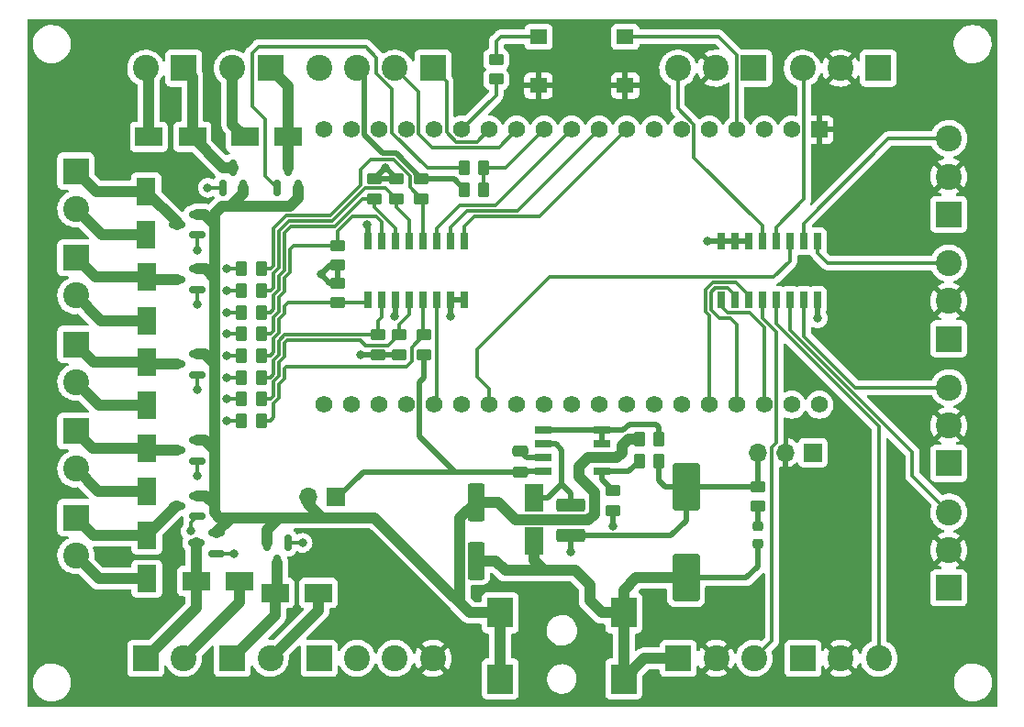
<source format=gtl>
G04 #@! TF.GenerationSoftware,KiCad,Pcbnew,(6.0.2)*
G04 #@! TF.CreationDate,2022-07-26T11:38:03+02:00*
G04 #@! TF.ProjectId,PCB_Layout_MOSFET,5043425f-4c61-4796-9f75-745f4d4f5346,rev?*
G04 #@! TF.SameCoordinates,Original*
G04 #@! TF.FileFunction,Copper,L1,Top*
G04 #@! TF.FilePolarity,Positive*
%FSLAX46Y46*%
G04 Gerber Fmt 4.6, Leading zero omitted, Abs format (unit mm)*
G04 Created by KiCad (PCBNEW (6.0.2)) date 2022-07-26 11:38:03*
%MOMM*%
%LPD*%
G01*
G04 APERTURE LIST*
G04 Aperture macros list*
%AMRoundRect*
0 Rectangle with rounded corners*
0 $1 Rounding radius*
0 $2 $3 $4 $5 $6 $7 $8 $9 X,Y pos of 4 corners*
0 Add a 4 corners polygon primitive as box body*
4,1,4,$2,$3,$4,$5,$6,$7,$8,$9,$2,$3,0*
0 Add four circle primitives for the rounded corners*
1,1,$1+$1,$2,$3*
1,1,$1+$1,$4,$5*
1,1,$1+$1,$6,$7*
1,1,$1+$1,$8,$9*
0 Add four rect primitives between the rounded corners*
20,1,$1+$1,$2,$3,$4,$5,0*
20,1,$1+$1,$4,$5,$6,$7,0*
20,1,$1+$1,$6,$7,$8,$9,0*
20,1,$1+$1,$8,$9,$2,$3,0*%
G04 Aperture macros list end*
G04 #@! TA.AperFunction,ComponentPad*
%ADD10R,1.700000X1.700000*%
G04 #@! TD*
G04 #@! TA.AperFunction,ComponentPad*
%ADD11O,1.700000X1.700000*%
G04 #@! TD*
G04 #@! TA.AperFunction,SMDPad,CuDef*
%ADD12R,2.400000X2.800000*%
G04 #@! TD*
G04 #@! TA.AperFunction,ComponentPad*
%ADD13R,2.400000X2.400000*%
G04 #@! TD*
G04 #@! TA.AperFunction,ComponentPad*
%ADD14C,2.400000*%
G04 #@! TD*
G04 #@! TA.AperFunction,SMDPad,CuDef*
%ADD15RoundRect,0.250000X0.450000X-0.262500X0.450000X0.262500X-0.450000X0.262500X-0.450000X-0.262500X0*%
G04 #@! TD*
G04 #@! TA.AperFunction,SMDPad,CuDef*
%ADD16RoundRect,0.150000X0.150000X-0.587500X0.150000X0.587500X-0.150000X0.587500X-0.150000X-0.587500X0*%
G04 #@! TD*
G04 #@! TA.AperFunction,SMDPad,CuDef*
%ADD17RoundRect,0.250000X-0.262500X-0.450000X0.262500X-0.450000X0.262500X0.450000X-0.262500X0.450000X0*%
G04 #@! TD*
G04 #@! TA.AperFunction,SMDPad,CuDef*
%ADD18RoundRect,0.250000X0.262500X0.450000X-0.262500X0.450000X-0.262500X-0.450000X0.262500X-0.450000X0*%
G04 #@! TD*
G04 #@! TA.AperFunction,SMDPad,CuDef*
%ADD19R,0.700000X1.550000*%
G04 #@! TD*
G04 #@! TA.AperFunction,SMDPad,CuDef*
%ADD20R,1.800000X2.500000*%
G04 #@! TD*
G04 #@! TA.AperFunction,SMDPad,CuDef*
%ADD21RoundRect,0.250000X-0.550000X1.500000X-0.550000X-1.500000X0.550000X-1.500000X0.550000X1.500000X0*%
G04 #@! TD*
G04 #@! TA.AperFunction,SMDPad,CuDef*
%ADD22RoundRect,0.250000X-0.450000X0.262500X-0.450000X-0.262500X0.450000X-0.262500X0.450000X0.262500X0*%
G04 #@! TD*
G04 #@! TA.AperFunction,SMDPad,CuDef*
%ADD23R,2.500000X1.800000*%
G04 #@! TD*
G04 #@! TA.AperFunction,SMDPad,CuDef*
%ADD24RoundRect,0.150000X0.587500X0.150000X-0.587500X0.150000X-0.587500X-0.150000X0.587500X-0.150000X0*%
G04 #@! TD*
G04 #@! TA.AperFunction,ComponentPad*
%ADD25R,1.560000X1.560000*%
G04 #@! TD*
G04 #@! TA.AperFunction,ComponentPad*
%ADD26C,1.560000*%
G04 #@! TD*
G04 #@! TA.AperFunction,SMDPad,CuDef*
%ADD27RoundRect,0.150000X-0.150000X0.587500X-0.150000X-0.587500X0.150000X-0.587500X0.150000X0.587500X0*%
G04 #@! TD*
G04 #@! TA.AperFunction,SMDPad,CuDef*
%ADD28RoundRect,0.250000X-1.000000X1.950000X-1.000000X-1.950000X1.000000X-1.950000X1.000000X1.950000X0*%
G04 #@! TD*
G04 #@! TA.AperFunction,SMDPad,CuDef*
%ADD29RoundRect,0.250000X-0.475000X0.250000X-0.475000X-0.250000X0.475000X-0.250000X0.475000X0.250000X0*%
G04 #@! TD*
G04 #@! TA.AperFunction,SMDPad,CuDef*
%ADD30R,1.525000X0.700000*%
G04 #@! TD*
G04 #@! TA.AperFunction,SMDPad,CuDef*
%ADD31RoundRect,0.218750X0.256250X-0.218750X0.256250X0.218750X-0.256250X0.218750X-0.256250X-0.218750X0*%
G04 #@! TD*
G04 #@! TA.AperFunction,SMDPad,CuDef*
%ADD32R,1.600000X1.400000*%
G04 #@! TD*
G04 #@! TA.AperFunction,SMDPad,CuDef*
%ADD33RoundRect,0.250000X1.075000X-0.375000X1.075000X0.375000X-1.075000X0.375000X-1.075000X-0.375000X0*%
G04 #@! TD*
G04 #@! TA.AperFunction,ViaPad*
%ADD34C,0.800000*%
G04 #@! TD*
G04 #@! TA.AperFunction,Conductor*
%ADD35C,0.300000*%
G04 #@! TD*
G04 #@! TA.AperFunction,Conductor*
%ADD36C,0.500000*%
G04 #@! TD*
G04 #@! TA.AperFunction,Conductor*
%ADD37C,1.000000*%
G04 #@! TD*
G04 APERTURE END LIST*
D10*
X87000000Y-108100000D03*
D11*
X84460000Y-108100000D03*
D10*
X131025000Y-104000000D03*
D11*
X128485000Y-104000000D03*
X125945000Y-104000000D03*
D12*
X102157500Y-118800000D03*
X102157500Y-124900000D03*
X113557500Y-124900000D03*
X113557500Y-118800000D03*
D13*
X118600000Y-123000000D03*
D14*
X122100000Y-123000000D03*
X125600000Y-123000000D03*
D15*
X92800000Y-94962500D03*
X92800000Y-93137500D03*
D16*
X81600000Y-79537500D03*
X83500000Y-79537500D03*
X82550000Y-77662500D03*
D15*
X112590000Y-109352500D03*
X112590000Y-107527500D03*
D13*
X69450000Y-123000000D03*
D14*
X72950000Y-123000000D03*
D17*
X78287500Y-97050000D03*
X80112500Y-97050000D03*
X78287500Y-101050000D03*
X80112500Y-101050000D03*
D13*
X125550000Y-68500000D03*
D14*
X122050000Y-68500000D03*
X118550000Y-68500000D03*
D13*
X63000000Y-94000000D03*
D14*
X63000000Y-97500000D03*
D18*
X80112500Y-87050000D03*
X78287500Y-87050000D03*
D17*
X98837500Y-77700000D03*
X100662500Y-77700000D03*
D19*
X89955000Y-89925000D03*
X91225000Y-89925000D03*
X92495000Y-89925000D03*
X93765000Y-89925000D03*
X95035000Y-89925000D03*
X96305000Y-89925000D03*
X97575000Y-89925000D03*
X98845000Y-89925000D03*
X98845000Y-84475000D03*
X97575000Y-84475000D03*
X96305000Y-84475000D03*
X95035000Y-84475000D03*
X93765000Y-84475000D03*
X92495000Y-84475000D03*
X91225000Y-84475000D03*
X89955000Y-84475000D03*
D15*
X125950000Y-108962500D03*
X125950000Y-107137500D03*
D13*
X95950000Y-68500000D03*
D14*
X92450000Y-68500000D03*
X88950000Y-68500000D03*
X85450000Y-68500000D03*
D20*
X69550000Y-87800000D03*
X69550000Y-91800000D03*
D17*
X78287500Y-91050000D03*
X80112500Y-91050000D03*
D21*
X99910000Y-108580000D03*
X99910000Y-113980000D03*
D22*
X94900000Y-78737500D03*
X94900000Y-80562500D03*
D13*
X143550000Y-82000000D03*
D14*
X143550000Y-78500000D03*
X143550000Y-75000000D03*
D13*
X137050000Y-68500000D03*
D14*
X133550000Y-68500000D03*
X130050000Y-68500000D03*
D23*
X73750000Y-74850000D03*
X69750000Y-74850000D03*
D13*
X77450000Y-123000000D03*
D14*
X80950000Y-123000000D03*
D24*
X74187500Y-96800000D03*
X74187500Y-94900000D03*
X72312500Y-95850000D03*
D25*
X131610000Y-74177500D03*
D26*
X129070000Y-74177500D03*
X126530000Y-74177500D03*
X123990000Y-74177500D03*
X121450000Y-74177500D03*
X118910000Y-74177500D03*
X116370000Y-74177500D03*
X113830000Y-74177500D03*
X111290000Y-74177500D03*
X108750000Y-74177500D03*
X106210000Y-74177500D03*
X103670000Y-74177500D03*
X101130000Y-74177500D03*
X98590000Y-74177500D03*
X96050000Y-74177500D03*
X93510000Y-74177500D03*
X90970000Y-74177500D03*
X88430000Y-74177500D03*
X85890000Y-74177500D03*
X131610000Y-99577500D03*
X129070000Y-99577500D03*
X126530000Y-99577500D03*
X123990000Y-99577500D03*
X121450000Y-99577500D03*
X118910000Y-99577500D03*
X116370000Y-99577500D03*
X113830000Y-99577500D03*
X111290000Y-99577500D03*
X108750000Y-99577500D03*
X106210000Y-99577500D03*
X103670000Y-99577500D03*
X101130000Y-99577500D03*
X98590000Y-99577500D03*
X96050000Y-99577500D03*
X93510000Y-99577500D03*
X90970000Y-99577500D03*
X88430000Y-99577500D03*
X85890000Y-99577500D03*
D15*
X90850000Y-94962500D03*
X90850000Y-93137500D03*
D23*
X82600000Y-74850000D03*
X78600000Y-74850000D03*
D17*
X114987500Y-104750000D03*
X116812500Y-104750000D03*
X78287500Y-95050000D03*
X80112500Y-95050000D03*
D13*
X143550000Y-105000000D03*
D14*
X143550000Y-101500000D03*
X143550000Y-98000000D03*
D17*
X78287500Y-99050000D03*
X80112500Y-99050000D03*
D20*
X69500000Y-79900000D03*
X69500000Y-83900000D03*
D19*
X131445000Y-84475000D03*
X130175000Y-84475000D03*
X128905000Y-84475000D03*
X127635000Y-84475000D03*
X126365000Y-84475000D03*
X125095000Y-84475000D03*
X123825000Y-84475000D03*
X122555000Y-84475000D03*
X122555000Y-89925000D03*
X123825000Y-89925000D03*
X125095000Y-89925000D03*
X126365000Y-89925000D03*
X127635000Y-89925000D03*
X128905000Y-89925000D03*
X130175000Y-89925000D03*
X131445000Y-89925000D03*
D22*
X92550000Y-78737500D03*
X92550000Y-80562500D03*
D20*
X69550000Y-103600000D03*
X69550000Y-107600000D03*
D22*
X101800000Y-67687500D03*
X101800000Y-69512500D03*
D27*
X82550000Y-112312500D03*
X80650000Y-112312500D03*
X81600000Y-114187500D03*
D13*
X63000000Y-78000000D03*
D14*
X63000000Y-81500000D03*
D28*
X119300000Y-107167500D03*
X119300000Y-115567500D03*
D13*
X72950000Y-68500000D03*
D14*
X69450000Y-68500000D03*
D13*
X63000000Y-86000000D03*
D14*
X63000000Y-89500000D03*
D13*
X85450000Y-123000000D03*
D14*
X88950000Y-123000000D03*
X92450000Y-123000000D03*
X95950000Y-123000000D03*
D13*
X63000000Y-110000000D03*
D14*
X63000000Y-113500000D03*
D29*
X104030000Y-103870000D03*
X104030000Y-105770000D03*
D24*
X74187500Y-104750000D03*
X74187500Y-102850000D03*
X72312500Y-103800000D03*
D23*
X81400000Y-116950000D03*
X85400000Y-116950000D03*
D13*
X130100000Y-123000000D03*
D14*
X133600000Y-123000000D03*
X137100000Y-123000000D03*
D24*
X75987500Y-113300000D03*
X75987500Y-111400000D03*
X74112500Y-112350000D03*
X74187500Y-109900000D03*
X74187500Y-108000000D03*
X72312500Y-108950000D03*
D13*
X63000000Y-102000000D03*
D14*
X63000000Y-105500000D03*
D24*
X74187500Y-83900000D03*
X74187500Y-82000000D03*
X72312500Y-82950000D03*
D30*
X106138000Y-101945000D03*
X106138000Y-103215000D03*
X106138000Y-104485000D03*
X106138000Y-105755000D03*
X111562000Y-105755000D03*
X111562000Y-104485000D03*
X111562000Y-103215000D03*
X111562000Y-101945000D03*
D24*
X74187500Y-88950000D03*
X74187500Y-87050000D03*
X72312500Y-88000000D03*
D31*
X125950000Y-112387500D03*
X125950000Y-110812500D03*
D20*
X69550000Y-95650000D03*
X69550000Y-99650000D03*
D32*
X105700000Y-65600000D03*
X113700000Y-65600000D03*
X105700000Y-70100000D03*
X113700000Y-70100000D03*
D33*
X108670000Y-111640000D03*
X108670000Y-108840000D03*
D16*
X76550000Y-79537500D03*
X78450000Y-79537500D03*
X77500000Y-77662500D03*
D17*
X78287500Y-89050000D03*
X80112500Y-89050000D03*
D15*
X95150000Y-94962500D03*
X95150000Y-93137500D03*
D18*
X80112500Y-93050000D03*
X78287500Y-93050000D03*
D22*
X87150000Y-88337500D03*
X87150000Y-90162500D03*
D13*
X143550000Y-93500000D03*
D14*
X143550000Y-90000000D03*
X143550000Y-86500000D03*
D15*
X87150000Y-86712500D03*
X87150000Y-84887500D03*
D17*
X98837500Y-79700000D03*
X100662500Y-79700000D03*
D20*
X105280000Y-108180000D03*
X105280000Y-112180000D03*
X69550000Y-111650000D03*
X69550000Y-115650000D03*
D17*
X114987500Y-102750000D03*
X116812500Y-102750000D03*
D22*
X90550000Y-78737500D03*
X90550000Y-80562500D03*
D13*
X80950000Y-68500000D03*
D14*
X77450000Y-68500000D03*
D23*
X74100000Y-115850000D03*
X78100000Y-115850000D03*
D13*
X143550000Y-116500000D03*
D14*
X143550000Y-113000000D03*
X143550000Y-109500000D03*
D34*
X92446899Y-91393147D03*
X131450000Y-91600000D03*
X108680000Y-113150000D03*
X89850008Y-82949992D03*
X112600000Y-110770000D03*
X91600000Y-77699500D03*
X97600000Y-91400000D03*
X89250000Y-94950000D03*
X121300000Y-84500000D03*
X85650000Y-87550000D03*
X76900000Y-91050000D03*
X74190000Y-90330000D03*
X76900000Y-87050000D03*
X75180000Y-79540000D03*
X74190000Y-85280000D03*
X76900000Y-89050000D03*
X74190000Y-98190000D03*
X76900000Y-93050000D03*
X74190000Y-106120000D03*
X76900000Y-95050000D03*
X73600000Y-111250000D03*
X76900000Y-97050000D03*
X77600000Y-113300000D03*
X76900000Y-99050000D03*
X83925000Y-112325000D03*
X76900000Y-101050000D03*
D35*
X137100000Y-101587144D02*
X137100000Y-123000000D01*
X127635000Y-89925000D02*
X127635000Y-92122144D01*
X127635000Y-92122144D02*
X137100000Y-101587144D01*
X127250000Y-103538634D02*
X127250000Y-121350000D01*
X127659511Y-92853083D02*
X127659511Y-103129123D01*
X127250000Y-121350000D02*
X125600000Y-123000000D01*
X127659511Y-103129123D02*
X127250000Y-103538634D01*
D36*
X125950000Y-104005000D02*
X125945000Y-104000000D01*
X125950000Y-107137500D02*
X125950000Y-104005000D01*
X89530000Y-105770000D02*
X87200000Y-108100000D01*
X87200000Y-108100000D02*
X87000000Y-108100000D01*
X98020000Y-105770000D02*
X89530000Y-105770000D01*
D37*
X84460000Y-108760000D02*
X85700000Y-110000000D01*
X85900000Y-110000000D02*
X89020000Y-110000000D01*
X81750000Y-110000000D02*
X85900000Y-110000000D01*
X84460000Y-108100000D02*
X84460000Y-108760000D01*
X85700000Y-110000000D02*
X85900000Y-110000000D01*
D35*
X120039511Y-76739511D02*
X120039511Y-73709640D01*
X126365000Y-83065000D02*
X120039511Y-76739511D01*
X138000000Y-75000000D02*
X143550000Y-75000000D01*
X130175000Y-82825000D02*
X138000000Y-75000000D01*
X130175000Y-84475000D02*
X130175000Y-82825000D01*
X130199511Y-68649511D02*
X130050000Y-68500000D01*
X130199511Y-80600489D02*
X130199511Y-68649511D01*
X127635000Y-83165000D02*
X130199511Y-80600489D01*
X128905000Y-86295000D02*
X128905000Y-84475000D01*
X106700000Y-87800000D02*
X127400000Y-87800000D01*
X100000000Y-94500000D02*
X106700000Y-87800000D01*
X127400000Y-87800000D02*
X128905000Y-86295000D01*
X100000000Y-97000000D02*
X100000000Y-94500000D01*
X101130000Y-99577500D02*
X101130000Y-98130000D01*
X101130000Y-98130000D02*
X100000000Y-97000000D01*
D36*
X131445000Y-91595000D02*
X131450000Y-91600000D01*
X117930000Y-111640000D02*
X108670000Y-111640000D01*
X125920000Y-107167500D02*
X125950000Y-107137500D01*
X117417500Y-107167500D02*
X119300000Y-107167500D01*
X108670000Y-113140000D02*
X108680000Y-113150000D01*
X89955000Y-83054984D02*
X89850008Y-82949992D01*
X108670000Y-111640000D02*
X108670000Y-113140000D01*
X119300000Y-107167500D02*
X119300000Y-110270000D01*
D35*
X118430000Y-107137500D02*
X118400000Y-107167500D01*
D36*
X131445000Y-89925000D02*
X131445000Y-91595000D01*
X92495000Y-89925000D02*
X92495000Y-91345046D01*
X89955000Y-84475000D02*
X89955000Y-83054984D01*
X92495000Y-91345046D02*
X92446899Y-91393147D01*
X116812500Y-106562500D02*
X117417500Y-107167500D01*
X119300000Y-107167500D02*
X125920000Y-107167500D01*
X118450000Y-107117500D02*
X118400000Y-107167500D01*
X119300000Y-110270000D02*
X117930000Y-111640000D01*
X116812500Y-104750000D02*
X116812500Y-106562500D01*
D37*
X82600000Y-74850000D02*
X82600000Y-70150000D01*
X82600000Y-70150000D02*
X80950000Y-68500000D01*
X82550000Y-74900000D02*
X82600000Y-74850000D01*
X82550000Y-77662500D02*
X82550000Y-74900000D01*
D36*
X125950000Y-114500000D02*
X124882500Y-115567500D01*
X92571178Y-76350480D02*
X91323210Y-76350480D01*
D37*
X78100000Y-117850000D02*
X78100000Y-115850000D01*
X115457500Y-123000000D02*
X113557500Y-124900000D01*
D36*
X94900000Y-78737500D02*
X94900000Y-78679302D01*
D37*
X105280000Y-112180000D02*
X105280000Y-113950000D01*
D36*
X87150000Y-86712500D02*
X86487500Y-86712500D01*
X90550000Y-78737500D02*
X92550000Y-78737500D01*
X97575000Y-89925000D02*
X97575000Y-91375000D01*
X124882500Y-115567500D02*
X119300000Y-115567500D01*
D37*
X85400000Y-118550000D02*
X80950000Y-123000000D01*
X69550000Y-99650000D02*
X65150000Y-99650000D01*
X85400000Y-116950000D02*
X85400000Y-118550000D01*
X69550000Y-107600000D02*
X65100000Y-107600000D01*
D36*
X94900000Y-78679302D02*
X92571178Y-76350480D01*
X122555000Y-84475000D02*
X121325000Y-84475000D01*
X97575000Y-89925000D02*
X98845000Y-89925000D01*
X104045000Y-105755000D02*
X104030000Y-105770000D01*
D37*
X105280000Y-113950000D02*
X106220000Y-114890000D01*
D36*
X90562000Y-78737500D02*
X91600000Y-77699500D01*
D37*
X109110000Y-114890000D02*
X110430000Y-116210000D01*
X77450000Y-73700000D02*
X78600000Y-74850000D01*
X72950000Y-123000000D02*
X78100000Y-117850000D01*
X69750000Y-74850000D02*
X69750000Y-68800000D01*
D36*
X95150000Y-97060000D02*
X94739511Y-97470489D01*
X90850000Y-94962500D02*
X89262500Y-94962500D01*
X94900000Y-78737500D02*
X97875000Y-78737500D01*
X123825000Y-84475000D02*
X122555000Y-84475000D01*
D35*
X98590000Y-74177500D02*
X101800000Y-70967500D01*
D36*
X87150000Y-88337500D02*
X86437500Y-88337500D01*
X89659511Y-69209511D02*
X88950000Y-68500000D01*
X125095000Y-84475000D02*
X123825000Y-84475000D01*
D35*
X101800000Y-70967500D02*
X101800000Y-69512500D01*
D37*
X111540000Y-118800000D02*
X113557500Y-118800000D01*
X106220000Y-114890000D02*
X102620000Y-114890000D01*
X114682500Y-115567500D02*
X119300000Y-115567500D01*
X65150000Y-115650000D02*
X63000000Y-113500000D01*
D36*
X125950000Y-112537500D02*
X125950000Y-114500000D01*
X94739511Y-102489511D02*
X98020000Y-105770000D01*
D37*
X69500000Y-83900000D02*
X65400000Y-83900000D01*
D36*
X112590000Y-110760000D02*
X112600000Y-110770000D01*
X121325000Y-84475000D02*
X121300000Y-84500000D01*
X94739511Y-97470489D02*
X94739511Y-102489511D01*
D37*
X110430000Y-117690000D02*
X111540000Y-118800000D01*
D35*
X89559511Y-69109511D02*
X88950000Y-68500000D01*
D37*
X118600000Y-123000000D02*
X115457500Y-123000000D01*
D36*
X86487500Y-86712500D02*
X85650000Y-87550000D01*
D37*
X102620000Y-114890000D02*
X101710000Y-113980000D01*
X110430000Y-116210000D02*
X110430000Y-117690000D01*
X113557500Y-116692500D02*
X114682500Y-115567500D01*
D36*
X97575000Y-91375000D02*
X97600000Y-91400000D01*
X95150000Y-94962500D02*
X95150000Y-97060000D01*
D37*
X65400000Y-83900000D02*
X63000000Y-81500000D01*
D36*
X87150000Y-86712500D02*
X87150000Y-88337500D01*
X98020000Y-105770000D02*
X104030000Y-105770000D01*
X89659511Y-74686781D02*
X89659511Y-69209511D01*
X86437500Y-88337500D02*
X85650000Y-87550000D01*
D37*
X69550000Y-91800000D02*
X65300000Y-91800000D01*
X113557500Y-118800000D02*
X113557500Y-116692500D01*
D36*
X97875000Y-78737500D02*
X98837500Y-79700000D01*
X91323210Y-76350480D02*
X89659511Y-74686781D01*
X92800000Y-94962500D02*
X90850000Y-94962500D01*
X106138000Y-105755000D02*
X104045000Y-105755000D01*
D37*
X69750000Y-68800000D02*
X69450000Y-68500000D01*
X65150000Y-99650000D02*
X63000000Y-97500000D01*
D36*
X89262500Y-94962500D02*
X89250000Y-94950000D01*
D37*
X101710000Y-113980000D02*
X99910000Y-113980000D01*
X113557500Y-118800000D02*
X113557500Y-124900000D01*
D36*
X90550000Y-78737500D02*
X90562000Y-78737500D01*
X112590000Y-109352500D02*
X112590000Y-110760000D01*
D37*
X69550000Y-115650000D02*
X65150000Y-115650000D01*
D36*
X92550000Y-78737500D02*
X92550000Y-78649500D01*
X92550000Y-78649500D02*
X91600000Y-77699500D01*
D37*
X77450000Y-68500000D02*
X77450000Y-73700000D01*
X65300000Y-91800000D02*
X63000000Y-89500000D01*
X65100000Y-107600000D02*
X63000000Y-105500000D01*
X106220000Y-114890000D02*
X109110000Y-114890000D01*
D35*
X102200000Y-65600000D02*
X105700000Y-65600000D01*
X101800000Y-67137500D02*
X101800000Y-66000000D01*
X101800000Y-66000000D02*
X102200000Y-65600000D01*
X143550000Y-86500000D02*
X132400000Y-86500000D01*
X131445000Y-85545000D02*
X131445000Y-84475000D01*
X132400000Y-86500000D02*
X131445000Y-85545000D01*
X127635000Y-83165000D02*
X127635000Y-84475000D01*
X130040000Y-68500000D02*
X130199511Y-68659511D01*
X126365000Y-83065000D02*
X126365000Y-84475000D01*
X118540000Y-68500000D02*
X118540000Y-72210129D01*
X118540000Y-72210129D02*
X120039511Y-73709640D01*
D37*
X72312500Y-95850000D02*
X69750000Y-95850000D01*
X69550000Y-95650000D02*
X64650000Y-95650000D01*
X64650000Y-95650000D02*
X63000000Y-94000000D01*
X69750000Y-95850000D02*
X69550000Y-95650000D01*
D35*
X125200000Y-91100000D02*
X126530000Y-92430000D01*
X126530000Y-92430000D02*
X126530000Y-99577500D01*
X123175978Y-91100000D02*
X125200000Y-91100000D01*
X122555000Y-89925000D02*
X122555000Y-90479022D01*
X122555000Y-90479022D02*
X123175978Y-91100000D01*
X121999511Y-88800489D02*
X121600000Y-89200000D01*
X123825000Y-89500000D02*
X123125489Y-88800489D01*
X123990000Y-92206632D02*
X123990000Y-99577500D01*
X121600000Y-89200000D02*
X121600000Y-90794022D01*
X122405498Y-91599520D02*
X123382887Y-91599519D01*
X123382887Y-91599519D02*
X123990000Y-92206632D01*
X121600000Y-90794022D02*
X122405498Y-91599520D01*
X123825000Y-89925000D02*
X123825000Y-89500000D01*
X123125489Y-88800489D02*
X121999511Y-88800489D01*
X121100481Y-91000931D02*
X121450000Y-91350449D01*
X123895969Y-88300969D02*
X121792602Y-88300970D01*
X121450000Y-91350449D02*
X121450000Y-99577500D01*
X125095000Y-89500000D02*
X123895969Y-88300969D01*
X121100481Y-88993091D02*
X121100481Y-91000931D01*
X125095000Y-89925000D02*
X125095000Y-89500000D01*
X121792602Y-88300970D02*
X121100481Y-88993091D01*
X126365000Y-91558572D02*
X127659511Y-92853083D01*
X126365000Y-89925000D02*
X126365000Y-91558572D01*
X128905000Y-89925000D02*
X128905000Y-92685716D01*
X140200000Y-103980716D02*
X140200000Y-106150000D01*
X140200000Y-106150000D02*
X143550000Y-109500000D01*
X128905000Y-92685716D02*
X140200000Y-103980716D01*
X143550000Y-98000000D02*
X134925712Y-98000000D01*
X134925712Y-98000000D02*
X130175000Y-93249288D01*
X130175000Y-93249288D02*
X130175000Y-89925000D01*
D37*
X77500000Y-77662500D02*
X76562500Y-77662500D01*
X73750000Y-69300000D02*
X72950000Y-68500000D01*
X73750000Y-74850000D02*
X73750000Y-69300000D01*
X76562500Y-77662500D02*
X73750000Y-74850000D01*
X64900000Y-79900000D02*
X63000000Y-78000000D01*
X69500000Y-79900000D02*
X64900000Y-79900000D01*
X72312500Y-82712500D02*
X69500000Y-79900000D01*
X72312500Y-82950000D02*
X72312500Y-82712500D01*
X64800000Y-87800000D02*
X63000000Y-86000000D01*
X69550000Y-87800000D02*
X64800000Y-87800000D01*
X69750000Y-88000000D02*
X69550000Y-87800000D01*
X72312500Y-88000000D02*
X69750000Y-88000000D01*
X72312500Y-103800000D02*
X69750000Y-103800000D01*
X64600000Y-103600000D02*
X63000000Y-102000000D01*
X69550000Y-103600000D02*
X64600000Y-103600000D01*
X69750000Y-103800000D02*
X69550000Y-103600000D01*
X74100000Y-115850000D02*
X74100000Y-118350000D01*
X74112500Y-115837500D02*
X74100000Y-115850000D01*
X74112500Y-112350000D02*
X74112500Y-115837500D01*
X74100000Y-118350000D02*
X69450000Y-123000000D01*
X81400000Y-116950000D02*
X81400000Y-119050000D01*
X81600000Y-114187500D02*
X81600000Y-116750000D01*
X81400000Y-119050000D02*
X77450000Y-123000000D01*
X81600000Y-116750000D02*
X81400000Y-116950000D01*
X72250000Y-108950000D02*
X69550000Y-111650000D01*
X72312500Y-108950000D02*
X72250000Y-108950000D01*
X64650000Y-111650000D02*
X63000000Y-110000000D01*
X69550000Y-111650000D02*
X64650000Y-111650000D01*
D35*
X74190000Y-88952500D02*
X74187500Y-88950000D01*
X74190000Y-90330000D02*
X74190000Y-88952500D01*
X78287500Y-91050000D02*
X76900000Y-91050000D01*
X82250000Y-91162854D02*
X81749520Y-91663334D01*
X82587500Y-90162500D02*
X82250000Y-90500000D01*
X81749520Y-92956907D02*
X81250000Y-93456427D01*
X87150000Y-90162500D02*
X82587500Y-90162500D01*
X81250000Y-93456427D02*
X81250000Y-94750000D01*
X89717500Y-90162500D02*
X89955000Y-89925000D01*
X81749520Y-91663334D02*
X81749520Y-92956907D01*
X87150000Y-90162500D02*
X89717500Y-90162500D01*
X81250000Y-94750000D02*
X80950000Y-95050000D01*
X82250000Y-90500000D02*
X82250000Y-91162854D01*
X80950000Y-95050000D02*
X80112500Y-95050000D01*
X91225000Y-91475000D02*
X90850000Y-91850000D01*
X90850000Y-91850000D02*
X90850000Y-93137500D01*
X82275354Y-93137500D02*
X81749520Y-93663334D01*
X90850000Y-93137500D02*
X82275354Y-93137500D01*
X80950000Y-97050000D02*
X80112500Y-97050000D01*
X81749520Y-94956907D02*
X81250000Y-95456427D01*
X91225000Y-89925000D02*
X91225000Y-91475000D01*
X81250000Y-95456427D02*
X81250000Y-96750000D01*
X81250000Y-96750000D02*
X80950000Y-97050000D01*
X81749520Y-93663334D02*
X81749520Y-94956907D01*
X91837020Y-94100480D02*
X89713460Y-94100480D01*
X81749520Y-95663334D02*
X81749520Y-96956907D01*
X92800000Y-93137500D02*
X91837020Y-94100480D01*
X89249999Y-93637019D02*
X82482263Y-93637019D01*
X81250000Y-97456427D02*
X81250000Y-98750000D01*
X82249040Y-95163814D02*
X81749520Y-95663334D01*
X89713460Y-94100480D02*
X89249999Y-93637019D01*
X81749520Y-96956907D02*
X81250000Y-97456427D01*
X93765000Y-89925000D02*
X93765000Y-91235000D01*
X80950000Y-99050000D02*
X80112500Y-99050000D01*
X93765000Y-91235000D02*
X92800000Y-92200000D01*
X82249040Y-93870242D02*
X82249040Y-95163814D01*
X81250000Y-98750000D02*
X80950000Y-99050000D01*
X82482263Y-93637019D02*
X82249040Y-93870242D01*
X92800000Y-92200000D02*
X92800000Y-93137500D01*
X76547500Y-79540000D02*
X76550000Y-79537500D01*
X75180000Y-79540000D02*
X76547500Y-79540000D01*
X78287500Y-87050000D02*
X76900000Y-87050000D01*
X74190000Y-85280000D02*
X74190000Y-83902500D01*
X74190000Y-83902500D02*
X74187500Y-83900000D01*
X78287500Y-89050000D02*
X76900000Y-89050000D01*
X81250000Y-99456427D02*
X81250000Y-100750000D01*
X94000000Y-94287500D02*
X94000000Y-95600000D01*
X94000000Y-95600000D02*
X93500000Y-96100000D01*
X95035000Y-89925000D02*
X95035000Y-93022500D01*
X93500000Y-96100000D02*
X82400000Y-96100000D01*
X95150000Y-93137500D02*
X94000000Y-94287500D01*
X95035000Y-93022500D02*
X95150000Y-93137500D01*
X82250000Y-97162854D02*
X81749520Y-97663334D01*
X82400000Y-96100000D02*
X82250000Y-96250000D01*
X80950000Y-101050000D02*
X80112500Y-101050000D01*
X82250000Y-96250000D02*
X82250000Y-97162854D01*
X81749520Y-97663334D02*
X81749520Y-98956907D01*
X81749520Y-98956907D02*
X81250000Y-99456427D01*
X81250000Y-100750000D02*
X80950000Y-101050000D01*
X78287500Y-93050000D02*
X76900000Y-93050000D01*
X74190000Y-98190000D02*
X74190000Y-96802500D01*
X74190000Y-96802500D02*
X74187500Y-96800000D01*
X78287500Y-95050000D02*
X76900000Y-95050000D01*
X74190000Y-106120000D02*
X74190000Y-104752500D01*
X74190000Y-104752500D02*
X74187500Y-104750000D01*
X73600000Y-110487500D02*
X74187500Y-109900000D01*
X73600000Y-111250000D02*
X73600000Y-110487500D01*
X78287500Y-97050000D02*
X76900000Y-97050000D01*
X77600000Y-113300000D02*
X75987500Y-113300000D01*
X78287500Y-99050000D02*
X76900000Y-99050000D01*
X82562500Y-112325000D02*
X82550000Y-112312500D01*
X78287500Y-101050000D02*
X76900000Y-101050000D01*
X83925000Y-112325000D02*
X82562500Y-112325000D01*
X90750000Y-67500000D02*
X89750000Y-66500000D01*
X98837500Y-77700000D02*
X95435129Y-77700000D01*
X92200000Y-74464871D02*
X92200000Y-70450000D01*
X80500000Y-78437500D02*
X81600000Y-79537500D01*
X79850978Y-66500000D02*
X79250000Y-67100978D01*
X79250000Y-72000000D02*
X80500000Y-73250000D01*
X89750000Y-66500000D02*
X79850978Y-66500000D01*
X79250000Y-67100978D02*
X79250000Y-72000000D01*
X90750000Y-69000000D02*
X90750000Y-67500000D01*
X80500000Y-73250000D02*
X80500000Y-78437500D01*
X95435129Y-77700000D02*
X92200000Y-74464871D01*
X92200000Y-70450000D02*
X90750000Y-69000000D01*
D37*
X79000000Y-110000000D02*
X81750000Y-110000000D01*
X99910000Y-108580000D02*
X101980000Y-108580000D01*
X74187500Y-94900000D02*
X74900000Y-94900000D01*
X110319511Y-110230489D02*
X110870000Y-109680000D01*
X74850000Y-102850000D02*
X75800489Y-103800489D01*
X99910000Y-108580000D02*
X98410480Y-110079520D01*
X114040000Y-102750000D02*
X114987500Y-102750000D01*
X83500000Y-79537500D02*
X83500000Y-80500000D01*
X75800489Y-108800489D02*
X75800489Y-109550489D01*
X110305000Y-104485000D02*
X111562000Y-104485000D01*
X98410480Y-110079520D02*
X98410480Y-117649520D01*
X109470000Y-106260000D02*
X109470000Y-105320000D01*
X74187500Y-108000000D02*
X75000000Y-108000000D01*
X103630489Y-110230489D02*
X110319511Y-110230489D01*
X74950000Y-87050000D02*
X75800489Y-87900489D01*
X74187500Y-87050000D02*
X74950000Y-87050000D01*
X74187500Y-82000000D02*
X74850978Y-82000000D01*
X110870000Y-109680000D02*
X110870000Y-107660000D01*
X112935000Y-104485000D02*
X113410000Y-104010000D01*
X75800489Y-95800489D02*
X75800489Y-103800489D01*
X98410480Y-117649520D02*
X98325000Y-117735000D01*
X75800489Y-109550489D02*
X76250000Y-110000000D01*
X77250000Y-81250000D02*
X76500000Y-81250000D01*
X82750000Y-81250000D02*
X77250000Y-81250000D01*
X98325000Y-117735000D02*
X99390000Y-118800000D01*
X110870000Y-107660000D02*
X109470000Y-106260000D01*
X101980000Y-108580000D02*
X103630489Y-110230489D01*
X80650000Y-111100000D02*
X81750000Y-110000000D01*
X113410000Y-104010000D02*
X113410000Y-103380000D01*
X97615000Y-117025000D02*
X98325000Y-117735000D01*
X89020000Y-110000000D02*
X90590000Y-110000000D01*
X113410000Y-103380000D02*
X114040000Y-102750000D01*
X109470000Y-105320000D02*
X110305000Y-104485000D01*
X74187500Y-102850000D02*
X74850000Y-102850000D01*
X75987500Y-111332500D02*
X77320000Y-110000000D01*
X75987500Y-111400000D02*
X75987500Y-111332500D01*
X75000000Y-108000000D02*
X75800489Y-108800489D01*
X90590000Y-110000000D02*
X97615000Y-117025000D01*
X75800489Y-82949511D02*
X75800489Y-87900489D01*
X76250000Y-110000000D02*
X77320000Y-110000000D01*
X77320000Y-110000000D02*
X79000000Y-110000000D01*
X75800489Y-87900489D02*
X75800489Y-95800489D01*
X78450000Y-80050000D02*
X77250000Y-81250000D01*
X102157500Y-124900000D02*
X102157500Y-118800000D01*
X74850978Y-82000000D02*
X75800489Y-82949511D01*
X76500000Y-81250000D02*
X75800489Y-81949511D01*
X111562000Y-104485000D02*
X112935000Y-104485000D01*
X74900000Y-94900000D02*
X75800489Y-95800489D01*
X83500000Y-80500000D02*
X82750000Y-81250000D01*
X75800489Y-103800489D02*
X75800489Y-108800489D01*
X99390000Y-118800000D02*
X102157500Y-118800000D01*
X75800489Y-81949511D02*
X75800489Y-82949511D01*
X80650000Y-112312500D02*
X80650000Y-111100000D01*
X78450000Y-79537500D02*
X78450000Y-80050000D01*
D35*
X96305000Y-99322500D02*
X96050000Y-99577500D01*
X96305000Y-89925000D02*
X96305000Y-99322500D01*
X99800000Y-82200000D02*
X105807500Y-82200000D01*
X98845000Y-84475000D02*
X98845000Y-83155000D01*
X98845000Y-83155000D02*
X99800000Y-82200000D01*
X105807500Y-82200000D02*
X113830000Y-74177500D01*
X103767019Y-81700481D02*
X111290000Y-74177500D01*
X100006909Y-81700481D02*
X103767019Y-81700481D01*
X97575000Y-84475000D02*
X97575000Y-83225000D01*
X97575000Y-83225000D02*
X99099520Y-81700480D01*
X99099520Y-81700480D02*
X100006909Y-81700481D01*
X98400000Y-81200000D02*
X101727500Y-81200000D01*
X96305000Y-84475000D02*
X96305000Y-83295000D01*
X101727500Y-81200000D02*
X108750000Y-74177500D01*
X96305000Y-83295000D02*
X98400000Y-81200000D01*
X80950000Y-87050000D02*
X81250000Y-86750000D01*
X89243573Y-79343572D02*
X89243573Y-77906427D01*
X93850480Y-78477631D02*
X93850480Y-79512980D01*
X92322849Y-76950000D02*
X93850480Y-78477631D01*
X86487625Y-82099520D02*
X82400480Y-82099520D01*
X93850480Y-79512980D02*
X94900000Y-80562500D01*
X80112500Y-87050000D02*
X80950000Y-87050000D01*
X81250000Y-83250000D02*
X81250000Y-86750000D01*
X95035000Y-84475000D02*
X95035000Y-80697500D01*
X82400480Y-82099520D02*
X81250000Y-83250000D01*
X95035000Y-80697500D02*
X94900000Y-80562500D01*
X90200000Y-76950000D02*
X92322849Y-76950000D01*
X86487625Y-82099520D02*
X89243573Y-79343572D01*
X89243573Y-77906427D02*
X90200000Y-76950000D01*
X80112500Y-89050000D02*
X80950000Y-89050000D01*
X81250000Y-88750000D02*
X81250000Y-87456428D01*
X81749520Y-83500480D02*
X82650960Y-82599040D01*
X82650960Y-82599040D02*
X86694532Y-82599040D01*
X81250000Y-87456428D02*
X81749520Y-86956908D01*
X93765000Y-82515000D02*
X93765000Y-84475000D01*
X81749520Y-86956908D02*
X81749520Y-83500480D01*
X92550000Y-80562500D02*
X92550000Y-81300000D01*
X91587020Y-79599520D02*
X92550000Y-80562500D01*
X92550000Y-81300000D02*
X93765000Y-82515000D01*
X89694053Y-79599520D02*
X91587020Y-79599520D01*
X86694532Y-82599040D02*
X89694053Y-79599520D01*
X80950000Y-89050000D02*
X81250000Y-88750000D01*
X82857868Y-83098560D02*
X86901439Y-83098560D01*
X80112500Y-91050000D02*
X80950000Y-91050000D01*
X80950000Y-91050000D02*
X81250000Y-90750000D01*
X82250000Y-87162856D02*
X82250000Y-83706428D01*
X81750000Y-87662856D02*
X82250000Y-87162856D01*
X89437500Y-80562500D02*
X90550000Y-80562500D01*
X81250000Y-89456428D02*
X81750000Y-88956428D01*
X81750000Y-88956428D02*
X81750000Y-87662856D01*
X90550000Y-81350000D02*
X92495000Y-83295001D01*
X90550000Y-80562500D02*
X90550000Y-81350000D01*
X92495000Y-83295001D02*
X92495000Y-84475000D01*
X82250000Y-83706428D02*
X82857868Y-83098560D01*
X87162020Y-82837980D02*
X89437500Y-80562500D01*
X81250000Y-90750000D02*
X81250000Y-89456428D01*
X86901439Y-83098560D02*
X87162020Y-82837980D01*
X82249520Y-89163335D02*
X81749520Y-89663335D01*
X88505947Y-82200481D02*
X87150000Y-83556428D01*
X82750000Y-87369283D02*
X82249520Y-87869763D01*
X91225000Y-84475000D02*
X91225000Y-82731428D01*
X81250000Y-92750000D02*
X80950000Y-93050000D01*
X87150000Y-83556428D02*
X87150000Y-84887500D01*
X82750000Y-85250000D02*
X82750000Y-87369283D01*
X81250000Y-91456427D02*
X81250000Y-92750000D01*
X87150000Y-84887500D02*
X83112500Y-84887500D01*
X81749520Y-89663335D02*
X81749520Y-90956907D01*
X82249520Y-87869763D02*
X82249520Y-89163335D01*
X81749520Y-90956907D02*
X81250000Y-91456427D01*
X80950000Y-93050000D02*
X80112500Y-93050000D01*
X91225000Y-82731428D02*
X90694053Y-82200481D01*
X90694053Y-82200481D02*
X88505947Y-82200481D01*
X83112500Y-84887500D02*
X82750000Y-85250000D01*
X100000489Y-75307011D02*
X98122140Y-75307011D01*
X101130000Y-74177500D02*
X100000489Y-75307011D01*
X97200000Y-69750000D02*
X95950000Y-68500000D01*
X97200000Y-74384871D02*
X97200000Y-69750000D01*
X98122140Y-75307011D02*
X97200000Y-74384871D01*
X95856531Y-75806531D02*
X94639511Y-74589511D01*
X94639511Y-70689511D02*
X92450000Y-68500000D01*
X103670000Y-74177500D02*
X102040969Y-75806531D01*
X102040969Y-75806531D02*
X95856531Y-75806531D01*
X94639511Y-74589511D02*
X94639511Y-70689511D01*
X100662500Y-77700000D02*
X102687500Y-77700000D01*
X100662500Y-77700000D02*
X100662500Y-79700000D01*
X102687500Y-77700000D02*
X106210000Y-74177500D01*
X123990000Y-67290000D02*
X123990000Y-74177500D01*
X113700000Y-65600000D02*
X122300000Y-65600000D01*
X122300000Y-65600000D02*
X123990000Y-67290000D01*
D36*
X104030000Y-103870000D02*
X104645000Y-104485000D01*
X104645000Y-104485000D02*
X106138000Y-104485000D01*
X125950000Y-108962500D02*
X125950000Y-110662500D01*
X105280000Y-108180000D02*
X106570000Y-108180000D01*
X107830000Y-103760000D02*
X107285000Y-103215000D01*
X106570000Y-108180000D02*
X107830000Y-106920000D01*
X108670000Y-108840000D02*
X108670000Y-107760000D01*
X108670000Y-107760000D02*
X107830000Y-106920000D01*
X107285000Y-103215000D02*
X106138000Y-103215000D01*
X107830000Y-106920000D02*
X107830000Y-103760000D01*
X113535000Y-101945000D02*
X111562000Y-101945000D01*
X116812500Y-101682500D02*
X116530000Y-101400000D01*
X114080000Y-101400000D02*
X113535000Y-101945000D01*
X111562000Y-101945000D02*
X111562000Y-103215000D01*
X116530000Y-101400000D02*
X114080000Y-101400000D01*
X106138000Y-101945000D02*
X111562000Y-101945000D01*
X116812500Y-102750000D02*
X116812500Y-101682500D01*
X113982500Y-105755000D02*
X114987500Y-104750000D01*
X111562000Y-105755000D02*
X113982500Y-105755000D01*
X111562000Y-106499500D02*
X112590000Y-107527500D01*
X111562000Y-105755000D02*
X111562000Y-106499500D01*
G04 #@! TA.AperFunction,Conductor*
G36*
X147984121Y-64028002D02*
G01*
X148030614Y-64081658D01*
X148042000Y-64134000D01*
X148042000Y-127366000D01*
X148021998Y-127434121D01*
X147968342Y-127480614D01*
X147916000Y-127492000D01*
X58634000Y-127492000D01*
X58565879Y-127471998D01*
X58519386Y-127418342D01*
X58508000Y-127366000D01*
X58508000Y-125327655D01*
X59029858Y-125327655D01*
X59065104Y-125586638D01*
X59066412Y-125591124D01*
X59066412Y-125591126D01*
X59086098Y-125658664D01*
X59138243Y-125837567D01*
X59247668Y-126074928D01*
X59250231Y-126078837D01*
X59388410Y-126289596D01*
X59388414Y-126289601D01*
X59390976Y-126293509D01*
X59565018Y-126488506D01*
X59765970Y-126655637D01*
X59769973Y-126658066D01*
X59985422Y-126788804D01*
X59985426Y-126788806D01*
X59989419Y-126791229D01*
X60230455Y-126892303D01*
X60483783Y-126956641D01*
X60488434Y-126957109D01*
X60488438Y-126957110D01*
X60681308Y-126976531D01*
X60700867Y-126978500D01*
X60856354Y-126978500D01*
X60858679Y-126978327D01*
X60858685Y-126978327D01*
X61046000Y-126964407D01*
X61046004Y-126964406D01*
X61050652Y-126964061D01*
X61055200Y-126963032D01*
X61055206Y-126963031D01*
X61241601Y-126920853D01*
X61305577Y-126906377D01*
X61341769Y-126892303D01*
X61544824Y-126813340D01*
X61544827Y-126813339D01*
X61549177Y-126811647D01*
X61565010Y-126802598D01*
X61665384Y-126745229D01*
X61776098Y-126681951D01*
X61981357Y-126520138D01*
X62160443Y-126329763D01*
X62293700Y-126137675D01*
X62306759Y-126118851D01*
X62306761Y-126118848D01*
X62309424Y-126115009D01*
X62356159Y-126020240D01*
X62422960Y-125884781D01*
X62422961Y-125884778D01*
X62425025Y-125880593D01*
X62504707Y-125631665D01*
X62546721Y-125373693D01*
X62548210Y-125259942D01*
X62550081Y-125117022D01*
X62550081Y-125117019D01*
X62550142Y-125112345D01*
X62514896Y-124853362D01*
X62511324Y-124841105D01*
X62456462Y-124652885D01*
X62441757Y-124602433D01*
X62332332Y-124365072D01*
X62289347Y-124299509D01*
X62191590Y-124150404D01*
X62191586Y-124150399D01*
X62189024Y-124146491D01*
X62014982Y-123951494D01*
X61814030Y-123784363D01*
X61700783Y-123715643D01*
X61594578Y-123651196D01*
X61594574Y-123651194D01*
X61590581Y-123648771D01*
X61349545Y-123547697D01*
X61096217Y-123483359D01*
X61091566Y-123482891D01*
X61091562Y-123482890D01*
X60882271Y-123461816D01*
X60879133Y-123461500D01*
X60723646Y-123461500D01*
X60721321Y-123461673D01*
X60721315Y-123461673D01*
X60534000Y-123475593D01*
X60533996Y-123475594D01*
X60529348Y-123475939D01*
X60524800Y-123476968D01*
X60524794Y-123476969D01*
X60374565Y-123510963D01*
X60274423Y-123533623D01*
X60270071Y-123535315D01*
X60270069Y-123535316D01*
X60035176Y-123626660D01*
X60035173Y-123626661D01*
X60030823Y-123628353D01*
X60026769Y-123630670D01*
X60026767Y-123630671D01*
X59971384Y-123662325D01*
X59803902Y-123758049D01*
X59598643Y-123919862D01*
X59419557Y-124110237D01*
X59370091Y-124181542D01*
X59275624Y-124317715D01*
X59270576Y-124324991D01*
X59268510Y-124329181D01*
X59268508Y-124329184D01*
X59173641Y-124521557D01*
X59154975Y-124559407D01*
X59153553Y-124563850D01*
X59153552Y-124563852D01*
X59109343Y-124701962D01*
X59075293Y-124808335D01*
X59033279Y-125066307D01*
X59033218Y-125070980D01*
X59030263Y-125296752D01*
X59029858Y-125327655D01*
X58508000Y-125327655D01*
X58508000Y-113455151D01*
X61287296Y-113455151D01*
X61287520Y-113459817D01*
X61287520Y-113459822D01*
X61292251Y-113558307D01*
X61299480Y-113708798D01*
X61315572Y-113789698D01*
X61347336Y-113949385D01*
X61349021Y-113957857D01*
X61350600Y-113962255D01*
X61350602Y-113962262D01*
X61413602Y-114137731D01*
X61434831Y-114196858D01*
X61437048Y-114200984D01*
X61526704Y-114367842D01*
X61555025Y-114420551D01*
X61557820Y-114424294D01*
X61557822Y-114424297D01*
X61704171Y-114620282D01*
X61704176Y-114620288D01*
X61706963Y-114624020D01*
X61710272Y-114627300D01*
X61710277Y-114627306D01*
X61866932Y-114782599D01*
X61887307Y-114802797D01*
X61891069Y-114805555D01*
X61891072Y-114805558D01*
X62009704Y-114892542D01*
X62092094Y-114952953D01*
X62096229Y-114955129D01*
X62096233Y-114955131D01*
X62222706Y-115021671D01*
X62316827Y-115071191D01*
X62556568Y-115154912D01*
X62806050Y-115202278D01*
X62926532Y-115207011D01*
X63055125Y-115212064D01*
X63055130Y-115212064D01*
X63059793Y-115212247D01*
X63203607Y-115196497D01*
X63273499Y-115208964D01*
X63306418Y-115232653D01*
X64393145Y-116319379D01*
X64402247Y-116329522D01*
X64425968Y-116359025D01*
X64430696Y-116362992D01*
X64464421Y-116391291D01*
X64468069Y-116394472D01*
X64469881Y-116396115D01*
X64472075Y-116398309D01*
X64505349Y-116425642D01*
X64506147Y-116426304D01*
X64577474Y-116486154D01*
X64582144Y-116488722D01*
X64586261Y-116492103D01*
X64644145Y-116523140D01*
X64668086Y-116535977D01*
X64669245Y-116536606D01*
X64745381Y-116578462D01*
X64745389Y-116578465D01*
X64750787Y-116581433D01*
X64755869Y-116583045D01*
X64760563Y-116585562D01*
X64849531Y-116612762D01*
X64850559Y-116613082D01*
X64939306Y-116641235D01*
X64944602Y-116641829D01*
X64949698Y-116643387D01*
X65042257Y-116652790D01*
X65043393Y-116652911D01*
X65077008Y-116656681D01*
X65089730Y-116658108D01*
X65089734Y-116658108D01*
X65093227Y-116658500D01*
X65096754Y-116658500D01*
X65097739Y-116658555D01*
X65103419Y-116659002D01*
X65132825Y-116661989D01*
X65140337Y-116662752D01*
X65140339Y-116662752D01*
X65146462Y-116663374D01*
X65192108Y-116659059D01*
X65203967Y-116658500D01*
X68015500Y-116658500D01*
X68083621Y-116678502D01*
X68130114Y-116732158D01*
X68141500Y-116784500D01*
X68141500Y-116948134D01*
X68148255Y-117010316D01*
X68199385Y-117146705D01*
X68286739Y-117263261D01*
X68403295Y-117350615D01*
X68539684Y-117401745D01*
X68601866Y-117408500D01*
X70498134Y-117408500D01*
X70560316Y-117401745D01*
X70696705Y-117350615D01*
X70813261Y-117263261D01*
X70900615Y-117146705D01*
X70951745Y-117010316D01*
X70958500Y-116948134D01*
X70958500Y-114351866D01*
X70951745Y-114289684D01*
X70900615Y-114153295D01*
X70813261Y-114036739D01*
X70696705Y-113949385D01*
X70560316Y-113898255D01*
X70498134Y-113891500D01*
X68601866Y-113891500D01*
X68539684Y-113898255D01*
X68403295Y-113949385D01*
X68286739Y-114036739D01*
X68199385Y-114153295D01*
X68148255Y-114289684D01*
X68141500Y-114351866D01*
X68141500Y-114515500D01*
X68121498Y-114583621D01*
X68067842Y-114630114D01*
X68015500Y-114641500D01*
X65619925Y-114641500D01*
X65551804Y-114621498D01*
X65530830Y-114604595D01*
X64732627Y-113806392D01*
X64698601Y-113744080D01*
X64696729Y-113701396D01*
X64699269Y-113681435D01*
X64710943Y-113589667D01*
X64711144Y-113582017D01*
X64712577Y-113527279D01*
X64713291Y-113500000D01*
X64710305Y-113459822D01*
X64694818Y-113251411D01*
X64694817Y-113251407D01*
X64694472Y-113246759D01*
X64692651Y-113238709D01*
X64645185Y-113028945D01*
X64638428Y-112999082D01*
X64634616Y-112989278D01*
X64573230Y-112831425D01*
X64567183Y-112760686D01*
X64600339Y-112697908D01*
X64662173Y-112663021D01*
X64678802Y-112660318D01*
X64692106Y-112659060D01*
X64703967Y-112658500D01*
X68015500Y-112658500D01*
X68083621Y-112678502D01*
X68130114Y-112732158D01*
X68141500Y-112784500D01*
X68141500Y-112948134D01*
X68148255Y-113010316D01*
X68199385Y-113146705D01*
X68286739Y-113263261D01*
X68403295Y-113350615D01*
X68539684Y-113401745D01*
X68601866Y-113408500D01*
X70498134Y-113408500D01*
X70560316Y-113401745D01*
X70696705Y-113350615D01*
X70813261Y-113263261D01*
X70900615Y-113146705D01*
X70951745Y-113010316D01*
X70958500Y-112948134D01*
X70958500Y-111719925D01*
X70978502Y-111651804D01*
X70995405Y-111630830D01*
X72726405Y-109899829D01*
X72788717Y-109865804D01*
X72859532Y-109870868D01*
X72916368Y-109913415D01*
X72941179Y-109979935D01*
X72941500Y-109988924D01*
X72941500Y-110116502D01*
X72941693Y-110118950D01*
X72941693Y-110118958D01*
X72943836Y-110146178D01*
X72944438Y-110153831D01*
X72961767Y-110213478D01*
X72965404Y-110225997D01*
X72965404Y-110295890D01*
X72962620Y-110302324D01*
X72960215Y-110317512D01*
X72955394Y-110347948D01*
X72952987Y-110359571D01*
X72951750Y-110364390D01*
X72941500Y-110404312D01*
X72941500Y-110425759D01*
X72939949Y-110445469D01*
X72936594Y-110466652D01*
X72940114Y-110503885D01*
X72940941Y-110512638D01*
X72941500Y-110524496D01*
X72941500Y-110575241D01*
X72921498Y-110643362D01*
X72909136Y-110659551D01*
X72867708Y-110705562D01*
X72860960Y-110713056D01*
X72821064Y-110782158D01*
X72779719Y-110853770D01*
X72765473Y-110878444D01*
X72706458Y-111060072D01*
X72705768Y-111066633D01*
X72705768Y-111066635D01*
X72693063Y-111187522D01*
X72686496Y-111250000D01*
X72687186Y-111256565D01*
X72703996Y-111416500D01*
X72706458Y-111439928D01*
X72765473Y-111621556D01*
X72768776Y-111627278D01*
X72768777Y-111627279D01*
X72802686Y-111686010D01*
X72860960Y-111786944D01*
X72888366Y-111817382D01*
X72919082Y-111881386D01*
X72915726Y-111936843D01*
X72869438Y-112096169D01*
X72868934Y-112102574D01*
X72868933Y-112102579D01*
X72867275Y-112123646D01*
X72866500Y-112133498D01*
X72866500Y-112566502D01*
X72869438Y-112603831D01*
X72885124Y-112657822D01*
X72911650Y-112749126D01*
X72915855Y-112763601D01*
X72919892Y-112770427D01*
X72996509Y-112899980D01*
X72996511Y-112899983D01*
X73000547Y-112906807D01*
X73067095Y-112973355D01*
X73101121Y-113035667D01*
X73104000Y-113062450D01*
X73104000Y-114315500D01*
X73083998Y-114383621D01*
X73030342Y-114430114D01*
X72978000Y-114441500D01*
X72801866Y-114441500D01*
X72739684Y-114448255D01*
X72603295Y-114499385D01*
X72486739Y-114586739D01*
X72399385Y-114703295D01*
X72348255Y-114839684D01*
X72341500Y-114901866D01*
X72341500Y-116798134D01*
X72348255Y-116860316D01*
X72399385Y-116996705D01*
X72486739Y-117113261D01*
X72603295Y-117200615D01*
X72739684Y-117251745D01*
X72801866Y-117258500D01*
X72965500Y-117258500D01*
X73033621Y-117278502D01*
X73080114Y-117332158D01*
X73091500Y-117384500D01*
X73091500Y-117880075D01*
X73071498Y-117948196D01*
X73054595Y-117969170D01*
X69769171Y-121254595D01*
X69706859Y-121288621D01*
X69680076Y-121291500D01*
X68201866Y-121291500D01*
X68139684Y-121298255D01*
X68003295Y-121349385D01*
X67886739Y-121436739D01*
X67799385Y-121553295D01*
X67748255Y-121689684D01*
X67741500Y-121751866D01*
X67741500Y-124248134D01*
X67748255Y-124310316D01*
X67799385Y-124446705D01*
X67886739Y-124563261D01*
X68003295Y-124650615D01*
X68139684Y-124701745D01*
X68201866Y-124708500D01*
X70698134Y-124708500D01*
X70760316Y-124701745D01*
X70896705Y-124650615D01*
X71013261Y-124563261D01*
X71100615Y-124446705D01*
X71151745Y-124310316D01*
X71158500Y-124248134D01*
X71158500Y-123776337D01*
X71178502Y-123708216D01*
X71232158Y-123661723D01*
X71302432Y-123651619D01*
X71367012Y-123681113D01*
X71395492Y-123716699D01*
X71502666Y-123916160D01*
X71505025Y-123920551D01*
X71507820Y-123924294D01*
X71507822Y-123924297D01*
X71654171Y-124120282D01*
X71654176Y-124120288D01*
X71656963Y-124124020D01*
X71660272Y-124127300D01*
X71660277Y-124127306D01*
X71823608Y-124289217D01*
X71837307Y-124302797D01*
X71841069Y-124305555D01*
X71841072Y-124305558D01*
X71873294Y-124329184D01*
X72042094Y-124452953D01*
X72046229Y-124455129D01*
X72046233Y-124455131D01*
X72137689Y-124503248D01*
X72266827Y-124571191D01*
X72344109Y-124598179D01*
X72500764Y-124652885D01*
X72506568Y-124654912D01*
X72756050Y-124702278D01*
X72876532Y-124707011D01*
X73005125Y-124712064D01*
X73005130Y-124712064D01*
X73009793Y-124712247D01*
X73100821Y-124702278D01*
X73257569Y-124685112D01*
X73257575Y-124685111D01*
X73262222Y-124684602D01*
X73317973Y-124669924D01*
X73503273Y-124621138D01*
X73507793Y-124619948D01*
X73658455Y-124555219D01*
X73736807Y-124521557D01*
X73736810Y-124521555D01*
X73741110Y-124519708D01*
X73745090Y-124517245D01*
X73745094Y-124517243D01*
X73953064Y-124388547D01*
X73953066Y-124388545D01*
X73957047Y-124386082D01*
X73972076Y-124373359D01*
X74147289Y-124225031D01*
X74147291Y-124225029D01*
X74150862Y-124222006D01*
X74318295Y-124031084D01*
X74332686Y-124008712D01*
X74420275Y-123872539D01*
X74455669Y-123817512D01*
X74559967Y-123585980D01*
X74561288Y-123581298D01*
X74590711Y-123476969D01*
X74628896Y-123341575D01*
X74660943Y-123089667D01*
X74661027Y-123086483D01*
X74662264Y-123039233D01*
X74663291Y-123000000D01*
X74662687Y-122991869D01*
X74647715Y-122790393D01*
X74662614Y-122720978D01*
X74684270Y-122691965D01*
X75526407Y-121849828D01*
X75588717Y-121815804D01*
X75659532Y-121820868D01*
X75716368Y-121863415D01*
X75741179Y-121929935D01*
X75741500Y-121938924D01*
X75741500Y-124248134D01*
X75748255Y-124310316D01*
X75799385Y-124446705D01*
X75886739Y-124563261D01*
X76003295Y-124650615D01*
X76139684Y-124701745D01*
X76201866Y-124708500D01*
X78698134Y-124708500D01*
X78760316Y-124701745D01*
X78896705Y-124650615D01*
X79013261Y-124563261D01*
X79100615Y-124446705D01*
X79151745Y-124310316D01*
X79158500Y-124248134D01*
X79158500Y-123776337D01*
X79178502Y-123708216D01*
X79232158Y-123661723D01*
X79302432Y-123651619D01*
X79367012Y-123681113D01*
X79395492Y-123716699D01*
X79502666Y-123916160D01*
X79505025Y-123920551D01*
X79507820Y-123924294D01*
X79507822Y-123924297D01*
X79654171Y-124120282D01*
X79654176Y-124120288D01*
X79656963Y-124124020D01*
X79660272Y-124127300D01*
X79660277Y-124127306D01*
X79823608Y-124289217D01*
X79837307Y-124302797D01*
X79841069Y-124305555D01*
X79841072Y-124305558D01*
X79873294Y-124329184D01*
X80042094Y-124452953D01*
X80046229Y-124455129D01*
X80046233Y-124455131D01*
X80137689Y-124503248D01*
X80266827Y-124571191D01*
X80344109Y-124598179D01*
X80500764Y-124652885D01*
X80506568Y-124654912D01*
X80756050Y-124702278D01*
X80876532Y-124707011D01*
X81005125Y-124712064D01*
X81005130Y-124712064D01*
X81009793Y-124712247D01*
X81100821Y-124702278D01*
X81257569Y-124685112D01*
X81257575Y-124685111D01*
X81262222Y-124684602D01*
X81317973Y-124669924D01*
X81503273Y-124621138D01*
X81507793Y-124619948D01*
X81658455Y-124555219D01*
X81736807Y-124521557D01*
X81736810Y-124521555D01*
X81741110Y-124519708D01*
X81745090Y-124517245D01*
X81745094Y-124517243D01*
X81953064Y-124388547D01*
X81953066Y-124388545D01*
X81957047Y-124386082D01*
X81972076Y-124373359D01*
X82147289Y-124225031D01*
X82147291Y-124225029D01*
X82150862Y-124222006D01*
X82318295Y-124031084D01*
X82332686Y-124008712D01*
X82420275Y-123872539D01*
X82455669Y-123817512D01*
X82559967Y-123585980D01*
X82561288Y-123581298D01*
X82590711Y-123476969D01*
X82628896Y-123341575D01*
X82660943Y-123089667D01*
X82661027Y-123086483D01*
X82662264Y-123039233D01*
X82663291Y-123000000D01*
X82662687Y-122991869D01*
X82647715Y-122790393D01*
X82662614Y-122720978D01*
X82684270Y-122691965D01*
X83526407Y-121849828D01*
X83588717Y-121815804D01*
X83659532Y-121820868D01*
X83716368Y-121863415D01*
X83741179Y-121929935D01*
X83741500Y-121938924D01*
X83741500Y-124248134D01*
X83748255Y-124310316D01*
X83799385Y-124446705D01*
X83886739Y-124563261D01*
X84003295Y-124650615D01*
X84139684Y-124701745D01*
X84201866Y-124708500D01*
X86698134Y-124708500D01*
X86760316Y-124701745D01*
X86896705Y-124650615D01*
X87013261Y-124563261D01*
X87100615Y-124446705D01*
X87151745Y-124310316D01*
X87158500Y-124248134D01*
X87158500Y-123776337D01*
X87178502Y-123708216D01*
X87232158Y-123661723D01*
X87302432Y-123651619D01*
X87367012Y-123681113D01*
X87395492Y-123716699D01*
X87502666Y-123916160D01*
X87505025Y-123920551D01*
X87507820Y-123924294D01*
X87507822Y-123924297D01*
X87654171Y-124120282D01*
X87654176Y-124120288D01*
X87656963Y-124124020D01*
X87660272Y-124127300D01*
X87660277Y-124127306D01*
X87823608Y-124289217D01*
X87837307Y-124302797D01*
X87841069Y-124305555D01*
X87841072Y-124305558D01*
X87873294Y-124329184D01*
X88042094Y-124452953D01*
X88046229Y-124455129D01*
X88046233Y-124455131D01*
X88137689Y-124503248D01*
X88266827Y-124571191D01*
X88344109Y-124598179D01*
X88500764Y-124652885D01*
X88506568Y-124654912D01*
X88756050Y-124702278D01*
X88876532Y-124707011D01*
X89005125Y-124712064D01*
X89005130Y-124712064D01*
X89009793Y-124712247D01*
X89100821Y-124702278D01*
X89257569Y-124685112D01*
X89257575Y-124685111D01*
X89262222Y-124684602D01*
X89317973Y-124669924D01*
X89503273Y-124621138D01*
X89507793Y-124619948D01*
X89658455Y-124555219D01*
X89736807Y-124521557D01*
X89736810Y-124521555D01*
X89741110Y-124519708D01*
X89745090Y-124517245D01*
X89745094Y-124517243D01*
X89953064Y-124388547D01*
X89953066Y-124388545D01*
X89957047Y-124386082D01*
X89972076Y-124373359D01*
X90147289Y-124225031D01*
X90147291Y-124225029D01*
X90150862Y-124222006D01*
X90318295Y-124031084D01*
X90332686Y-124008712D01*
X90420275Y-123872539D01*
X90455669Y-123817512D01*
X90559967Y-123585980D01*
X90561288Y-123581298D01*
X90578528Y-123520167D01*
X90616269Y-123460033D01*
X90680530Y-123429850D01*
X90750909Y-123439200D01*
X90805059Y-123485116D01*
X90818385Y-123511789D01*
X90884831Y-123696858D01*
X90895492Y-123716699D01*
X91002666Y-123916160D01*
X91005025Y-123920551D01*
X91007820Y-123924294D01*
X91007822Y-123924297D01*
X91154171Y-124120282D01*
X91154176Y-124120288D01*
X91156963Y-124124020D01*
X91160272Y-124127300D01*
X91160277Y-124127306D01*
X91323608Y-124289217D01*
X91337307Y-124302797D01*
X91341069Y-124305555D01*
X91341072Y-124305558D01*
X91373294Y-124329184D01*
X91542094Y-124452953D01*
X91546229Y-124455129D01*
X91546233Y-124455131D01*
X91637689Y-124503248D01*
X91766827Y-124571191D01*
X91844109Y-124598179D01*
X92000764Y-124652885D01*
X92006568Y-124654912D01*
X92256050Y-124702278D01*
X92376532Y-124707011D01*
X92505125Y-124712064D01*
X92505130Y-124712064D01*
X92509793Y-124712247D01*
X92600821Y-124702278D01*
X92757569Y-124685112D01*
X92757575Y-124685111D01*
X92762222Y-124684602D01*
X92817973Y-124669924D01*
X93003273Y-124621138D01*
X93007793Y-124619948D01*
X93158455Y-124555219D01*
X93236807Y-124521557D01*
X93236810Y-124521555D01*
X93241110Y-124519708D01*
X93245090Y-124517245D01*
X93245094Y-124517243D01*
X93453064Y-124388547D01*
X93453066Y-124388545D01*
X93457047Y-124386082D01*
X93472076Y-124373359D01*
X94941386Y-124373359D01*
X94950099Y-124384879D01*
X95038586Y-124449760D01*
X95046505Y-124454708D01*
X95262877Y-124568547D01*
X95271451Y-124572275D01*
X95502282Y-124652885D01*
X95511291Y-124655299D01*
X95751518Y-124700908D01*
X95760775Y-124701962D01*
X96005107Y-124711563D01*
X96014420Y-124711237D01*
X96257478Y-124684618D01*
X96266655Y-124682917D01*
X96503107Y-124620665D01*
X96511926Y-124617628D01*
X96736584Y-124521107D01*
X96744856Y-124516800D01*
X96952777Y-124388135D01*
X96954620Y-124386796D01*
X96962038Y-124375541D01*
X96955974Y-124365184D01*
X95962812Y-123372022D01*
X95948868Y-123364408D01*
X95947035Y-123364539D01*
X95940420Y-123368790D01*
X94948044Y-124361166D01*
X94941386Y-124373359D01*
X93472076Y-124373359D01*
X93647289Y-124225031D01*
X93647291Y-124225029D01*
X93650862Y-124222006D01*
X93818295Y-124031084D01*
X93832686Y-124008712D01*
X93920275Y-123872539D01*
X93955669Y-123817512D01*
X94059967Y-123585980D01*
X94061287Y-123581302D01*
X94078762Y-123519338D01*
X94116504Y-123459204D01*
X94180765Y-123429022D01*
X94251143Y-123438373D01*
X94305294Y-123484288D01*
X94318619Y-123510963D01*
X94383706Y-123692246D01*
X94387505Y-123700778D01*
X94503234Y-123916160D01*
X94508245Y-123924027D01*
X94565173Y-124000263D01*
X94576431Y-124008712D01*
X94588850Y-124001940D01*
X95577978Y-123012812D01*
X95584356Y-123001132D01*
X96314408Y-123001132D01*
X96314539Y-123002965D01*
X96318790Y-123009580D01*
X97313732Y-124004522D01*
X97326112Y-124011282D01*
X97334453Y-124005038D01*
X97452700Y-123821202D01*
X97457147Y-123813011D01*
X97557572Y-123590076D01*
X97560767Y-123581298D01*
X97627135Y-123345973D01*
X97628993Y-123336844D01*
X97660044Y-123092770D01*
X97660525Y-123086483D01*
X97662706Y-123003160D01*
X97662555Y-122996851D01*
X97644321Y-122751486D01*
X97642944Y-122742280D01*
X97588979Y-122503786D01*
X97586255Y-122494875D01*
X97497633Y-122266983D01*
X97493619Y-122258567D01*
X97372284Y-122046276D01*
X97367074Y-122038553D01*
X97335787Y-121998865D01*
X97323863Y-121990395D01*
X97312328Y-121996882D01*
X96322022Y-122987188D01*
X96314408Y-123001132D01*
X95584356Y-123001132D01*
X95585592Y-122998868D01*
X95585461Y-122997035D01*
X95581210Y-122990420D01*
X94586828Y-121996038D01*
X94573520Y-121988771D01*
X94563481Y-121995893D01*
X94558581Y-122001784D01*
X94553168Y-122009373D01*
X94426322Y-122218409D01*
X94422084Y-122226726D01*
X94327529Y-122452214D01*
X94324573Y-122461050D01*
X94322328Y-122469888D01*
X94286172Y-122530989D01*
X94222722Y-122562843D01*
X94152124Y-122555336D01*
X94096790Y-122510853D01*
X94082772Y-122484538D01*
X93998084Y-122266762D01*
X93998083Y-122266760D01*
X93996391Y-122262409D01*
X93991353Y-122253594D01*
X93872702Y-122045997D01*
X93872700Y-122045995D01*
X93870383Y-122041940D01*
X93713171Y-121842517D01*
X93559055Y-121697540D01*
X93531610Y-121671722D01*
X93531608Y-121671720D01*
X93528209Y-121668523D01*
X93475818Y-121632178D01*
X93465351Y-121624917D01*
X94939330Y-121624917D01*
X94943903Y-121634693D01*
X95937188Y-122627978D01*
X95951132Y-122635592D01*
X95952965Y-122635461D01*
X95959580Y-122631210D01*
X96952488Y-121638302D01*
X96958872Y-121626612D01*
X96949460Y-121614502D01*
X96823144Y-121526873D01*
X96815116Y-121522145D01*
X96595810Y-121413995D01*
X96587177Y-121410507D01*
X96354288Y-121335958D01*
X96345238Y-121333785D01*
X96103891Y-121294480D01*
X96094602Y-121293668D01*
X95850114Y-121290467D01*
X95840803Y-121291037D01*
X95598522Y-121324010D01*
X95589403Y-121325948D01*
X95354668Y-121394367D01*
X95345915Y-121397639D01*
X95123869Y-121500004D01*
X95115714Y-121504524D01*
X94948468Y-121614175D01*
X94939330Y-121624917D01*
X93465351Y-121624917D01*
X93323393Y-121526437D01*
X93323390Y-121526435D01*
X93319561Y-121523779D01*
X93315384Y-121521719D01*
X93315377Y-121521715D01*
X93095996Y-121413528D01*
X93095992Y-121413527D01*
X93091810Y-121411464D01*
X92849960Y-121334047D01*
X92845355Y-121333297D01*
X92603935Y-121293980D01*
X92603934Y-121293980D01*
X92599323Y-121293229D01*
X92472365Y-121291567D01*
X92350083Y-121289966D01*
X92350080Y-121289966D01*
X92345406Y-121289905D01*
X92093787Y-121324149D01*
X92089301Y-121325457D01*
X92089299Y-121325457D01*
X92062401Y-121333297D01*
X91849993Y-121395208D01*
X91845740Y-121397168D01*
X91845739Y-121397169D01*
X91818694Y-121409637D01*
X91619380Y-121501522D01*
X91615471Y-121504085D01*
X91410928Y-121638189D01*
X91410923Y-121638193D01*
X91407015Y-121640755D01*
X91359429Y-121683227D01*
X91236010Y-121793383D01*
X91217562Y-121809848D01*
X91055183Y-122005087D01*
X90923447Y-122222182D01*
X90921638Y-122226496D01*
X90921637Y-122226498D01*
X90867777Y-122354941D01*
X90825246Y-122456365D01*
X90822986Y-122465266D01*
X90822016Y-122469084D01*
X90785861Y-122530185D01*
X90722412Y-122562039D01*
X90651813Y-122554534D01*
X90596479Y-122510051D01*
X90582460Y-122483735D01*
X90498084Y-122266762D01*
X90498083Y-122266760D01*
X90496391Y-122262409D01*
X90491353Y-122253594D01*
X90372702Y-122045997D01*
X90372700Y-122045995D01*
X90370383Y-122041940D01*
X90213171Y-121842517D01*
X90059055Y-121697540D01*
X90031610Y-121671722D01*
X90031608Y-121671720D01*
X90028209Y-121668523D01*
X89975818Y-121632178D01*
X89823393Y-121526437D01*
X89823390Y-121526435D01*
X89819561Y-121523779D01*
X89815384Y-121521719D01*
X89815377Y-121521715D01*
X89595996Y-121413528D01*
X89595992Y-121413527D01*
X89591810Y-121411464D01*
X89349960Y-121334047D01*
X89345355Y-121333297D01*
X89103935Y-121293980D01*
X89103934Y-121293980D01*
X89099323Y-121293229D01*
X88972365Y-121291567D01*
X88850083Y-121289966D01*
X88850080Y-121289966D01*
X88845406Y-121289905D01*
X88593787Y-121324149D01*
X88589301Y-121325457D01*
X88589299Y-121325457D01*
X88562401Y-121333297D01*
X88349993Y-121395208D01*
X88345740Y-121397168D01*
X88345739Y-121397169D01*
X88318694Y-121409637D01*
X88119380Y-121501522D01*
X88115471Y-121504085D01*
X87910928Y-121638189D01*
X87910923Y-121638193D01*
X87907015Y-121640755D01*
X87859429Y-121683227D01*
X87736010Y-121793383D01*
X87717562Y-121809848D01*
X87555183Y-122005087D01*
X87423447Y-122222182D01*
X87421638Y-122226497D01*
X87421635Y-122226502D01*
X87400697Y-122276434D01*
X87355909Y-122331520D01*
X87288448Y-122353647D01*
X87219734Y-122335789D01*
X87171583Y-122283617D01*
X87158500Y-122227709D01*
X87158500Y-121751866D01*
X87151745Y-121689684D01*
X87100615Y-121553295D01*
X87013261Y-121436739D01*
X86896705Y-121349385D01*
X86760316Y-121298255D01*
X86698134Y-121291500D01*
X84388924Y-121291500D01*
X84320803Y-121271498D01*
X84274310Y-121217842D01*
X84264206Y-121147568D01*
X84293700Y-121082988D01*
X84299829Y-121076405D01*
X86069379Y-119306855D01*
X86079522Y-119297753D01*
X86104218Y-119277897D01*
X86109025Y-119274032D01*
X86141320Y-119235544D01*
X86144478Y-119231925D01*
X86146124Y-119230110D01*
X86148309Y-119227925D01*
X86150264Y-119225545D01*
X86175559Y-119194751D01*
X86176401Y-119193737D01*
X86232194Y-119127245D01*
X86236154Y-119122526D01*
X86238723Y-119117852D01*
X86242102Y-119113739D01*
X86248257Y-119102261D01*
X86284011Y-119035579D01*
X86285975Y-119031915D01*
X86286584Y-119030793D01*
X86302428Y-119001974D01*
X86331433Y-118949213D01*
X86333045Y-118944131D01*
X86335562Y-118939437D01*
X86362762Y-118850469D01*
X86363108Y-118849358D01*
X86368846Y-118831272D01*
X86391235Y-118760694D01*
X86391829Y-118755398D01*
X86393387Y-118750302D01*
X86402790Y-118657743D01*
X86402911Y-118656607D01*
X86408500Y-118606773D01*
X86408500Y-118603246D01*
X86408555Y-118602261D01*
X86409002Y-118596581D01*
X86412647Y-118560694D01*
X86412752Y-118559663D01*
X86412752Y-118559661D01*
X86413374Y-118553538D01*
X86409059Y-118507891D01*
X86408500Y-118496033D01*
X86408500Y-118484500D01*
X86428502Y-118416379D01*
X86482158Y-118369886D01*
X86534500Y-118358500D01*
X86698134Y-118358500D01*
X86760316Y-118351745D01*
X86896705Y-118300615D01*
X87013261Y-118213261D01*
X87100615Y-118096705D01*
X87151745Y-117960316D01*
X87158500Y-117898134D01*
X87158500Y-116001866D01*
X87151745Y-115939684D01*
X87100615Y-115803295D01*
X87013261Y-115686739D01*
X86896705Y-115599385D01*
X86760316Y-115548255D01*
X86698134Y-115541500D01*
X84101866Y-115541500D01*
X84039684Y-115548255D01*
X83903295Y-115599385D01*
X83786739Y-115686739D01*
X83699385Y-115803295D01*
X83648255Y-115939684D01*
X83641500Y-116001866D01*
X83641500Y-117898134D01*
X83648255Y-117960316D01*
X83699385Y-118096705D01*
X83786739Y-118213261D01*
X83903295Y-118300615D01*
X83922704Y-118307891D01*
X83952691Y-118319133D01*
X84009455Y-118361776D01*
X84034154Y-118428337D01*
X84018946Y-118497686D01*
X83997555Y-118526210D01*
X81257802Y-121265963D01*
X81195490Y-121299989D01*
X81148455Y-121301230D01*
X81103938Y-121293980D01*
X81103930Y-121293979D01*
X81099323Y-121293229D01*
X81028706Y-121292305D01*
X80888297Y-121290466D01*
X80820444Y-121269574D01*
X80774658Y-121215314D01*
X80765475Y-121144914D01*
X80795811Y-121080725D01*
X80800852Y-121075382D01*
X82069379Y-119806855D01*
X82079522Y-119797753D01*
X82104218Y-119777897D01*
X82109025Y-119774032D01*
X82141292Y-119735578D01*
X82144473Y-119731930D01*
X82146117Y-119730117D01*
X82148309Y-119727925D01*
X82175580Y-119694724D01*
X82176362Y-119693782D01*
X82182641Y-119686300D01*
X82220164Y-119641582D01*
X82232193Y-119627247D01*
X82232195Y-119627244D01*
X82236154Y-119622526D01*
X82238723Y-119617853D01*
X82242103Y-119613738D01*
X82264657Y-119571677D01*
X82286028Y-119531820D01*
X82286657Y-119530662D01*
X82328465Y-119454612D01*
X82328465Y-119454611D01*
X82331433Y-119449213D01*
X82333044Y-119444135D01*
X82335563Y-119439437D01*
X82362753Y-119350502D01*
X82363136Y-119349272D01*
X82389371Y-119266570D01*
X82391235Y-119260694D01*
X82391828Y-119255403D01*
X82393388Y-119250302D01*
X82402795Y-119157689D01*
X82402915Y-119156569D01*
X82408500Y-119106773D01*
X82408500Y-119103244D01*
X82408555Y-119102261D01*
X82409004Y-119096556D01*
X82412752Y-119059664D01*
X82412752Y-119059661D01*
X82413374Y-119053537D01*
X82409059Y-119007888D01*
X82408500Y-118996031D01*
X82408500Y-118484500D01*
X82428502Y-118416379D01*
X82482158Y-118369886D01*
X82534500Y-118358500D01*
X82698134Y-118358500D01*
X82760316Y-118351745D01*
X82896705Y-118300615D01*
X83013261Y-118213261D01*
X83100615Y-118096705D01*
X83151745Y-117960316D01*
X83158500Y-117898134D01*
X83158500Y-116001866D01*
X83151745Y-115939684D01*
X83100615Y-115803295D01*
X83013261Y-115686739D01*
X82896705Y-115599385D01*
X82760316Y-115548255D01*
X82733086Y-115545297D01*
X82720892Y-115543972D01*
X82655330Y-115516730D01*
X82614904Y-115458366D01*
X82608500Y-115418709D01*
X82608500Y-114137731D01*
X82607814Y-114130727D01*
X82599901Y-114050038D01*
X82594080Y-113990667D01*
X82591690Y-113982749D01*
X82556456Y-113866051D01*
X82536916Y-113801331D01*
X82530731Y-113789698D01*
X82506249Y-113743654D01*
X82491929Y-113674116D01*
X82517477Y-113607875D01*
X82574781Y-113565963D01*
X82617500Y-113558500D01*
X82766502Y-113558500D01*
X82768950Y-113558307D01*
X82768958Y-113558307D01*
X82797421Y-113556067D01*
X82797426Y-113556066D01*
X82803831Y-113555562D01*
X82920882Y-113521556D01*
X82955988Y-113511357D01*
X82955990Y-113511356D01*
X82963601Y-113509145D01*
X82996095Y-113489928D01*
X83099980Y-113428491D01*
X83099983Y-113428489D01*
X83106807Y-113424453D01*
X83224453Y-113306807D01*
X83228489Y-113299983D01*
X83228491Y-113299980D01*
X83307456Y-113166457D01*
X83359349Y-113118004D01*
X83429199Y-113105299D01*
X83467515Y-113117764D01*
X83468248Y-113116118D01*
X83590229Y-113170427D01*
X83642712Y-113193794D01*
X83734593Y-113213324D01*
X83823056Y-113232128D01*
X83823061Y-113232128D01*
X83829513Y-113233500D01*
X84020487Y-113233500D01*
X84026939Y-113232128D01*
X84026944Y-113232128D01*
X84115407Y-113213324D01*
X84207288Y-113193794D01*
X84227586Y-113184757D01*
X84375722Y-113118803D01*
X84375724Y-113118802D01*
X84381752Y-113116118D01*
X84398715Y-113103794D01*
X84474092Y-113049029D01*
X84536253Y-113003866D01*
X84544481Y-112994728D01*
X84659621Y-112866852D01*
X84659622Y-112866851D01*
X84664040Y-112861944D01*
X84759527Y-112696556D01*
X84818542Y-112514928D01*
X84819577Y-112505087D01*
X84837814Y-112331565D01*
X84838504Y-112325000D01*
X84829068Y-112235224D01*
X84819232Y-112141635D01*
X84819232Y-112141633D01*
X84818542Y-112135072D01*
X84759527Y-111953444D01*
X84749943Y-111936843D01*
X84701579Y-111853076D01*
X84664040Y-111788056D01*
X84658730Y-111782158D01*
X84540675Y-111651045D01*
X84540674Y-111651044D01*
X84536253Y-111646134D01*
X84381752Y-111533882D01*
X84375724Y-111531198D01*
X84375722Y-111531197D01*
X84213319Y-111458891D01*
X84213318Y-111458891D01*
X84207288Y-111456206D01*
X84113888Y-111436353D01*
X84026944Y-111417872D01*
X84026939Y-111417872D01*
X84020487Y-111416500D01*
X83829513Y-111416500D01*
X83823061Y-111417872D01*
X83823056Y-111417872D01*
X83736112Y-111436353D01*
X83642712Y-111456206D01*
X83476556Y-111530183D01*
X83406190Y-111539617D01*
X83341893Y-111509511D01*
X83310595Y-111466389D01*
X83309145Y-111461399D01*
X83296447Y-111439928D01*
X83228491Y-111325020D01*
X83228489Y-111325017D01*
X83224453Y-111318193D01*
X83129855Y-111223595D01*
X83095829Y-111161283D01*
X83100894Y-111090468D01*
X83143441Y-111033632D01*
X83209961Y-111008821D01*
X83218950Y-111008500D01*
X85642094Y-111008500D01*
X85654827Y-111009145D01*
X85690334Y-111012752D01*
X85690339Y-111012752D01*
X85696462Y-111013374D01*
X85742108Y-111009059D01*
X85753967Y-111008500D01*
X90120075Y-111008500D01*
X90188196Y-111028502D01*
X90209170Y-111045405D01*
X96861734Y-117697968D01*
X96861738Y-117697973D01*
X97569547Y-118405782D01*
X97578372Y-118415583D01*
X97591795Y-118432158D01*
X97603447Y-118446547D01*
X97608182Y-118450492D01*
X97640208Y-118477175D01*
X97648649Y-118484884D01*
X98633149Y-119469384D01*
X98642247Y-119479522D01*
X98665968Y-119509025D01*
X98704446Y-119541312D01*
X98708062Y-119544467D01*
X98709888Y-119546123D01*
X98712074Y-119548309D01*
X98714454Y-119550264D01*
X98714464Y-119550273D01*
X98745268Y-119575576D01*
X98746283Y-119576418D01*
X98817474Y-119636154D01*
X98822148Y-119638723D01*
X98826261Y-119642102D01*
X98831698Y-119645017D01*
X98831699Y-119645018D01*
X98908047Y-119685955D01*
X98909177Y-119686568D01*
X98924152Y-119694800D01*
X98985383Y-119728462D01*
X98990787Y-119731433D01*
X98995869Y-119733045D01*
X99000563Y-119735562D01*
X99089531Y-119762762D01*
X99090559Y-119763082D01*
X99179306Y-119791235D01*
X99184602Y-119791829D01*
X99189698Y-119793387D01*
X99282257Y-119802790D01*
X99283393Y-119802911D01*
X99317008Y-119806681D01*
X99329730Y-119808108D01*
X99329734Y-119808108D01*
X99333227Y-119808500D01*
X99336754Y-119808500D01*
X99337739Y-119808555D01*
X99343419Y-119809002D01*
X99372825Y-119811989D01*
X99380337Y-119812752D01*
X99380339Y-119812752D01*
X99386462Y-119813374D01*
X99432108Y-119809059D01*
X99443967Y-119808500D01*
X100323000Y-119808500D01*
X100391121Y-119828502D01*
X100437614Y-119882158D01*
X100449000Y-119934500D01*
X100449000Y-120248134D01*
X100455755Y-120310316D01*
X100506885Y-120446705D01*
X100594239Y-120563261D01*
X100710795Y-120650615D01*
X100847184Y-120701745D01*
X100909366Y-120708500D01*
X101023000Y-120708500D01*
X101091121Y-120728502D01*
X101137614Y-120782158D01*
X101149000Y-120834500D01*
X101149000Y-122865500D01*
X101128998Y-122933621D01*
X101075342Y-122980114D01*
X101023000Y-122991500D01*
X100909366Y-122991500D01*
X100847184Y-122998255D01*
X100710795Y-123049385D01*
X100594239Y-123136739D01*
X100506885Y-123253295D01*
X100455755Y-123389684D01*
X100449000Y-123451866D01*
X100449000Y-126348134D01*
X100455755Y-126410316D01*
X100506885Y-126546705D01*
X100594239Y-126663261D01*
X100710795Y-126750615D01*
X100847184Y-126801745D01*
X100909366Y-126808500D01*
X103405634Y-126808500D01*
X103467816Y-126801745D01*
X103604205Y-126750615D01*
X103720761Y-126663261D01*
X103808115Y-126546705D01*
X103859245Y-126410316D01*
X103866000Y-126348134D01*
X103866000Y-124835774D01*
X106495602Y-124835774D01*
X106504251Y-125066158D01*
X106551593Y-125291791D01*
X106553551Y-125296750D01*
X106553552Y-125296752D01*
X106567587Y-125332289D01*
X106636276Y-125506221D01*
X106639043Y-125510780D01*
X106639044Y-125510783D01*
X106712397Y-125631665D01*
X106755877Y-125703317D01*
X106759374Y-125707347D01*
X106872373Y-125837567D01*
X106906977Y-125877445D01*
X106911108Y-125880832D01*
X107081127Y-126020240D01*
X107081133Y-126020244D01*
X107085255Y-126023624D01*
X107089891Y-126026263D01*
X107089894Y-126026265D01*
X107252545Y-126118851D01*
X107285614Y-126137675D01*
X107502325Y-126216337D01*
X107507574Y-126217286D01*
X107507577Y-126217287D01*
X107725108Y-126256623D01*
X107725115Y-126256624D01*
X107729192Y-126257361D01*
X107746914Y-126258197D01*
X107751856Y-126258430D01*
X107751863Y-126258430D01*
X107753344Y-126258500D01*
X107915390Y-126258500D01*
X107982309Y-126252822D01*
X108081909Y-126244371D01*
X108081913Y-126244370D01*
X108087220Y-126243920D01*
X108092375Y-126242582D01*
X108092381Y-126242581D01*
X108305203Y-126187343D01*
X108305207Y-126187342D01*
X108310372Y-126186001D01*
X108315238Y-126183809D01*
X108315241Y-126183808D01*
X108515702Y-126093507D01*
X108520575Y-126091312D01*
X108711819Y-125962559D01*
X108878635Y-125803424D01*
X109016254Y-125618458D01*
X109030151Y-125591126D01*
X109118322Y-125417704D01*
X109120740Y-125412949D01*
X109131497Y-125378308D01*
X109187524Y-125197871D01*
X109189107Y-125192773D01*
X109200381Y-125107711D01*
X109218698Y-124969511D01*
X109218698Y-124969506D01*
X109219398Y-124964226D01*
X109210749Y-124733842D01*
X109163407Y-124508209D01*
X109161448Y-124503248D01*
X109080685Y-124298744D01*
X109080684Y-124298742D01*
X109078724Y-124293779D01*
X109048953Y-124244717D01*
X108982071Y-124134500D01*
X108959123Y-124096683D01*
X108946519Y-124082158D01*
X108811523Y-123926588D01*
X108811521Y-123926586D01*
X108808023Y-123922555D01*
X108766470Y-123888484D01*
X108633873Y-123779760D01*
X108633867Y-123779756D01*
X108629745Y-123776376D01*
X108625109Y-123773737D01*
X108625106Y-123773735D01*
X108434029Y-123664968D01*
X108429386Y-123662325D01*
X108212675Y-123583663D01*
X108207426Y-123582714D01*
X108207423Y-123582713D01*
X107989892Y-123543377D01*
X107989885Y-123543376D01*
X107985808Y-123542639D01*
X107968086Y-123541803D01*
X107963144Y-123541570D01*
X107963137Y-123541570D01*
X107961656Y-123541500D01*
X107799610Y-123541500D01*
X107740118Y-123546548D01*
X107633091Y-123555629D01*
X107633087Y-123555630D01*
X107627780Y-123556080D01*
X107622625Y-123557418D01*
X107622619Y-123557419D01*
X107409797Y-123612657D01*
X107409793Y-123612658D01*
X107404628Y-123613999D01*
X107399762Y-123616191D01*
X107399759Y-123616192D01*
X107291480Y-123664968D01*
X107194425Y-123708688D01*
X107003181Y-123837441D01*
X106836365Y-123996576D01*
X106833182Y-124000854D01*
X106825423Y-124011282D01*
X106698746Y-124181542D01*
X106696330Y-124186293D01*
X106696328Y-124186297D01*
X106678173Y-124222006D01*
X106594260Y-124387051D01*
X106592678Y-124392145D01*
X106592677Y-124392148D01*
X106552634Y-124521107D01*
X106525893Y-124607227D01*
X106525192Y-124612516D01*
X106498626Y-124812959D01*
X106495602Y-124835774D01*
X103866000Y-124835774D01*
X103866000Y-123451866D01*
X103859245Y-123389684D01*
X103808115Y-123253295D01*
X103720761Y-123136739D01*
X103604205Y-123049385D01*
X103467816Y-122998255D01*
X103405634Y-122991500D01*
X103292000Y-122991500D01*
X103223879Y-122971498D01*
X103177386Y-122917842D01*
X103166000Y-122865500D01*
X103166000Y-120834500D01*
X103186002Y-120766379D01*
X103239658Y-120719886D01*
X103292000Y-120708500D01*
X103405634Y-120708500D01*
X103467816Y-120701745D01*
X103604205Y-120650615D01*
X103720761Y-120563261D01*
X103808115Y-120446705D01*
X103850587Y-120333411D01*
X106445477Y-120333411D01*
X106454445Y-120572274D01*
X106503530Y-120806211D01*
X106591329Y-121028533D01*
X106715332Y-121232883D01*
X106718829Y-121236913D01*
X106855461Y-121394367D01*
X106871993Y-121413419D01*
X106876119Y-121416802D01*
X106876123Y-121416806D01*
X106950665Y-121477926D01*
X107056833Y-121564978D01*
X107061469Y-121567617D01*
X107061472Y-121567619D01*
X107195429Y-121643872D01*
X107264566Y-121683227D01*
X107489253Y-121764784D01*
X107494502Y-121765733D01*
X107494505Y-121765734D01*
X107720385Y-121806580D01*
X107720393Y-121806581D01*
X107724469Y-121807318D01*
X107742859Y-121808185D01*
X107748044Y-121808430D01*
X107748051Y-121808430D01*
X107749532Y-121808500D01*
X107917512Y-121808500D01*
X108095675Y-121793383D01*
X108100839Y-121792043D01*
X108100843Y-121792042D01*
X108321875Y-121734673D01*
X108321880Y-121734671D01*
X108327040Y-121733332D01*
X108463809Y-121671722D01*
X108540119Y-121637347D01*
X108540122Y-121637346D01*
X108544980Y-121635157D01*
X108743262Y-121501666D01*
X108916218Y-121336674D01*
X108951971Y-121288621D01*
X109055716Y-121149182D01*
X109058902Y-121144900D01*
X109085203Y-121093171D01*
X109164814Y-120936586D01*
X109164814Y-120936585D01*
X109167233Y-120931828D01*
X109213707Y-120782158D01*
X109236532Y-120708651D01*
X109236533Y-120708645D01*
X109238116Y-120703548D01*
X109269523Y-120466589D01*
X109268777Y-120446705D01*
X109264523Y-120333411D01*
X109260555Y-120227726D01*
X109211470Y-119993789D01*
X109123671Y-119771467D01*
X108999668Y-119567117D01*
X108952701Y-119512992D01*
X108846507Y-119390614D01*
X108846505Y-119390612D01*
X108843007Y-119386581D01*
X108838881Y-119383198D01*
X108838877Y-119383194D01*
X108689210Y-119260476D01*
X108658167Y-119235022D01*
X108653531Y-119232383D01*
X108653528Y-119232381D01*
X108461575Y-119123115D01*
X108450434Y-119116773D01*
X108225747Y-119035216D01*
X108220498Y-119034267D01*
X108220495Y-119034266D01*
X107994615Y-118993420D01*
X107994607Y-118993419D01*
X107990531Y-118992682D01*
X107972141Y-118991815D01*
X107966956Y-118991570D01*
X107966949Y-118991570D01*
X107965468Y-118991500D01*
X107797488Y-118991500D01*
X107619325Y-119006617D01*
X107614161Y-119007957D01*
X107614157Y-119007958D01*
X107393125Y-119065327D01*
X107393120Y-119065329D01*
X107387960Y-119066668D01*
X107383094Y-119068860D01*
X107174881Y-119162653D01*
X107174878Y-119162654D01*
X107170020Y-119164843D01*
X106971738Y-119298334D01*
X106967881Y-119302013D01*
X106967879Y-119302015D01*
X106918341Y-119349272D01*
X106798782Y-119463326D01*
X106656098Y-119655100D01*
X106653682Y-119659851D01*
X106653680Y-119659855D01*
X106567936Y-119828502D01*
X106547767Y-119868172D01*
X106527172Y-119934500D01*
X106478468Y-120091349D01*
X106478467Y-120091355D01*
X106476884Y-120096452D01*
X106476183Y-120101744D01*
X106456330Y-120251531D01*
X106445477Y-120333411D01*
X103850587Y-120333411D01*
X103859245Y-120310316D01*
X103866000Y-120248134D01*
X103866000Y-117351866D01*
X103859245Y-117289684D01*
X103808115Y-117153295D01*
X103720761Y-117036739D01*
X103604205Y-116949385D01*
X103467816Y-116898255D01*
X103405634Y-116891500D01*
X100909366Y-116891500D01*
X100847184Y-116898255D01*
X100710795Y-116949385D01*
X100594239Y-117036739D01*
X100506885Y-117153295D01*
X100455755Y-117289684D01*
X100449000Y-117351866D01*
X100449000Y-117665500D01*
X100428998Y-117733621D01*
X100375342Y-117780114D01*
X100323000Y-117791500D01*
X99859924Y-117791500D01*
X99791803Y-117771498D01*
X99770829Y-117754595D01*
X99455885Y-117439651D01*
X99421859Y-117377339D01*
X99418980Y-117350556D01*
X99418980Y-116364500D01*
X99438982Y-116296379D01*
X99492638Y-116249886D01*
X99544980Y-116238500D01*
X100510400Y-116238500D01*
X100513646Y-116238163D01*
X100513650Y-116238163D01*
X100609308Y-116228238D01*
X100609312Y-116228237D01*
X100616166Y-116227526D01*
X100622702Y-116225345D01*
X100622704Y-116225345D01*
X100776998Y-116173868D01*
X100783946Y-116171550D01*
X100934348Y-116078478D01*
X101059305Y-115953303D01*
X101090082Y-115903374D01*
X101148275Y-115808968D01*
X101148276Y-115808966D01*
X101152115Y-115802738D01*
X101178830Y-115722194D01*
X101205632Y-115641389D01*
X101205632Y-115641387D01*
X101207797Y-115634861D01*
X101218500Y-115530400D01*
X101218500Y-115218926D01*
X101238502Y-115150805D01*
X101292158Y-115104312D01*
X101362432Y-115094208D01*
X101427012Y-115123702D01*
X101433595Y-115129830D01*
X101863149Y-115559383D01*
X101872251Y-115569527D01*
X101895968Y-115599025D01*
X101934456Y-115631320D01*
X101938075Y-115634478D01*
X101939890Y-115636124D01*
X101942075Y-115638309D01*
X101944455Y-115640264D01*
X101944465Y-115640273D01*
X101975236Y-115665549D01*
X101976251Y-115666391D01*
X102047474Y-115726154D01*
X102052148Y-115728723D01*
X102056261Y-115732102D01*
X102061698Y-115735017D01*
X102061699Y-115735018D01*
X102138047Y-115775955D01*
X102139177Y-115776568D01*
X102220787Y-115821433D01*
X102225869Y-115823045D01*
X102230563Y-115825562D01*
X102319531Y-115852762D01*
X102320559Y-115853082D01*
X102409306Y-115881235D01*
X102414602Y-115881829D01*
X102419698Y-115883387D01*
X102512257Y-115892790D01*
X102513393Y-115892911D01*
X102547008Y-115896681D01*
X102559730Y-115898108D01*
X102559734Y-115898108D01*
X102563227Y-115898500D01*
X102566754Y-115898500D01*
X102567739Y-115898555D01*
X102573419Y-115899002D01*
X102602825Y-115901989D01*
X102610337Y-115902752D01*
X102610339Y-115902752D01*
X102616462Y-115903374D01*
X102662108Y-115899059D01*
X102673967Y-115898500D01*
X106162095Y-115898500D01*
X106174828Y-115899145D01*
X106210335Y-115902752D01*
X106210340Y-115902752D01*
X106216463Y-115903374D01*
X106262112Y-115899059D01*
X106273969Y-115898500D01*
X108640074Y-115898500D01*
X108708195Y-115918502D01*
X108729169Y-115935404D01*
X109384595Y-116590829D01*
X109418620Y-116653142D01*
X109421500Y-116679925D01*
X109421500Y-117628157D01*
X109420763Y-117641764D01*
X109418043Y-117666808D01*
X109416676Y-117679388D01*
X109418302Y-117697973D01*
X109421050Y-117729388D01*
X109421379Y-117734214D01*
X109421500Y-117736686D01*
X109421500Y-117739769D01*
X109421801Y-117742837D01*
X109425690Y-117782506D01*
X109425812Y-117783819D01*
X109433913Y-117876413D01*
X109435400Y-117881532D01*
X109435920Y-117886833D01*
X109462791Y-117975834D01*
X109463126Y-117976967D01*
X109486112Y-118056081D01*
X109489091Y-118066336D01*
X109491544Y-118071068D01*
X109493084Y-118076169D01*
X109495978Y-118081612D01*
X109536731Y-118158260D01*
X109537343Y-118159426D01*
X109575764Y-118233546D01*
X109580108Y-118241926D01*
X109583431Y-118246089D01*
X109585934Y-118250796D01*
X109644755Y-118322918D01*
X109645446Y-118323774D01*
X109676738Y-118362973D01*
X109679242Y-118365477D01*
X109679884Y-118366195D01*
X109683585Y-118370528D01*
X109710935Y-118404062D01*
X109715682Y-118407989D01*
X109715684Y-118407991D01*
X109746262Y-118433287D01*
X109755042Y-118441277D01*
X110783145Y-119469379D01*
X110792247Y-119479522D01*
X110815968Y-119509025D01*
X110854421Y-119541291D01*
X110858069Y-119544472D01*
X110859881Y-119546115D01*
X110862075Y-119548309D01*
X110895349Y-119575642D01*
X110896147Y-119576304D01*
X110967474Y-119636154D01*
X110972144Y-119638722D01*
X110976261Y-119642103D01*
X110981698Y-119645018D01*
X111058086Y-119685977D01*
X111059245Y-119686606D01*
X111135381Y-119728462D01*
X111135386Y-119728464D01*
X111140787Y-119731433D01*
X111145869Y-119733045D01*
X111150563Y-119735562D01*
X111239531Y-119762762D01*
X111240559Y-119763082D01*
X111329306Y-119791235D01*
X111334602Y-119791829D01*
X111339698Y-119793387D01*
X111432257Y-119802790D01*
X111433393Y-119802911D01*
X111467008Y-119806681D01*
X111479730Y-119808108D01*
X111479734Y-119808108D01*
X111483227Y-119808500D01*
X111486754Y-119808500D01*
X111487739Y-119808555D01*
X111493419Y-119809002D01*
X111522825Y-119811989D01*
X111530337Y-119812752D01*
X111530339Y-119812752D01*
X111536462Y-119813374D01*
X111582108Y-119809059D01*
X111593967Y-119808500D01*
X111723000Y-119808500D01*
X111791121Y-119828502D01*
X111837614Y-119882158D01*
X111849000Y-119934500D01*
X111849000Y-120248134D01*
X111855755Y-120310316D01*
X111906885Y-120446705D01*
X111994239Y-120563261D01*
X112110795Y-120650615D01*
X112247184Y-120701745D01*
X112309366Y-120708500D01*
X112423000Y-120708500D01*
X112491121Y-120728502D01*
X112537614Y-120782158D01*
X112549000Y-120834500D01*
X112549000Y-122865500D01*
X112528998Y-122933621D01*
X112475342Y-122980114D01*
X112423000Y-122991500D01*
X112309366Y-122991500D01*
X112247184Y-122998255D01*
X112110795Y-123049385D01*
X111994239Y-123136739D01*
X111906885Y-123253295D01*
X111855755Y-123389684D01*
X111849000Y-123451866D01*
X111849000Y-126348134D01*
X111855755Y-126410316D01*
X111906885Y-126546705D01*
X111994239Y-126663261D01*
X112110795Y-126750615D01*
X112247184Y-126801745D01*
X112309366Y-126808500D01*
X114805634Y-126808500D01*
X114867816Y-126801745D01*
X115004205Y-126750615D01*
X115120761Y-126663261D01*
X115208115Y-126546705D01*
X115259245Y-126410316D01*
X115266000Y-126348134D01*
X115266000Y-125327655D01*
X144019858Y-125327655D01*
X144055104Y-125586638D01*
X144056412Y-125591124D01*
X144056412Y-125591126D01*
X144076098Y-125658664D01*
X144128243Y-125837567D01*
X144237668Y-126074928D01*
X144240231Y-126078837D01*
X144378410Y-126289596D01*
X144378414Y-126289601D01*
X144380976Y-126293509D01*
X144555018Y-126488506D01*
X144755970Y-126655637D01*
X144759973Y-126658066D01*
X144975422Y-126788804D01*
X144975426Y-126788806D01*
X144979419Y-126791229D01*
X145220455Y-126892303D01*
X145473783Y-126956641D01*
X145478434Y-126957109D01*
X145478438Y-126957110D01*
X145671308Y-126976531D01*
X145690867Y-126978500D01*
X145846354Y-126978500D01*
X145848679Y-126978327D01*
X145848685Y-126978327D01*
X146036000Y-126964407D01*
X146036004Y-126964406D01*
X146040652Y-126964061D01*
X146045200Y-126963032D01*
X146045206Y-126963031D01*
X146231601Y-126920853D01*
X146295577Y-126906377D01*
X146331769Y-126892303D01*
X146534824Y-126813340D01*
X146534827Y-126813339D01*
X146539177Y-126811647D01*
X146555010Y-126802598D01*
X146655384Y-126745229D01*
X146766098Y-126681951D01*
X146971357Y-126520138D01*
X147150443Y-126329763D01*
X147283700Y-126137675D01*
X147296759Y-126118851D01*
X147296761Y-126118848D01*
X147299424Y-126115009D01*
X147346159Y-126020240D01*
X147412960Y-125884781D01*
X147412961Y-125884778D01*
X147415025Y-125880593D01*
X147494707Y-125631665D01*
X147536721Y-125373693D01*
X147538210Y-125259942D01*
X147540081Y-125117022D01*
X147540081Y-125117019D01*
X147540142Y-125112345D01*
X147504896Y-124853362D01*
X147501324Y-124841105D01*
X147446462Y-124652885D01*
X147431757Y-124602433D01*
X147322332Y-124365072D01*
X147279347Y-124299509D01*
X147181590Y-124150404D01*
X147181586Y-124150399D01*
X147179024Y-124146491D01*
X147004982Y-123951494D01*
X146804030Y-123784363D01*
X146690783Y-123715643D01*
X146584578Y-123651196D01*
X146584574Y-123651194D01*
X146580581Y-123648771D01*
X146339545Y-123547697D01*
X146086217Y-123483359D01*
X146081566Y-123482891D01*
X146081562Y-123482890D01*
X145872271Y-123461816D01*
X145869133Y-123461500D01*
X145713646Y-123461500D01*
X145711321Y-123461673D01*
X145711315Y-123461673D01*
X145524000Y-123475593D01*
X145523996Y-123475594D01*
X145519348Y-123475939D01*
X145514800Y-123476968D01*
X145514794Y-123476969D01*
X145364565Y-123510963D01*
X145264423Y-123533623D01*
X145260071Y-123535315D01*
X145260069Y-123535316D01*
X145025176Y-123626660D01*
X145025173Y-123626661D01*
X145020823Y-123628353D01*
X145016769Y-123630670D01*
X145016767Y-123630671D01*
X144961384Y-123662325D01*
X144793902Y-123758049D01*
X144588643Y-123919862D01*
X144409557Y-124110237D01*
X144360091Y-124181542D01*
X144265624Y-124317715D01*
X144260576Y-124324991D01*
X144258510Y-124329181D01*
X144258508Y-124329184D01*
X144163641Y-124521557D01*
X144144975Y-124559407D01*
X144143553Y-124563850D01*
X144143552Y-124563852D01*
X144099343Y-124701962D01*
X144065293Y-124808335D01*
X144023279Y-125066307D01*
X144023218Y-125070980D01*
X144020263Y-125296752D01*
X144019858Y-125327655D01*
X115266000Y-125327655D01*
X115266000Y-124669924D01*
X115286002Y-124601803D01*
X115302905Y-124580829D01*
X115838329Y-124045405D01*
X115900641Y-124011379D01*
X115927424Y-124008500D01*
X116765500Y-124008500D01*
X116833621Y-124028502D01*
X116880114Y-124082158D01*
X116891500Y-124134500D01*
X116891500Y-124248134D01*
X116898255Y-124310316D01*
X116949385Y-124446705D01*
X117036739Y-124563261D01*
X117153295Y-124650615D01*
X117289684Y-124701745D01*
X117351866Y-124708500D01*
X119848134Y-124708500D01*
X119910316Y-124701745D01*
X120046705Y-124650615D01*
X120163261Y-124563261D01*
X120250615Y-124446705D01*
X120278111Y-124373359D01*
X121091386Y-124373359D01*
X121100099Y-124384879D01*
X121188586Y-124449760D01*
X121196505Y-124454708D01*
X121412877Y-124568547D01*
X121421451Y-124572275D01*
X121652282Y-124652885D01*
X121661291Y-124655299D01*
X121901518Y-124700908D01*
X121910775Y-124701962D01*
X122155107Y-124711563D01*
X122164420Y-124711237D01*
X122407478Y-124684618D01*
X122416655Y-124682917D01*
X122653107Y-124620665D01*
X122661926Y-124617628D01*
X122886584Y-124521107D01*
X122894856Y-124516800D01*
X123102777Y-124388135D01*
X123104620Y-124386796D01*
X123112038Y-124375541D01*
X123105974Y-124365184D01*
X122112812Y-123372022D01*
X122098868Y-123364408D01*
X122097035Y-123364539D01*
X122090420Y-123368790D01*
X121098044Y-124361166D01*
X121091386Y-124373359D01*
X120278111Y-124373359D01*
X120301745Y-124310316D01*
X120308500Y-124248134D01*
X120308500Y-123775281D01*
X120328502Y-123707160D01*
X120382158Y-123660667D01*
X120452432Y-123650563D01*
X120517012Y-123680057D01*
X120545492Y-123715643D01*
X120653234Y-123916160D01*
X120658245Y-123924027D01*
X120715173Y-124000263D01*
X120726431Y-124008712D01*
X120738850Y-124001940D01*
X121727978Y-123012812D01*
X121735592Y-122998868D01*
X121735461Y-122997035D01*
X121731210Y-122990420D01*
X120736828Y-121996038D01*
X120723520Y-121988771D01*
X120713481Y-121995893D01*
X120708581Y-122001784D01*
X120703168Y-122009373D01*
X120576322Y-122218409D01*
X120572082Y-122226730D01*
X120550697Y-122277728D01*
X120505909Y-122332814D01*
X120438448Y-122354941D01*
X120369734Y-122337083D01*
X120321583Y-122284911D01*
X120308500Y-122229003D01*
X120308500Y-121751866D01*
X120301745Y-121689684D01*
X120277465Y-121624917D01*
X121089330Y-121624917D01*
X121093903Y-121634693D01*
X122087188Y-122627978D01*
X122101132Y-122635592D01*
X122102965Y-122635461D01*
X122109580Y-122631210D01*
X123102488Y-121638302D01*
X123108872Y-121626612D01*
X123099460Y-121614502D01*
X122973144Y-121526873D01*
X122965116Y-121522145D01*
X122745810Y-121413995D01*
X122737177Y-121410507D01*
X122504288Y-121335958D01*
X122495238Y-121333785D01*
X122253891Y-121294480D01*
X122244602Y-121293668D01*
X122000114Y-121290467D01*
X121990803Y-121291037D01*
X121748522Y-121324010D01*
X121739403Y-121325948D01*
X121504668Y-121394367D01*
X121495915Y-121397639D01*
X121273869Y-121500004D01*
X121265714Y-121504524D01*
X121098468Y-121614175D01*
X121089330Y-121624917D01*
X120277465Y-121624917D01*
X120250615Y-121553295D01*
X120163261Y-121436739D01*
X120046705Y-121349385D01*
X119910316Y-121298255D01*
X119848134Y-121291500D01*
X117351866Y-121291500D01*
X117289684Y-121298255D01*
X117153295Y-121349385D01*
X117036739Y-121436739D01*
X116949385Y-121553295D01*
X116898255Y-121689684D01*
X116891500Y-121751866D01*
X116891500Y-121865500D01*
X116871498Y-121933621D01*
X116817842Y-121980114D01*
X116765500Y-121991500D01*
X115519343Y-121991500D01*
X115505736Y-121990763D01*
X115474238Y-121987341D01*
X115474233Y-121987341D01*
X115468112Y-121986676D01*
X115441862Y-121988973D01*
X115418112Y-121991050D01*
X115413286Y-121991379D01*
X115410814Y-121991500D01*
X115407731Y-121991500D01*
X115395762Y-121992674D01*
X115364994Y-121995690D01*
X115363681Y-121995812D01*
X115319416Y-121999685D01*
X115271087Y-122003913D01*
X115265968Y-122005400D01*
X115260667Y-122005920D01*
X115171666Y-122032791D01*
X115170533Y-122033126D01*
X115087086Y-122057370D01*
X115087082Y-122057372D01*
X115081164Y-122059091D01*
X115076432Y-122061544D01*
X115071331Y-122063084D01*
X115065888Y-122065978D01*
X114989240Y-122106731D01*
X114988074Y-122107343D01*
X114911047Y-122147271D01*
X114905574Y-122150108D01*
X114901411Y-122153431D01*
X114896704Y-122155934D01*
X114891929Y-122159828D01*
X114891928Y-122159829D01*
X114824602Y-122214739D01*
X114823575Y-122215567D01*
X114787292Y-122244531D01*
X114787287Y-122244536D01*
X114784528Y-122246738D01*
X114782027Y-122249239D01*
X114781309Y-122249881D01*
X114776961Y-122253594D01*
X114771636Y-122257937D01*
X114706205Y-122285491D01*
X114636263Y-122273296D01*
X114584018Y-122225224D01*
X114566000Y-122160294D01*
X114566000Y-120834500D01*
X114586002Y-120766379D01*
X114639658Y-120719886D01*
X114692000Y-120708500D01*
X114805634Y-120708500D01*
X114867816Y-120701745D01*
X115004205Y-120650615D01*
X115120761Y-120563261D01*
X115208115Y-120446705D01*
X115259245Y-120310316D01*
X115266000Y-120248134D01*
X115266000Y-117351866D01*
X115259245Y-117289684D01*
X115208115Y-117153295D01*
X115120761Y-117036739D01*
X115004205Y-116949385D01*
X114985722Y-116942456D01*
X114928958Y-116899814D01*
X114904258Y-116833253D01*
X114919465Y-116763904D01*
X114940856Y-116735379D01*
X115063329Y-116612905D01*
X115125641Y-116578880D01*
X115152425Y-116576000D01*
X117415500Y-116576000D01*
X117483621Y-116596002D01*
X117530114Y-116649658D01*
X117541500Y-116702000D01*
X117541500Y-117567900D01*
X117541837Y-117571146D01*
X117541837Y-117571150D01*
X117551627Y-117665500D01*
X117552474Y-117673666D01*
X117554655Y-117680202D01*
X117554655Y-117680204D01*
X117578452Y-117751531D01*
X117608450Y-117841446D01*
X117701522Y-117991848D01*
X117826697Y-118116805D01*
X117832927Y-118120645D01*
X117832928Y-118120646D01*
X117970090Y-118205194D01*
X117977262Y-118209615D01*
X118004478Y-118218642D01*
X118138611Y-118263132D01*
X118138613Y-118263132D01*
X118145139Y-118265297D01*
X118151975Y-118265997D01*
X118151978Y-118265998D01*
X118195031Y-118270409D01*
X118249600Y-118276000D01*
X120350400Y-118276000D01*
X120353646Y-118275663D01*
X120353650Y-118275663D01*
X120449308Y-118265738D01*
X120449312Y-118265737D01*
X120456166Y-118265026D01*
X120462702Y-118262845D01*
X120462704Y-118262845D01*
X120611324Y-118213261D01*
X120623946Y-118209050D01*
X120774348Y-118115978D01*
X120899305Y-117990803D01*
X120922940Y-117952460D01*
X120988275Y-117846468D01*
X120988276Y-117846466D01*
X120992115Y-117840238D01*
X121039304Y-117697968D01*
X121045632Y-117678889D01*
X121045632Y-117678887D01*
X121047797Y-117672361D01*
X121058500Y-117567900D01*
X121058500Y-116452000D01*
X121078502Y-116383879D01*
X121132158Y-116337386D01*
X121184500Y-116326000D01*
X124815430Y-116326000D01*
X124834380Y-116327433D01*
X124848615Y-116329599D01*
X124848619Y-116329599D01*
X124855849Y-116330699D01*
X124863141Y-116330106D01*
X124863144Y-116330106D01*
X124908518Y-116326415D01*
X124918733Y-116326000D01*
X124926793Y-116326000D01*
X124942147Y-116324210D01*
X124955007Y-116322711D01*
X124959382Y-116322278D01*
X125024839Y-116316954D01*
X125024842Y-116316953D01*
X125032137Y-116316360D01*
X125039101Y-116314104D01*
X125045060Y-116312913D01*
X125050915Y-116311529D01*
X125058181Y-116310682D01*
X125126827Y-116285765D01*
X125130955Y-116284348D01*
X125193436Y-116264107D01*
X125193438Y-116264106D01*
X125200399Y-116261851D01*
X125206654Y-116258055D01*
X125212128Y-116255549D01*
X125217558Y-116252830D01*
X125224437Y-116250333D01*
X125285476Y-116210314D01*
X125289180Y-116207977D01*
X125351607Y-116170095D01*
X125359984Y-116162697D01*
X125360008Y-116162724D01*
X125363000Y-116160071D01*
X125366233Y-116157368D01*
X125372352Y-116153356D01*
X125425628Y-116097117D01*
X125428006Y-116094675D01*
X126376405Y-115146276D01*
X126438717Y-115112250D01*
X126509532Y-115117315D01*
X126566368Y-115159862D01*
X126591179Y-115226382D01*
X126591500Y-115235371D01*
X126591500Y-121025050D01*
X126571498Y-121093171D01*
X126554595Y-121114146D01*
X126307856Y-121360884D01*
X126245544Y-121394909D01*
X126180349Y-121391790D01*
X125999960Y-121334047D01*
X125995355Y-121333297D01*
X125753935Y-121293980D01*
X125753934Y-121293980D01*
X125749323Y-121293229D01*
X125622365Y-121291567D01*
X125500083Y-121289966D01*
X125500080Y-121289966D01*
X125495406Y-121289905D01*
X125243787Y-121324149D01*
X125239301Y-121325457D01*
X125239299Y-121325457D01*
X125212401Y-121333297D01*
X124999993Y-121395208D01*
X124995740Y-121397168D01*
X124995739Y-121397169D01*
X124968694Y-121409637D01*
X124769380Y-121501522D01*
X124765471Y-121504085D01*
X124560928Y-121638189D01*
X124560923Y-121638193D01*
X124557015Y-121640755D01*
X124509429Y-121683227D01*
X124386010Y-121793383D01*
X124367562Y-121809848D01*
X124205183Y-122005087D01*
X124073447Y-122222182D01*
X124071638Y-122226496D01*
X124071637Y-122226498D01*
X124017777Y-122354941D01*
X123975246Y-122456365D01*
X123971804Y-122469919D01*
X123935651Y-122531019D01*
X123872203Y-122562875D01*
X123801604Y-122555371D01*
X123746269Y-122510890D01*
X123732248Y-122484571D01*
X123647633Y-122266983D01*
X123643619Y-122258567D01*
X123522284Y-122046276D01*
X123517074Y-122038553D01*
X123485787Y-121998865D01*
X123473863Y-121990395D01*
X123462328Y-121996882D01*
X122472022Y-122987188D01*
X122464408Y-123001132D01*
X122464539Y-123002965D01*
X122468790Y-123009580D01*
X123463732Y-124004522D01*
X123476112Y-124011282D01*
X123484453Y-124005038D01*
X123602700Y-123821202D01*
X123607147Y-123813011D01*
X123707572Y-123590076D01*
X123710766Y-123581302D01*
X123728237Y-123519354D01*
X123765979Y-123459220D01*
X123830240Y-123429038D01*
X123900618Y-123438389D01*
X123954769Y-123484304D01*
X123968093Y-123510977D01*
X124034831Y-123696858D01*
X124045492Y-123716699D01*
X124152666Y-123916160D01*
X124155025Y-123920551D01*
X124157820Y-123924294D01*
X124157822Y-123924297D01*
X124304171Y-124120282D01*
X124304176Y-124120288D01*
X124306963Y-124124020D01*
X124310272Y-124127300D01*
X124310277Y-124127306D01*
X124473608Y-124289217D01*
X124487307Y-124302797D01*
X124491069Y-124305555D01*
X124491072Y-124305558D01*
X124523294Y-124329184D01*
X124692094Y-124452953D01*
X124696229Y-124455129D01*
X124696233Y-124455131D01*
X124787689Y-124503248D01*
X124916827Y-124571191D01*
X124994109Y-124598179D01*
X125150764Y-124652885D01*
X125156568Y-124654912D01*
X125406050Y-124702278D01*
X125526532Y-124707011D01*
X125655125Y-124712064D01*
X125655130Y-124712064D01*
X125659793Y-124712247D01*
X125750821Y-124702278D01*
X125907569Y-124685112D01*
X125907575Y-124685111D01*
X125912222Y-124684602D01*
X125967973Y-124669924D01*
X126153273Y-124621138D01*
X126157793Y-124619948D01*
X126308455Y-124555219D01*
X126386807Y-124521557D01*
X126386810Y-124521555D01*
X126391110Y-124519708D01*
X126395090Y-124517245D01*
X126395094Y-124517243D01*
X126603064Y-124388547D01*
X126603066Y-124388545D01*
X126607047Y-124386082D01*
X126622076Y-124373359D01*
X126769998Y-124248134D01*
X128391500Y-124248134D01*
X128398255Y-124310316D01*
X128449385Y-124446705D01*
X128536739Y-124563261D01*
X128653295Y-124650615D01*
X128789684Y-124701745D01*
X128851866Y-124708500D01*
X131348134Y-124708500D01*
X131410316Y-124701745D01*
X131546705Y-124650615D01*
X131663261Y-124563261D01*
X131750615Y-124446705D01*
X131778111Y-124373359D01*
X132591386Y-124373359D01*
X132600099Y-124384879D01*
X132688586Y-124449760D01*
X132696505Y-124454708D01*
X132912877Y-124568547D01*
X132921451Y-124572275D01*
X133152282Y-124652885D01*
X133161291Y-124655299D01*
X133401518Y-124700908D01*
X133410775Y-124701962D01*
X133655107Y-124711563D01*
X133664420Y-124711237D01*
X133907478Y-124684618D01*
X133916655Y-124682917D01*
X134153107Y-124620665D01*
X134161926Y-124617628D01*
X134386584Y-124521107D01*
X134394856Y-124516800D01*
X134602777Y-124388135D01*
X134604620Y-124386796D01*
X134612038Y-124375541D01*
X134605974Y-124365184D01*
X133612812Y-123372022D01*
X133598868Y-123364408D01*
X133597035Y-123364539D01*
X133590420Y-123368790D01*
X132598044Y-124361166D01*
X132591386Y-124373359D01*
X131778111Y-124373359D01*
X131801745Y-124310316D01*
X131808500Y-124248134D01*
X131808500Y-123775281D01*
X131828502Y-123707160D01*
X131882158Y-123660667D01*
X131952432Y-123650563D01*
X132017012Y-123680057D01*
X132045492Y-123715643D01*
X132153234Y-123916160D01*
X132158245Y-123924027D01*
X132215173Y-124000263D01*
X132226431Y-124008712D01*
X132238850Y-124001940D01*
X133227978Y-123012812D01*
X133235592Y-122998868D01*
X133235461Y-122997035D01*
X133231210Y-122990420D01*
X132236828Y-121996038D01*
X132223520Y-121988771D01*
X132213481Y-121995893D01*
X132208581Y-122001784D01*
X132203168Y-122009373D01*
X132076322Y-122218409D01*
X132072082Y-122226730D01*
X132050697Y-122277728D01*
X132005909Y-122332814D01*
X131938448Y-122354941D01*
X131869734Y-122337083D01*
X131821583Y-122284911D01*
X131808500Y-122229003D01*
X131808500Y-121751866D01*
X131801745Y-121689684D01*
X131777465Y-121624917D01*
X132589330Y-121624917D01*
X132593903Y-121634693D01*
X133587188Y-122627978D01*
X133601132Y-122635592D01*
X133602965Y-122635461D01*
X133609580Y-122631210D01*
X134602488Y-121638302D01*
X134608872Y-121626612D01*
X134599460Y-121614502D01*
X134473144Y-121526873D01*
X134465116Y-121522145D01*
X134245810Y-121413995D01*
X134237177Y-121410507D01*
X134004288Y-121335958D01*
X133995238Y-121333785D01*
X133753891Y-121294480D01*
X133744602Y-121293668D01*
X133500114Y-121290467D01*
X133490803Y-121291037D01*
X133248522Y-121324010D01*
X133239403Y-121325948D01*
X133004668Y-121394367D01*
X132995915Y-121397639D01*
X132773869Y-121500004D01*
X132765714Y-121504524D01*
X132598468Y-121614175D01*
X132589330Y-121624917D01*
X131777465Y-121624917D01*
X131750615Y-121553295D01*
X131663261Y-121436739D01*
X131546705Y-121349385D01*
X131410316Y-121298255D01*
X131348134Y-121291500D01*
X128851866Y-121291500D01*
X128789684Y-121298255D01*
X128653295Y-121349385D01*
X128536739Y-121436739D01*
X128449385Y-121553295D01*
X128398255Y-121689684D01*
X128391500Y-121751866D01*
X128391500Y-124248134D01*
X126769998Y-124248134D01*
X126797289Y-124225031D01*
X126797291Y-124225029D01*
X126800862Y-124222006D01*
X126968295Y-124031084D01*
X126982686Y-124008712D01*
X127070275Y-123872539D01*
X127105669Y-123817512D01*
X127209967Y-123585980D01*
X127211288Y-123581298D01*
X127240711Y-123476969D01*
X127278896Y-123341575D01*
X127310943Y-123089667D01*
X127311027Y-123086483D01*
X127312264Y-123039233D01*
X127313291Y-123000000D01*
X127297715Y-122790393D01*
X127294818Y-122751411D01*
X127294817Y-122751407D01*
X127294472Y-122746759D01*
X127288639Y-122720978D01*
X127241100Y-122510890D01*
X127238428Y-122499082D01*
X127226763Y-122469084D01*
X127210477Y-122427206D01*
X127204430Y-122356468D01*
X127238815Y-122292444D01*
X127657600Y-121873659D01*
X127666381Y-121865669D01*
X127666390Y-121865661D01*
X127673080Y-121861416D01*
X127721621Y-121809725D01*
X127724375Y-121806884D01*
X127744926Y-121786333D01*
X127747638Y-121782837D01*
X127755349Y-121773808D01*
X127781544Y-121745913D01*
X127786972Y-121740133D01*
X127797301Y-121721345D01*
X127808158Y-121704816D01*
X127816447Y-121694131D01*
X127816448Y-121694129D01*
X127821304Y-121687869D01*
X127839657Y-121645456D01*
X127844868Y-121634819D01*
X127867124Y-121594337D01*
X127872457Y-121573566D01*
X127878859Y-121554864D01*
X127887379Y-121535177D01*
X127894605Y-121489552D01*
X127897013Y-121477926D01*
X127906529Y-121440865D01*
X127906529Y-121440864D01*
X127908500Y-121433188D01*
X127908500Y-121411742D01*
X127910051Y-121392031D01*
X127912166Y-121378678D01*
X127913406Y-121370849D01*
X127909059Y-121324864D01*
X127908500Y-121313006D01*
X127908500Y-105416565D01*
X127928502Y-105348444D01*
X127982158Y-105301951D01*
X128052432Y-105291847D01*
X128079450Y-105298856D01*
X128099994Y-105306701D01*
X128109899Y-105309579D01*
X128213250Y-105330606D01*
X128227299Y-105329410D01*
X128231000Y-105319065D01*
X128231000Y-105318517D01*
X128739000Y-105318517D01*
X128743064Y-105332359D01*
X128756478Y-105334393D01*
X128763184Y-105333534D01*
X128773262Y-105331392D01*
X128977255Y-105270191D01*
X128986842Y-105266433D01*
X129178095Y-105172739D01*
X129186945Y-105167464D01*
X129360328Y-105043792D01*
X129368193Y-105037145D01*
X129472897Y-104932805D01*
X129535268Y-104898889D01*
X129606075Y-104904077D01*
X129662837Y-104946723D01*
X129679819Y-104977826D01*
X129699122Y-105029316D01*
X129724385Y-105096705D01*
X129811739Y-105213261D01*
X129928295Y-105300615D01*
X130064684Y-105351745D01*
X130126866Y-105358500D01*
X131923134Y-105358500D01*
X131985316Y-105351745D01*
X132121705Y-105300615D01*
X132238261Y-105213261D01*
X132325615Y-105096705D01*
X132376745Y-104960316D01*
X132383500Y-104898134D01*
X132383500Y-103101866D01*
X132376745Y-103039684D01*
X132325615Y-102903295D01*
X132238261Y-102786739D01*
X132121705Y-102699385D01*
X131985316Y-102648255D01*
X131923134Y-102641500D01*
X130126866Y-102641500D01*
X130064684Y-102648255D01*
X129928295Y-102699385D01*
X129811739Y-102786739D01*
X129724385Y-102903295D01*
X129721233Y-102911703D01*
X129721232Y-102911705D01*
X129679722Y-103022433D01*
X129637081Y-103079198D01*
X129570519Y-103103898D01*
X129501170Y-103088691D01*
X129468546Y-103063004D01*
X129417799Y-103007234D01*
X129410273Y-103000215D01*
X129243139Y-102868222D01*
X129234552Y-102862517D01*
X129048117Y-102759599D01*
X129038705Y-102755369D01*
X128837959Y-102684280D01*
X128827988Y-102681646D01*
X128756837Y-102668972D01*
X128743540Y-102670432D01*
X128739000Y-102684989D01*
X128739000Y-105318517D01*
X128231000Y-105318517D01*
X128231000Y-103492655D01*
X128241364Y-103442612D01*
X128241586Y-103442101D01*
X128249161Y-103424595D01*
X128254383Y-103413937D01*
X128272813Y-103380413D01*
X128272814Y-103380409D01*
X128276635Y-103373460D01*
X128281970Y-103352682D01*
X128288369Y-103333992D01*
X128296891Y-103314299D01*
X128304117Y-103268675D01*
X128306524Y-103257052D01*
X128316039Y-103219991D01*
X128318011Y-103212311D01*
X128318011Y-103190864D01*
X128319562Y-103171154D01*
X128321677Y-103157800D01*
X128322917Y-103149971D01*
X128318570Y-103103982D01*
X128318011Y-103092127D01*
X128318011Y-100846325D01*
X128338013Y-100778204D01*
X128391669Y-100731711D01*
X128461943Y-100721607D01*
X128497261Y-100732130D01*
X128597082Y-100778677D01*
X128627624Y-100792919D01*
X128632932Y-100794341D01*
X128632934Y-100794342D01*
X128840085Y-100849848D01*
X128840087Y-100849848D01*
X128845400Y-100851272D01*
X129070000Y-100870922D01*
X129294600Y-100851272D01*
X129299913Y-100849848D01*
X129299915Y-100849848D01*
X129507066Y-100794342D01*
X129507068Y-100794341D01*
X129512376Y-100792919D01*
X129542918Y-100778677D01*
X129711730Y-100699959D01*
X129711733Y-100699957D01*
X129716711Y-100697636D01*
X129901396Y-100568319D01*
X130060819Y-100408896D01*
X130190136Y-100224211D01*
X130196914Y-100209677D01*
X130225805Y-100147719D01*
X130272723Y-100094434D01*
X130341000Y-100074973D01*
X130408960Y-100095515D01*
X130454195Y-100147719D01*
X130483087Y-100209677D01*
X130489864Y-100224211D01*
X130619181Y-100408896D01*
X130778604Y-100568319D01*
X130963289Y-100697636D01*
X130968267Y-100699957D01*
X130968270Y-100699959D01*
X131137082Y-100778677D01*
X131167624Y-100792919D01*
X131172932Y-100794341D01*
X131172934Y-100794342D01*
X131380085Y-100849848D01*
X131380087Y-100849848D01*
X131385400Y-100851272D01*
X131610000Y-100870922D01*
X131834600Y-100851272D01*
X131839913Y-100849848D01*
X131839915Y-100849848D01*
X132047066Y-100794342D01*
X132047068Y-100794341D01*
X132052376Y-100792919D01*
X132082918Y-100778677D01*
X132251730Y-100699959D01*
X132251733Y-100699957D01*
X132256711Y-100697636D01*
X132441396Y-100568319D01*
X132600819Y-100408896D01*
X132730136Y-100224211D01*
X132736914Y-100209677D01*
X132823096Y-100024858D01*
X132823097Y-100024857D01*
X132825419Y-100019876D01*
X132844279Y-99949492D01*
X132882348Y-99807415D01*
X132882348Y-99807413D01*
X132883772Y-99802100D01*
X132903422Y-99577500D01*
X132883772Y-99352900D01*
X132869466Y-99299509D01*
X132826842Y-99140434D01*
X132826841Y-99140432D01*
X132825419Y-99135124D01*
X132823096Y-99130142D01*
X132732459Y-98935770D01*
X132732457Y-98935767D01*
X132730136Y-98930789D01*
X132600819Y-98746104D01*
X132441396Y-98586681D01*
X132256711Y-98457364D01*
X132251733Y-98455043D01*
X132251730Y-98455041D01*
X132057358Y-98364404D01*
X132057357Y-98364403D01*
X132052376Y-98362081D01*
X132047068Y-98360659D01*
X132047066Y-98360658D01*
X131839915Y-98305152D01*
X131839913Y-98305152D01*
X131834600Y-98303728D01*
X131610000Y-98284078D01*
X131385400Y-98303728D01*
X131380087Y-98305152D01*
X131380085Y-98305152D01*
X131172934Y-98360658D01*
X131172932Y-98360659D01*
X131167624Y-98362081D01*
X131162643Y-98364403D01*
X131162642Y-98364404D01*
X130968270Y-98455041D01*
X130968267Y-98455043D01*
X130963289Y-98457364D01*
X130778604Y-98586681D01*
X130619181Y-98746104D01*
X130489864Y-98930789D01*
X130487543Y-98935767D01*
X130487541Y-98935770D01*
X130454195Y-99007281D01*
X130407277Y-99060566D01*
X130339000Y-99080027D01*
X130271040Y-99059485D01*
X130225805Y-99007281D01*
X130192459Y-98935770D01*
X130192457Y-98935767D01*
X130190136Y-98930789D01*
X130060819Y-98746104D01*
X129901396Y-98586681D01*
X129716711Y-98457364D01*
X129711733Y-98455043D01*
X129711730Y-98455041D01*
X129517358Y-98364404D01*
X129517357Y-98364403D01*
X129512376Y-98362081D01*
X129507068Y-98360659D01*
X129507066Y-98360658D01*
X129299915Y-98305152D01*
X129299913Y-98305152D01*
X129294600Y-98303728D01*
X129070000Y-98284078D01*
X128845400Y-98303728D01*
X128840087Y-98305152D01*
X128840085Y-98305152D01*
X128632934Y-98360658D01*
X128632932Y-98360659D01*
X128627624Y-98362081D01*
X128622643Y-98364403D01*
X128622642Y-98364404D01*
X128497261Y-98422870D01*
X128427069Y-98433531D01*
X128362256Y-98404551D01*
X128323400Y-98345131D01*
X128318011Y-98308675D01*
X128318011Y-94040605D01*
X128338013Y-93972484D01*
X128391669Y-93925991D01*
X128461943Y-93915887D01*
X128526523Y-93945381D01*
X128533106Y-93951510D01*
X136404595Y-101822998D01*
X136438621Y-101885310D01*
X136441500Y-101912093D01*
X136441500Y-121341516D01*
X136421498Y-121409637D01*
X136368251Y-121455942D01*
X136269380Y-121501522D01*
X136265471Y-121504085D01*
X136060928Y-121638189D01*
X136060923Y-121638193D01*
X136057015Y-121640755D01*
X136009429Y-121683227D01*
X135886010Y-121793383D01*
X135867562Y-121809848D01*
X135705183Y-122005087D01*
X135573447Y-122222182D01*
X135571638Y-122226496D01*
X135571637Y-122226498D01*
X135517777Y-122354941D01*
X135475246Y-122456365D01*
X135471804Y-122469919D01*
X135435651Y-122531019D01*
X135372203Y-122562875D01*
X135301604Y-122555371D01*
X135246269Y-122510890D01*
X135232248Y-122484571D01*
X135147633Y-122266983D01*
X135143619Y-122258567D01*
X135022284Y-122046276D01*
X135017074Y-122038553D01*
X134985787Y-121998865D01*
X134973863Y-121990395D01*
X134962328Y-121996882D01*
X133972022Y-122987188D01*
X133964408Y-123001132D01*
X133964539Y-123002965D01*
X133968790Y-123009580D01*
X134963732Y-124004522D01*
X134976112Y-124011282D01*
X134984453Y-124005038D01*
X135102700Y-123821202D01*
X135107147Y-123813011D01*
X135207572Y-123590076D01*
X135210766Y-123581302D01*
X135228237Y-123519354D01*
X135265979Y-123459220D01*
X135330240Y-123429038D01*
X135400618Y-123438389D01*
X135454769Y-123484304D01*
X135468093Y-123510977D01*
X135534831Y-123696858D01*
X135545492Y-123716699D01*
X135652666Y-123916160D01*
X135655025Y-123920551D01*
X135657820Y-123924294D01*
X135657822Y-123924297D01*
X135804171Y-124120282D01*
X135804176Y-124120288D01*
X135806963Y-124124020D01*
X135810272Y-124127300D01*
X135810277Y-124127306D01*
X135973608Y-124289217D01*
X135987307Y-124302797D01*
X135991069Y-124305555D01*
X135991072Y-124305558D01*
X136023294Y-124329184D01*
X136192094Y-124452953D01*
X136196229Y-124455129D01*
X136196233Y-124455131D01*
X136287689Y-124503248D01*
X136416827Y-124571191D01*
X136494109Y-124598179D01*
X136650764Y-124652885D01*
X136656568Y-124654912D01*
X136906050Y-124702278D01*
X137026532Y-124707011D01*
X137155125Y-124712064D01*
X137155130Y-124712064D01*
X137159793Y-124712247D01*
X137250821Y-124702278D01*
X137407569Y-124685112D01*
X137407575Y-124685111D01*
X137412222Y-124684602D01*
X137467973Y-124669924D01*
X137653273Y-124621138D01*
X137657793Y-124619948D01*
X137808455Y-124555219D01*
X137886807Y-124521557D01*
X137886810Y-124521555D01*
X137891110Y-124519708D01*
X137895090Y-124517245D01*
X137895094Y-124517243D01*
X138103064Y-124388547D01*
X138103066Y-124388545D01*
X138107047Y-124386082D01*
X138122076Y-124373359D01*
X138297289Y-124225031D01*
X138297291Y-124225029D01*
X138300862Y-124222006D01*
X138468295Y-124031084D01*
X138482686Y-124008712D01*
X138570275Y-123872539D01*
X138605669Y-123817512D01*
X138709967Y-123585980D01*
X138711288Y-123581298D01*
X138740711Y-123476969D01*
X138778896Y-123341575D01*
X138810943Y-123089667D01*
X138811027Y-123086483D01*
X138812264Y-123039233D01*
X138813291Y-123000000D01*
X138797715Y-122790393D01*
X138794818Y-122751411D01*
X138794817Y-122751407D01*
X138794472Y-122746759D01*
X138788639Y-122720978D01*
X138741100Y-122510890D01*
X138738428Y-122499082D01*
X138732460Y-122483735D01*
X138648084Y-122266762D01*
X138648083Y-122266760D01*
X138646391Y-122262409D01*
X138641353Y-122253594D01*
X138522702Y-122045997D01*
X138522700Y-122045995D01*
X138520383Y-122041940D01*
X138363171Y-121842517D01*
X138209055Y-121697540D01*
X138181610Y-121671722D01*
X138181608Y-121671720D01*
X138178209Y-121668523D01*
X138066424Y-121590975D01*
X137973397Y-121526440D01*
X137973392Y-121526437D01*
X137969561Y-121523779D01*
X137828771Y-121454349D01*
X137776522Y-121406280D01*
X137758500Y-121341343D01*
X137758500Y-117748134D01*
X141841500Y-117748134D01*
X141848255Y-117810316D01*
X141899385Y-117946705D01*
X141986739Y-118063261D01*
X142103295Y-118150615D01*
X142239684Y-118201745D01*
X142301866Y-118208500D01*
X144798134Y-118208500D01*
X144860316Y-118201745D01*
X144996705Y-118150615D01*
X145113261Y-118063261D01*
X145200615Y-117946705D01*
X145251745Y-117810316D01*
X145258500Y-117748134D01*
X145258500Y-115251866D01*
X145251745Y-115189684D01*
X145200615Y-115053295D01*
X145113261Y-114936739D01*
X144996705Y-114849385D01*
X144860316Y-114798255D01*
X144798134Y-114791500D01*
X144319696Y-114791500D01*
X144251575Y-114771498D01*
X144205082Y-114717842D01*
X144194978Y-114647568D01*
X144224472Y-114582988D01*
X144269958Y-114549733D01*
X144336573Y-114521113D01*
X144344856Y-114516800D01*
X144552777Y-114388135D01*
X144554620Y-114386796D01*
X144562038Y-114375541D01*
X144555974Y-114365184D01*
X143562812Y-113372022D01*
X143548868Y-113364408D01*
X143547035Y-113364539D01*
X143540420Y-113368790D01*
X142548044Y-114361166D01*
X142541386Y-114373359D01*
X142550099Y-114384879D01*
X142638586Y-114449760D01*
X142646505Y-114454708D01*
X142835213Y-114553992D01*
X142886186Y-114603411D01*
X142902349Y-114672544D01*
X142878570Y-114739440D01*
X142822399Y-114782860D01*
X142776546Y-114791500D01*
X142301866Y-114791500D01*
X142239684Y-114798255D01*
X142103295Y-114849385D01*
X141986739Y-114936739D01*
X141899385Y-115053295D01*
X141848255Y-115189684D01*
X141841500Y-115251866D01*
X141841500Y-117748134D01*
X137758500Y-117748134D01*
X137758500Y-112959835D01*
X141838022Y-112959835D01*
X141849754Y-113204064D01*
X141850891Y-113213324D01*
X141898593Y-113453143D01*
X141901082Y-113462118D01*
X141983708Y-113692250D01*
X141987505Y-113700778D01*
X142103234Y-113916160D01*
X142108245Y-113924027D01*
X142165173Y-114000263D01*
X142176431Y-114008712D01*
X142188850Y-114001940D01*
X143177978Y-113012812D01*
X143184356Y-113001132D01*
X143914408Y-113001132D01*
X143914539Y-113002965D01*
X143918790Y-113009580D01*
X144913732Y-114004522D01*
X144926112Y-114011282D01*
X144934453Y-114005038D01*
X145052700Y-113821202D01*
X145057147Y-113813011D01*
X145157572Y-113590076D01*
X145160767Y-113581298D01*
X145227135Y-113345973D01*
X145228993Y-113336844D01*
X145260044Y-113092770D01*
X145260525Y-113086483D01*
X145262706Y-113003160D01*
X145262555Y-112996851D01*
X145244321Y-112751486D01*
X145242944Y-112742280D01*
X145188979Y-112503786D01*
X145186255Y-112494875D01*
X145097633Y-112266983D01*
X145093619Y-112258567D01*
X144972284Y-112046276D01*
X144967074Y-112038553D01*
X144935787Y-111998865D01*
X144923863Y-111990395D01*
X144912328Y-111996882D01*
X143922022Y-112987188D01*
X143914408Y-113001132D01*
X143184356Y-113001132D01*
X143185592Y-112998868D01*
X143185461Y-112997035D01*
X143181210Y-112990420D01*
X142186828Y-111996038D01*
X142173520Y-111988771D01*
X142163481Y-111995893D01*
X142158581Y-112001784D01*
X142153168Y-112009373D01*
X142026322Y-112218409D01*
X142022084Y-112226726D01*
X141927529Y-112452214D01*
X141924572Y-112461052D01*
X141864384Y-112698042D01*
X141862763Y-112707232D01*
X141838267Y-112950510D01*
X141838022Y-112959835D01*
X137758500Y-112959835D01*
X137758500Y-102774666D01*
X137778502Y-102706545D01*
X137832158Y-102660052D01*
X137902432Y-102649948D01*
X137967012Y-102679442D01*
X137973595Y-102685571D01*
X139504595Y-104216571D01*
X139538621Y-104278883D01*
X139541500Y-104305666D01*
X139541500Y-106067944D01*
X139540941Y-106079800D01*
X139539212Y-106087537D01*
X139539461Y-106095459D01*
X139541438Y-106158369D01*
X139541500Y-106162327D01*
X139541500Y-106191432D01*
X139542056Y-106195832D01*
X139542988Y-106207664D01*
X139544438Y-106253831D01*
X139546650Y-106261444D01*
X139546650Y-106261445D01*
X139550419Y-106274416D01*
X139554430Y-106293782D01*
X139557118Y-106315064D01*
X139560034Y-106322429D01*
X139560035Y-106322433D01*
X139574126Y-106358021D01*
X139577965Y-106369231D01*
X139590855Y-106413600D01*
X139601775Y-106432065D01*
X139610466Y-106449805D01*
X139618365Y-106469756D01*
X139643942Y-106504960D01*
X139645516Y-106507126D01*
X139652033Y-106517048D01*
X139671507Y-106549977D01*
X139671510Y-106549981D01*
X139675547Y-106556807D01*
X139690711Y-106571971D01*
X139703551Y-106587004D01*
X139716159Y-106604357D01*
X139738871Y-106623146D01*
X139751752Y-106633802D01*
X139760532Y-106641792D01*
X141909708Y-108790968D01*
X141943734Y-108853280D01*
X141936810Y-108928787D01*
X141925246Y-108956365D01*
X141924095Y-108960897D01*
X141924094Y-108960900D01*
X141912342Y-109007174D01*
X141862738Y-109202490D01*
X141837296Y-109455151D01*
X141837520Y-109459817D01*
X141837520Y-109459822D01*
X141840038Y-109512236D01*
X141849480Y-109708798D01*
X141869992Y-109811919D01*
X141897336Y-109949385D01*
X141899021Y-109957857D01*
X141900600Y-109962255D01*
X141900602Y-109962262D01*
X141972209Y-110161703D01*
X141984831Y-110196858D01*
X141987048Y-110200984D01*
X142096300Y-110404312D01*
X142105025Y-110420551D01*
X142107820Y-110424294D01*
X142107822Y-110424297D01*
X142254171Y-110620282D01*
X142254176Y-110620288D01*
X142256963Y-110624020D01*
X142260272Y-110627300D01*
X142260277Y-110627306D01*
X142411897Y-110777608D01*
X142437307Y-110802797D01*
X142441069Y-110805555D01*
X142441072Y-110805558D01*
X142629176Y-110943481D01*
X142642094Y-110952953D01*
X142646229Y-110955129D01*
X142646233Y-110955131D01*
X142705664Y-110986399D01*
X142866827Y-111071191D01*
X142980868Y-111111016D01*
X143039594Y-111131524D01*
X143097312Y-111172866D01*
X143123515Y-111238850D01*
X143109886Y-111308526D01*
X143060750Y-111359773D01*
X143033311Y-111371446D01*
X142954655Y-111394371D01*
X142945915Y-111397639D01*
X142723869Y-111500004D01*
X142715714Y-111504524D01*
X142548468Y-111614175D01*
X142539330Y-111624917D01*
X142543903Y-111634693D01*
X143537188Y-112627978D01*
X143551132Y-112635592D01*
X143552965Y-112635461D01*
X143559580Y-112631210D01*
X144552488Y-111638302D01*
X144558872Y-111626612D01*
X144549460Y-111614502D01*
X144423144Y-111526873D01*
X144415116Y-111522145D01*
X144195810Y-111413995D01*
X144187180Y-111410508D01*
X144064999Y-111371397D01*
X144006220Y-111331579D01*
X143978298Y-111266303D01*
X143990100Y-111196294D01*
X144037877Y-111143779D01*
X144071334Y-111129547D01*
X144103270Y-111121139D01*
X144103272Y-111121138D01*
X144107793Y-111119948D01*
X144231865Y-111066643D01*
X144336807Y-111021557D01*
X144336810Y-111021555D01*
X144341110Y-111019708D01*
X144345090Y-111017245D01*
X144345094Y-111017243D01*
X144553064Y-110888547D01*
X144553066Y-110888545D01*
X144557047Y-110886082D01*
X144560624Y-110883054D01*
X144747289Y-110725031D01*
X144747291Y-110725029D01*
X144750862Y-110722006D01*
X144918295Y-110531084D01*
X144923228Y-110523416D01*
X145029121Y-110358785D01*
X145055669Y-110317512D01*
X145159967Y-110085980D01*
X145228896Y-109841575D01*
X145248157Y-109690172D01*
X145260545Y-109592798D01*
X145260545Y-109592792D01*
X145260943Y-109589667D01*
X145261077Y-109584572D01*
X145262264Y-109539233D01*
X145263291Y-109500000D01*
X145258334Y-109433291D01*
X145244818Y-109251411D01*
X145244817Y-109251407D01*
X145244472Y-109246759D01*
X145239244Y-109223652D01*
X145197596Y-109039600D01*
X145188428Y-108999082D01*
X145185458Y-108991445D01*
X145098084Y-108766762D01*
X145098083Y-108766760D01*
X145096391Y-108762409D01*
X145066339Y-108709829D01*
X144972702Y-108545997D01*
X144972700Y-108545995D01*
X144970383Y-108541940D01*
X144813171Y-108342517D01*
X144651949Y-108190855D01*
X144631610Y-108171722D01*
X144631608Y-108171720D01*
X144628209Y-108168523D01*
X144529432Y-108099999D01*
X144423393Y-108026437D01*
X144423390Y-108026435D01*
X144419561Y-108023779D01*
X144415384Y-108021719D01*
X144415377Y-108021715D01*
X144195996Y-107913528D01*
X144195992Y-107913527D01*
X144191810Y-107911464D01*
X143949960Y-107834047D01*
X143945355Y-107833297D01*
X143703935Y-107793980D01*
X143703934Y-107793980D01*
X143699323Y-107793229D01*
X143572364Y-107791567D01*
X143450083Y-107789966D01*
X143450080Y-107789966D01*
X143445406Y-107789905D01*
X143193787Y-107824149D01*
X142964670Y-107890930D01*
X142893676Y-107890789D01*
X142840319Y-107859059D01*
X141229394Y-106248134D01*
X141841500Y-106248134D01*
X141848255Y-106310316D01*
X141899385Y-106446705D01*
X141986739Y-106563261D01*
X142103295Y-106650615D01*
X142239684Y-106701745D01*
X142301866Y-106708500D01*
X144798134Y-106708500D01*
X144860316Y-106701745D01*
X144996705Y-106650615D01*
X145113261Y-106563261D01*
X145200615Y-106446705D01*
X145251745Y-106310316D01*
X145258500Y-106248134D01*
X145258500Y-103751866D01*
X145251745Y-103689684D01*
X145200615Y-103553295D01*
X145113261Y-103436739D01*
X144996705Y-103349385D01*
X144860316Y-103298255D01*
X144798134Y-103291500D01*
X144319696Y-103291500D01*
X144251575Y-103271498D01*
X144205082Y-103217842D01*
X144194978Y-103147568D01*
X144224472Y-103082988D01*
X144269958Y-103049733D01*
X144336573Y-103021113D01*
X144344856Y-103016800D01*
X144552777Y-102888135D01*
X144554620Y-102886796D01*
X144562038Y-102875541D01*
X144555974Y-102865184D01*
X143562812Y-101872022D01*
X143548868Y-101864408D01*
X143547035Y-101864539D01*
X143540420Y-101868790D01*
X142548044Y-102861166D01*
X142541386Y-102873359D01*
X142550099Y-102884879D01*
X142638586Y-102949760D01*
X142646505Y-102954708D01*
X142835213Y-103053992D01*
X142886186Y-103103411D01*
X142902349Y-103172544D01*
X142878570Y-103239440D01*
X142822399Y-103282860D01*
X142776546Y-103291500D01*
X142301866Y-103291500D01*
X142239684Y-103298255D01*
X142103295Y-103349385D01*
X141986739Y-103436739D01*
X141899385Y-103553295D01*
X141848255Y-103689684D01*
X141841500Y-103751866D01*
X141841500Y-106248134D01*
X141229394Y-106248134D01*
X140895405Y-105914145D01*
X140861379Y-105851833D01*
X140858500Y-105825050D01*
X140858500Y-104062772D01*
X140859059Y-104050916D01*
X140859059Y-104050913D01*
X140860788Y-104043179D01*
X140858562Y-103972347D01*
X140858500Y-103968389D01*
X140858500Y-103939284D01*
X140857944Y-103934884D01*
X140857012Y-103923046D01*
X140856823Y-103917012D01*
X140855562Y-103876885D01*
X140849580Y-103856295D01*
X140845570Y-103836932D01*
X140843875Y-103823512D01*
X140843875Y-103823511D01*
X140842882Y-103815652D01*
X140839966Y-103808287D01*
X140839965Y-103808283D01*
X140825874Y-103772695D01*
X140822035Y-103761485D01*
X140809145Y-103717116D01*
X140798229Y-103698659D01*
X140789534Y-103680909D01*
X140781635Y-103660960D01*
X140774119Y-103650615D01*
X140754477Y-103623580D01*
X140747960Y-103613659D01*
X140735327Y-103592298D01*
X140724452Y-103573909D01*
X140709295Y-103558752D01*
X140696454Y-103543719D01*
X140688498Y-103532769D01*
X140683841Y-103526359D01*
X140648241Y-103496908D01*
X140639462Y-103488919D01*
X138610378Y-101459835D01*
X141838022Y-101459835D01*
X141849754Y-101704064D01*
X141850891Y-101713324D01*
X141898593Y-101953143D01*
X141901082Y-101962118D01*
X141983708Y-102192250D01*
X141987505Y-102200778D01*
X142103234Y-102416160D01*
X142108245Y-102424027D01*
X142165173Y-102500263D01*
X142176431Y-102508712D01*
X142188850Y-102501940D01*
X143177978Y-101512812D01*
X143184356Y-101501132D01*
X143914408Y-101501132D01*
X143914539Y-101502965D01*
X143918790Y-101509580D01*
X144913732Y-102504522D01*
X144926112Y-102511282D01*
X144934453Y-102505038D01*
X145052700Y-102321202D01*
X145057147Y-102313011D01*
X145157572Y-102090076D01*
X145160767Y-102081298D01*
X145227135Y-101845973D01*
X145228993Y-101836844D01*
X145260044Y-101592770D01*
X145260525Y-101586483D01*
X145262706Y-101503160D01*
X145262555Y-101496851D01*
X145244321Y-101251486D01*
X145242944Y-101242280D01*
X145188979Y-101003786D01*
X145186255Y-100994875D01*
X145097633Y-100766983D01*
X145093619Y-100758567D01*
X144972284Y-100546276D01*
X144967074Y-100538553D01*
X144935787Y-100498865D01*
X144923863Y-100490395D01*
X144912328Y-100496882D01*
X143922022Y-101487188D01*
X143914408Y-101501132D01*
X143184356Y-101501132D01*
X143185592Y-101498868D01*
X143185461Y-101497035D01*
X143181210Y-101490420D01*
X142186828Y-100496038D01*
X142173520Y-100488771D01*
X142163481Y-100495893D01*
X142158581Y-100501784D01*
X142153168Y-100509373D01*
X142026322Y-100718409D01*
X142022084Y-100726726D01*
X141927529Y-100952214D01*
X141924572Y-100961052D01*
X141864384Y-101198042D01*
X141862763Y-101207232D01*
X141838267Y-101450510D01*
X141838022Y-101459835D01*
X138610378Y-101459835D01*
X136024138Y-98873595D01*
X135990112Y-98811283D01*
X135995177Y-98740468D01*
X136037724Y-98683632D01*
X136104244Y-98658821D01*
X136113233Y-98658500D01*
X141888886Y-98658500D01*
X141957007Y-98678502D01*
X141999878Y-98724862D01*
X142105025Y-98920551D01*
X142107820Y-98924294D01*
X142107822Y-98924297D01*
X142254171Y-99120282D01*
X142254176Y-99120288D01*
X142256963Y-99124020D01*
X142260272Y-99127300D01*
X142260277Y-99127306D01*
X142433990Y-99299509D01*
X142437307Y-99302797D01*
X142441069Y-99305555D01*
X142441072Y-99305558D01*
X142550893Y-99386082D01*
X142642094Y-99452953D01*
X142646229Y-99455129D01*
X142646233Y-99455131D01*
X142681989Y-99473943D01*
X142866827Y-99571191D01*
X142980868Y-99611016D01*
X143039594Y-99631524D01*
X143097312Y-99672866D01*
X143123515Y-99738850D01*
X143109886Y-99808526D01*
X143060750Y-99859773D01*
X143033311Y-99871446D01*
X142954655Y-99894371D01*
X142945915Y-99897639D01*
X142723869Y-100000004D01*
X142715714Y-100004524D01*
X142548468Y-100114175D01*
X142539330Y-100124917D01*
X142543903Y-100134693D01*
X143537188Y-101127978D01*
X143551132Y-101135592D01*
X143552965Y-101135461D01*
X143559580Y-101131210D01*
X144552488Y-100138302D01*
X144558872Y-100126612D01*
X144549460Y-100114502D01*
X144423144Y-100026873D01*
X144415116Y-100022145D01*
X144195810Y-99913995D01*
X144187180Y-99910508D01*
X144064999Y-99871397D01*
X144006220Y-99831579D01*
X143978298Y-99766303D01*
X143990100Y-99696294D01*
X144037877Y-99643779D01*
X144071334Y-99629547D01*
X144103270Y-99621139D01*
X144103272Y-99621138D01*
X144107793Y-99619948D01*
X144226353Y-99569011D01*
X144336807Y-99521557D01*
X144336810Y-99521555D01*
X144341110Y-99519708D01*
X144345090Y-99517245D01*
X144345094Y-99517243D01*
X144553064Y-99388547D01*
X144553066Y-99388545D01*
X144557047Y-99386082D01*
X144602522Y-99347585D01*
X144747289Y-99225031D01*
X144747291Y-99225029D01*
X144750862Y-99222006D01*
X144918295Y-99031084D01*
X144926295Y-99018648D01*
X145053141Y-98821442D01*
X145055669Y-98817512D01*
X145159967Y-98585980D01*
X145228896Y-98341575D01*
X145246201Y-98205547D01*
X145260545Y-98092798D01*
X145260545Y-98092792D01*
X145260943Y-98089667D01*
X145261075Y-98084654D01*
X145263208Y-98003160D01*
X145263291Y-98000000D01*
X145261269Y-97972796D01*
X145244818Y-97751411D01*
X145244817Y-97751407D01*
X145244472Y-97746759D01*
X145242760Y-97739189D01*
X145199052Y-97546035D01*
X145188428Y-97499082D01*
X145185591Y-97491787D01*
X145098084Y-97266762D01*
X145098083Y-97266760D01*
X145096391Y-97262409D01*
X145090105Y-97251411D01*
X144972702Y-97045997D01*
X144972700Y-97045995D01*
X144970383Y-97041940D01*
X144813171Y-96842517D01*
X144711434Y-96746813D01*
X144631610Y-96671722D01*
X144631608Y-96671720D01*
X144628209Y-96668523D01*
X144543507Y-96609763D01*
X144423393Y-96526437D01*
X144423390Y-96526435D01*
X144419561Y-96523779D01*
X144415384Y-96521719D01*
X144415377Y-96521715D01*
X144195996Y-96413528D01*
X144195992Y-96413527D01*
X144191810Y-96411464D01*
X143949960Y-96334047D01*
X143899898Y-96325894D01*
X143703935Y-96293980D01*
X143703934Y-96293980D01*
X143699323Y-96293229D01*
X143572365Y-96291567D01*
X143450083Y-96289966D01*
X143450080Y-96289966D01*
X143445406Y-96289905D01*
X143193787Y-96324149D01*
X142949993Y-96395208D01*
X142945740Y-96397168D01*
X142945739Y-96397169D01*
X142917818Y-96410041D01*
X142719380Y-96501522D01*
X142707846Y-96509084D01*
X142510928Y-96638189D01*
X142510923Y-96638193D01*
X142507015Y-96640755D01*
X142448277Y-96693181D01*
X142341260Y-96788697D01*
X142317562Y-96809848D01*
X142155183Y-97005087D01*
X142112255Y-97075830D01*
X142028001Y-97214678D01*
X142023447Y-97222182D01*
X142006579Y-97262409D01*
X142005817Y-97264225D01*
X141961029Y-97319311D01*
X141889620Y-97341500D01*
X135250661Y-97341500D01*
X135182540Y-97321498D01*
X135161566Y-97304595D01*
X132605106Y-94748134D01*
X141841500Y-94748134D01*
X141848255Y-94810316D01*
X141899385Y-94946705D01*
X141986739Y-95063261D01*
X142103295Y-95150615D01*
X142239684Y-95201745D01*
X142301866Y-95208500D01*
X144798134Y-95208500D01*
X144860316Y-95201745D01*
X144996705Y-95150615D01*
X145113261Y-95063261D01*
X145200615Y-94946705D01*
X145251745Y-94810316D01*
X145258500Y-94748134D01*
X145258500Y-92251866D01*
X145251745Y-92189684D01*
X145200615Y-92053295D01*
X145113261Y-91936739D01*
X144996705Y-91849385D01*
X144860316Y-91798255D01*
X144798134Y-91791500D01*
X144319696Y-91791500D01*
X144251575Y-91771498D01*
X144205082Y-91717842D01*
X144194978Y-91647568D01*
X144224472Y-91582988D01*
X144269958Y-91549733D01*
X144336573Y-91521113D01*
X144344856Y-91516800D01*
X144552777Y-91388135D01*
X144554620Y-91386796D01*
X144562038Y-91375541D01*
X144555974Y-91365184D01*
X143562812Y-90372022D01*
X143548868Y-90364408D01*
X143547035Y-90364539D01*
X143540420Y-90368790D01*
X142548044Y-91361166D01*
X142541386Y-91373359D01*
X142550099Y-91384879D01*
X142638586Y-91449760D01*
X142646505Y-91454708D01*
X142835213Y-91553992D01*
X142886186Y-91603411D01*
X142902349Y-91672544D01*
X142878570Y-91739440D01*
X142822399Y-91782860D01*
X142776546Y-91791500D01*
X142301866Y-91791500D01*
X142239684Y-91798255D01*
X142103295Y-91849385D01*
X141986739Y-91936739D01*
X141899385Y-92053295D01*
X141848255Y-92189684D01*
X141841500Y-92251866D01*
X141841500Y-94748134D01*
X132605106Y-94748134D01*
X130870405Y-93013433D01*
X130836379Y-92951121D01*
X130833500Y-92924338D01*
X130833500Y-92514017D01*
X130853502Y-92445896D01*
X130907158Y-92399403D01*
X130977432Y-92389299D01*
X131010749Y-92398910D01*
X131153205Y-92462335D01*
X131167712Y-92468794D01*
X131261113Y-92488647D01*
X131348056Y-92507128D01*
X131348061Y-92507128D01*
X131354513Y-92508500D01*
X131545487Y-92508500D01*
X131551939Y-92507128D01*
X131551944Y-92507128D01*
X131638888Y-92488647D01*
X131732288Y-92468794D01*
X131738319Y-92466109D01*
X131900722Y-92393803D01*
X131900724Y-92393802D01*
X131906752Y-92391118D01*
X132061253Y-92278866D01*
X132072506Y-92266368D01*
X132184621Y-92141852D01*
X132184622Y-92141851D01*
X132189040Y-92136944D01*
X132284527Y-91971556D01*
X132343542Y-91789928D01*
X132344833Y-91777650D01*
X132362814Y-91606565D01*
X132363504Y-91600000D01*
X132359170Y-91558767D01*
X132344232Y-91416635D01*
X132344232Y-91416633D01*
X132343542Y-91410072D01*
X132284527Y-91228444D01*
X132266083Y-91196497D01*
X132225007Y-91125353D01*
X132220381Y-91117340D01*
X132203500Y-91054340D01*
X132203500Y-91044874D01*
X132223502Y-90976753D01*
X132228661Y-90969327D01*
X132245615Y-90946705D01*
X132296745Y-90810316D01*
X132303500Y-90748134D01*
X132303500Y-89959835D01*
X141838022Y-89959835D01*
X141849754Y-90204064D01*
X141850891Y-90213324D01*
X141898593Y-90453143D01*
X141901082Y-90462118D01*
X141983708Y-90692250D01*
X141987505Y-90700778D01*
X142103234Y-90916160D01*
X142108245Y-90924027D01*
X142165173Y-91000263D01*
X142176431Y-91008712D01*
X142188850Y-91001940D01*
X143177978Y-90012812D01*
X143184356Y-90001132D01*
X143914408Y-90001132D01*
X143914539Y-90002965D01*
X143918790Y-90009580D01*
X144913732Y-91004522D01*
X144926112Y-91011282D01*
X144934453Y-91005038D01*
X145052700Y-90821202D01*
X145057147Y-90813011D01*
X145157572Y-90590076D01*
X145160767Y-90581298D01*
X145227135Y-90345973D01*
X145228993Y-90336844D01*
X145260044Y-90092770D01*
X145260525Y-90086483D01*
X145262706Y-90003160D01*
X145262555Y-89996851D01*
X145244321Y-89751486D01*
X145242944Y-89742280D01*
X145188979Y-89503786D01*
X145186255Y-89494875D01*
X145097633Y-89266983D01*
X145093619Y-89258567D01*
X144972284Y-89046276D01*
X144967074Y-89038553D01*
X144935787Y-88998865D01*
X144923863Y-88990395D01*
X144912328Y-88996882D01*
X143922022Y-89987188D01*
X143914408Y-90001132D01*
X143184356Y-90001132D01*
X143185592Y-89998868D01*
X143185461Y-89997035D01*
X143181210Y-89990420D01*
X142186828Y-88996038D01*
X142173520Y-88988771D01*
X142163481Y-88995893D01*
X142158581Y-89001784D01*
X142153168Y-89009373D01*
X142026322Y-89218409D01*
X142022084Y-89226726D01*
X141927529Y-89452214D01*
X141924572Y-89461052D01*
X141864384Y-89698042D01*
X141862763Y-89707232D01*
X141838267Y-89950510D01*
X141838022Y-89959835D01*
X132303500Y-89959835D01*
X132303500Y-89101866D01*
X132296745Y-89039684D01*
X132245615Y-88903295D01*
X132158261Y-88786739D01*
X132041705Y-88699385D01*
X131905316Y-88648255D01*
X131843134Y-88641500D01*
X131046866Y-88641500D01*
X130984684Y-88648255D01*
X130977288Y-88651027D01*
X130977282Y-88651029D01*
X130854229Y-88697160D01*
X130783422Y-88702343D01*
X130765771Y-88697160D01*
X130642718Y-88651029D01*
X130642712Y-88651027D01*
X130635316Y-88648255D01*
X130573134Y-88641500D01*
X129776866Y-88641500D01*
X129714684Y-88648255D01*
X129707288Y-88651027D01*
X129707282Y-88651029D01*
X129584229Y-88697160D01*
X129513422Y-88702343D01*
X129495771Y-88697160D01*
X129372718Y-88651029D01*
X129372712Y-88651027D01*
X129365316Y-88648255D01*
X129303134Y-88641500D01*
X128506866Y-88641500D01*
X128444684Y-88648255D01*
X128437288Y-88651027D01*
X128437282Y-88651029D01*
X128314229Y-88697160D01*
X128243422Y-88702343D01*
X128225771Y-88697160D01*
X128102718Y-88651029D01*
X128102712Y-88651027D01*
X128095316Y-88648255D01*
X128033134Y-88641500D01*
X127731287Y-88641500D01*
X127663166Y-88621498D01*
X127616673Y-88567842D01*
X127606569Y-88497568D01*
X127636063Y-88432988D01*
X127667147Y-88407047D01*
X127682059Y-88398228D01*
X127699805Y-88389534D01*
X127719756Y-88381635D01*
X127757129Y-88354482D01*
X127767048Y-88347967D01*
X127799977Y-88328493D01*
X127799981Y-88328490D01*
X127806807Y-88324453D01*
X127821971Y-88309289D01*
X127837005Y-88296448D01*
X127847943Y-88288501D01*
X127854357Y-88283841D01*
X127883803Y-88248247D01*
X127891792Y-88239468D01*
X129312599Y-86818660D01*
X129321380Y-86810670D01*
X129321391Y-86810661D01*
X129328080Y-86806416D01*
X129376621Y-86754726D01*
X129379343Y-86751917D01*
X129399926Y-86731333D01*
X129402638Y-86727837D01*
X129410349Y-86718808D01*
X129436544Y-86690913D01*
X129441972Y-86685133D01*
X129445794Y-86678181D01*
X129452301Y-86666345D01*
X129463158Y-86649816D01*
X129471447Y-86639131D01*
X129471448Y-86639129D01*
X129476304Y-86632869D01*
X129494657Y-86590456D01*
X129499868Y-86579819D01*
X129522124Y-86539337D01*
X129527457Y-86518566D01*
X129533859Y-86499864D01*
X129542379Y-86480177D01*
X129549605Y-86434552D01*
X129552013Y-86422926D01*
X129561529Y-86385865D01*
X129561529Y-86385864D01*
X129563500Y-86378188D01*
X129563500Y-86356742D01*
X129565051Y-86337031D01*
X129567166Y-86323678D01*
X129568406Y-86315849D01*
X129564059Y-86269864D01*
X129563500Y-86258006D01*
X129563500Y-85874256D01*
X129583502Y-85806135D01*
X129637158Y-85759642D01*
X129707432Y-85749538D01*
X129710205Y-85750066D01*
X129714684Y-85751745D01*
X129776866Y-85758500D01*
X130573134Y-85758500D01*
X130635316Y-85751745D01*
X130675372Y-85736729D01*
X130746177Y-85731546D01*
X130808546Y-85765466D01*
X130834323Y-85803328D01*
X130835855Y-85808600D01*
X130846775Y-85827065D01*
X130855466Y-85844805D01*
X130863365Y-85864756D01*
X130890516Y-85902126D01*
X130897033Y-85912048D01*
X130916507Y-85944977D01*
X130916510Y-85944981D01*
X130920547Y-85951807D01*
X130935711Y-85966971D01*
X130948551Y-85982004D01*
X130961159Y-85999357D01*
X130980673Y-86015500D01*
X130996752Y-86028802D01*
X131005532Y-86036792D01*
X131876345Y-86907605D01*
X131884335Y-86916385D01*
X131888584Y-86923080D01*
X131894362Y-86928506D01*
X131894363Y-86928507D01*
X131940257Y-86971604D01*
X131943099Y-86974359D01*
X131963667Y-86994927D01*
X131967170Y-86997644D01*
X131976195Y-87005352D01*
X132009867Y-87036972D01*
X132016818Y-87040793D01*
X132016819Y-87040794D01*
X132028658Y-87047303D01*
X132045182Y-87058157D01*
X132055271Y-87065982D01*
X132062132Y-87071304D01*
X132069404Y-87074451D01*
X132069406Y-87074452D01*
X132104535Y-87089654D01*
X132115195Y-87094876D01*
X132118064Y-87096453D01*
X132155663Y-87117124D01*
X132176441Y-87122459D01*
X132195131Y-87128858D01*
X132214824Y-87137380D01*
X132250226Y-87142987D01*
X132260448Y-87144606D01*
X132272071Y-87147013D01*
X132296119Y-87153187D01*
X132316812Y-87158500D01*
X132338259Y-87158500D01*
X132357969Y-87160051D01*
X132379152Y-87163406D01*
X132425141Y-87159059D01*
X132436996Y-87158500D01*
X141888886Y-87158500D01*
X141957007Y-87178502D01*
X141999878Y-87224862D01*
X142072529Y-87360072D01*
X142105025Y-87420551D01*
X142107820Y-87424294D01*
X142107822Y-87424297D01*
X142254171Y-87620282D01*
X142254176Y-87620288D01*
X142256963Y-87624020D01*
X142260272Y-87627300D01*
X142260277Y-87627306D01*
X142399376Y-87765196D01*
X142437307Y-87802797D01*
X142441069Y-87805555D01*
X142441072Y-87805558D01*
X142597378Y-87920166D01*
X142642094Y-87952953D01*
X142646229Y-87955129D01*
X142646233Y-87955131D01*
X142734408Y-88001522D01*
X142866827Y-88071191D01*
X142965411Y-88105618D01*
X143039594Y-88131524D01*
X143097312Y-88172866D01*
X143123515Y-88238850D01*
X143109886Y-88308526D01*
X143060750Y-88359773D01*
X143033311Y-88371446D01*
X142954655Y-88394371D01*
X142945915Y-88397639D01*
X142723869Y-88500004D01*
X142715714Y-88504524D01*
X142548468Y-88614175D01*
X142539330Y-88624917D01*
X142543903Y-88634693D01*
X143537188Y-89627978D01*
X143551132Y-89635592D01*
X143552965Y-89635461D01*
X143559580Y-89631210D01*
X144552488Y-88638302D01*
X144558872Y-88626612D01*
X144549460Y-88614502D01*
X144423144Y-88526873D01*
X144415116Y-88522145D01*
X144195810Y-88413995D01*
X144187180Y-88410508D01*
X144064999Y-88371397D01*
X144006220Y-88331579D01*
X143978298Y-88266303D01*
X143990100Y-88196294D01*
X144037877Y-88143779D01*
X144071334Y-88129547D01*
X144103270Y-88121139D01*
X144103272Y-88121138D01*
X144107793Y-88119948D01*
X144226353Y-88069011D01*
X144336807Y-88021557D01*
X144336810Y-88021555D01*
X144341110Y-88019708D01*
X144345090Y-88017245D01*
X144345094Y-88017243D01*
X144553064Y-87888547D01*
X144553066Y-87888545D01*
X144557047Y-87886082D01*
X144560624Y-87883054D01*
X144747289Y-87725031D01*
X144747291Y-87725029D01*
X144750862Y-87722006D01*
X144918295Y-87531084D01*
X144940083Y-87497212D01*
X145027998Y-87360532D01*
X145055669Y-87317512D01*
X145159967Y-87085980D01*
X145228896Y-86841575D01*
X145253291Y-86649816D01*
X145260545Y-86592798D01*
X145260545Y-86592792D01*
X145260943Y-86589667D01*
X145261202Y-86579806D01*
X145263056Y-86508961D01*
X145263291Y-86500000D01*
X145258259Y-86432285D01*
X145244818Y-86251411D01*
X145244817Y-86251407D01*
X145244472Y-86246759D01*
X145243101Y-86240697D01*
X145189963Y-86005866D01*
X145188428Y-85999082D01*
X145179317Y-85975652D01*
X145098084Y-85766762D01*
X145098083Y-85766760D01*
X145096391Y-85762409D01*
X145090373Y-85751880D01*
X144972702Y-85545997D01*
X144972700Y-85545995D01*
X144970383Y-85541940D01*
X144813171Y-85342517D01*
X144663298Y-85201531D01*
X144631610Y-85171722D01*
X144631608Y-85171720D01*
X144628209Y-85168523D01*
X144515122Y-85090072D01*
X144423393Y-85026437D01*
X144423390Y-85026435D01*
X144419561Y-85023779D01*
X144415384Y-85021719D01*
X144415377Y-85021715D01*
X144195996Y-84913528D01*
X144195992Y-84913527D01*
X144191810Y-84911464D01*
X143949960Y-84834047D01*
X143915685Y-84828465D01*
X143703935Y-84793980D01*
X143703934Y-84793980D01*
X143699323Y-84793229D01*
X143572365Y-84791567D01*
X143450083Y-84789966D01*
X143450080Y-84789966D01*
X143445406Y-84789905D01*
X143193787Y-84824149D01*
X143189301Y-84825457D01*
X143189299Y-84825457D01*
X143125184Y-84844145D01*
X142949993Y-84895208D01*
X142945740Y-84897168D01*
X142945739Y-84897169D01*
X142933251Y-84902926D01*
X142719380Y-85001522D01*
X142715471Y-85004085D01*
X142510928Y-85138189D01*
X142510923Y-85138193D01*
X142507015Y-85140755D01*
X142464315Y-85178866D01*
X142342896Y-85287237D01*
X142317562Y-85309848D01*
X142155183Y-85505087D01*
X142118219Y-85566002D01*
X142070118Y-85645271D01*
X142023447Y-85722182D01*
X142006579Y-85762409D01*
X142005817Y-85764225D01*
X141961029Y-85819311D01*
X141889620Y-85841500D01*
X132724950Y-85841500D01*
X132656829Y-85821498D01*
X132635855Y-85804595D01*
X132325433Y-85494173D01*
X132291407Y-85431861D01*
X132295416Y-85376178D01*
X132292144Y-85375400D01*
X132293971Y-85367715D01*
X132296745Y-85360316D01*
X132303500Y-85298134D01*
X132303500Y-83651866D01*
X132296745Y-83589684D01*
X132245615Y-83453295D01*
X132158261Y-83336739D01*
X132041705Y-83249385D01*
X132038368Y-83248134D01*
X141841500Y-83248134D01*
X141848255Y-83310316D01*
X141899385Y-83446705D01*
X141986739Y-83563261D01*
X142103295Y-83650615D01*
X142239684Y-83701745D01*
X142301866Y-83708500D01*
X144798134Y-83708500D01*
X144860316Y-83701745D01*
X144996705Y-83650615D01*
X145113261Y-83563261D01*
X145200615Y-83446705D01*
X145251745Y-83310316D01*
X145258500Y-83248134D01*
X145258500Y-80751866D01*
X145251745Y-80689684D01*
X145200615Y-80553295D01*
X145113261Y-80436739D01*
X144996705Y-80349385D01*
X144860316Y-80298255D01*
X144798134Y-80291500D01*
X144319696Y-80291500D01*
X144251575Y-80271498D01*
X144205082Y-80217842D01*
X144194978Y-80147568D01*
X144224472Y-80082988D01*
X144269958Y-80049733D01*
X144336573Y-80021113D01*
X144344856Y-80016800D01*
X144552777Y-79888135D01*
X144554620Y-79886796D01*
X144562038Y-79875541D01*
X144555974Y-79865184D01*
X143562812Y-78872022D01*
X143548868Y-78864408D01*
X143547035Y-78864539D01*
X143540420Y-78868790D01*
X142548044Y-79861166D01*
X142541386Y-79873359D01*
X142550099Y-79884879D01*
X142638586Y-79949760D01*
X142646505Y-79954708D01*
X142835213Y-80053992D01*
X142886186Y-80103411D01*
X142902349Y-80172544D01*
X142878570Y-80239440D01*
X142822399Y-80282860D01*
X142776546Y-80291500D01*
X142301866Y-80291500D01*
X142239684Y-80298255D01*
X142103295Y-80349385D01*
X141986739Y-80436739D01*
X141899385Y-80553295D01*
X141848255Y-80689684D01*
X141841500Y-80751866D01*
X141841500Y-83248134D01*
X132038368Y-83248134D01*
X131905316Y-83198255D01*
X131843134Y-83191500D01*
X131046866Y-83191500D01*
X131046866Y-83190603D01*
X130981495Y-83175194D01*
X130932168Y-83124132D01*
X130918278Y-83054507D01*
X130944235Y-82988426D01*
X130954688Y-82976572D01*
X135471425Y-78459835D01*
X141838022Y-78459835D01*
X141849754Y-78704064D01*
X141850891Y-78713324D01*
X141898593Y-78953143D01*
X141901082Y-78962118D01*
X141983708Y-79192250D01*
X141987505Y-79200778D01*
X142103234Y-79416160D01*
X142108245Y-79424027D01*
X142165173Y-79500263D01*
X142176431Y-79508712D01*
X142188850Y-79501940D01*
X143177978Y-78512812D01*
X143184356Y-78501132D01*
X143914408Y-78501132D01*
X143914539Y-78502965D01*
X143918790Y-78509580D01*
X144913732Y-79504522D01*
X144926112Y-79511282D01*
X144934453Y-79505038D01*
X145052700Y-79321202D01*
X145057147Y-79313011D01*
X145157572Y-79090076D01*
X145160767Y-79081298D01*
X145227135Y-78845973D01*
X145228993Y-78836844D01*
X145260044Y-78592770D01*
X145260525Y-78586483D01*
X145262706Y-78503160D01*
X145262555Y-78496851D01*
X145244321Y-78251486D01*
X145242944Y-78242280D01*
X145188979Y-78003786D01*
X145186255Y-77994875D01*
X145097633Y-77766983D01*
X145093619Y-77758567D01*
X144972284Y-77546276D01*
X144967074Y-77538553D01*
X144935787Y-77498865D01*
X144923863Y-77490395D01*
X144912328Y-77496882D01*
X143922022Y-78487188D01*
X143914408Y-78501132D01*
X143184356Y-78501132D01*
X143185592Y-78498868D01*
X143185461Y-78497035D01*
X143181210Y-78490420D01*
X142186828Y-77496038D01*
X142173520Y-77488771D01*
X142163481Y-77495893D01*
X142158581Y-77501784D01*
X142153168Y-77509373D01*
X142026322Y-77718409D01*
X142022084Y-77726726D01*
X141927529Y-77952214D01*
X141924572Y-77961052D01*
X141864384Y-78198042D01*
X141862763Y-78207232D01*
X141838267Y-78450510D01*
X141838022Y-78459835D01*
X135471425Y-78459835D01*
X138235855Y-75695405D01*
X138298167Y-75661379D01*
X138324950Y-75658500D01*
X141888886Y-75658500D01*
X141957007Y-75678502D01*
X141999878Y-75724862D01*
X142068439Y-75852460D01*
X142105025Y-75920551D01*
X142107820Y-75924294D01*
X142107822Y-75924297D01*
X142254171Y-76120282D01*
X142254176Y-76120288D01*
X142256963Y-76124020D01*
X142260272Y-76127300D01*
X142260277Y-76127306D01*
X142433990Y-76299509D01*
X142437307Y-76302797D01*
X142441069Y-76305555D01*
X142441072Y-76305558D01*
X142604717Y-76425547D01*
X142642094Y-76452953D01*
X142646229Y-76455129D01*
X142646233Y-76455131D01*
X142772488Y-76521557D01*
X142866827Y-76571191D01*
X142974990Y-76608963D01*
X143039594Y-76631524D01*
X143097312Y-76672866D01*
X143123515Y-76738850D01*
X143109886Y-76808526D01*
X143060750Y-76859773D01*
X143033311Y-76871446D01*
X142954655Y-76894371D01*
X142945915Y-76897639D01*
X142723869Y-77000004D01*
X142715714Y-77004524D01*
X142548468Y-77114175D01*
X142539330Y-77124917D01*
X142543903Y-77134693D01*
X143537188Y-78127978D01*
X143551132Y-78135592D01*
X143552965Y-78135461D01*
X143559580Y-78131210D01*
X144552488Y-77138302D01*
X144558872Y-77126612D01*
X144549460Y-77114502D01*
X144423144Y-77026873D01*
X144415116Y-77022145D01*
X144195810Y-76913995D01*
X144187180Y-76910508D01*
X144064999Y-76871397D01*
X144006220Y-76831579D01*
X143978298Y-76766303D01*
X143990100Y-76696294D01*
X144037877Y-76643779D01*
X144071334Y-76629547D01*
X144103270Y-76621139D01*
X144103272Y-76621138D01*
X144107793Y-76619948D01*
X144256274Y-76556156D01*
X144336807Y-76521557D01*
X144336810Y-76521555D01*
X144341110Y-76519708D01*
X144345090Y-76517245D01*
X144345094Y-76517243D01*
X144553064Y-76388547D01*
X144553066Y-76388545D01*
X144557047Y-76386082D01*
X144582319Y-76364688D01*
X144747289Y-76225031D01*
X144747291Y-76225029D01*
X144750862Y-76222006D01*
X144918295Y-76031084D01*
X144940409Y-75996705D01*
X145053141Y-75821442D01*
X145055669Y-75817512D01*
X145159967Y-75585980D01*
X145228896Y-75341575D01*
X145244468Y-75219171D01*
X145260545Y-75092798D01*
X145260545Y-75092792D01*
X145260943Y-75089667D01*
X145261325Y-75075106D01*
X145262956Y-75012791D01*
X145263291Y-75000000D01*
X145263057Y-74996851D01*
X145244818Y-74751411D01*
X145244817Y-74751407D01*
X145244472Y-74746759D01*
X145228229Y-74674973D01*
X145189459Y-74503639D01*
X145188428Y-74499082D01*
X145169838Y-74451277D01*
X145098084Y-74266762D01*
X145098083Y-74266760D01*
X145096391Y-74262409D01*
X145092779Y-74256089D01*
X144972702Y-74045997D01*
X144972700Y-74045995D01*
X144970383Y-74041940D01*
X144813171Y-73842517D01*
X144717838Y-73752837D01*
X144631610Y-73671722D01*
X144631608Y-73671720D01*
X144628209Y-73668523D01*
X144429666Y-73530789D01*
X144423393Y-73526437D01*
X144423390Y-73526435D01*
X144419561Y-73523779D01*
X144415384Y-73521719D01*
X144415377Y-73521715D01*
X144195996Y-73413528D01*
X144195992Y-73413527D01*
X144191810Y-73411464D01*
X143949960Y-73334047D01*
X143945355Y-73333297D01*
X143703935Y-73293980D01*
X143703934Y-73293980D01*
X143699323Y-73293229D01*
X143572365Y-73291567D01*
X143450083Y-73289966D01*
X143450080Y-73289966D01*
X143445406Y-73289905D01*
X143193787Y-73324149D01*
X143189301Y-73325457D01*
X143189299Y-73325457D01*
X143125184Y-73344145D01*
X142949993Y-73395208D01*
X142719380Y-73501522D01*
X142688581Y-73521715D01*
X142510928Y-73638189D01*
X142510923Y-73638193D01*
X142507015Y-73640755D01*
X142459390Y-73683262D01*
X142381438Y-73752837D01*
X142317562Y-73809848D01*
X142155183Y-74005087D01*
X142105485Y-74086987D01*
X142026338Y-74217418D01*
X142023447Y-74222182D01*
X142006579Y-74262409D01*
X142005817Y-74264225D01*
X141961029Y-74319311D01*
X141889620Y-74341500D01*
X138082056Y-74341500D01*
X138070200Y-74340941D01*
X138070197Y-74340941D01*
X138062463Y-74339212D01*
X138007446Y-74340941D01*
X137991631Y-74341438D01*
X137987673Y-74341500D01*
X137958568Y-74341500D01*
X137954168Y-74342056D01*
X137942336Y-74342988D01*
X137896169Y-74344438D01*
X137875579Y-74350420D01*
X137856218Y-74354430D01*
X137849230Y-74355312D01*
X137842796Y-74356125D01*
X137842795Y-74356125D01*
X137834936Y-74357118D01*
X137827571Y-74360034D01*
X137827567Y-74360035D01*
X137791979Y-74374126D01*
X137780769Y-74377965D01*
X137736400Y-74390855D01*
X137717935Y-74401775D01*
X137700195Y-74410466D01*
X137680244Y-74418365D01*
X137658207Y-74434376D01*
X137642874Y-74445516D01*
X137632952Y-74452033D01*
X137600023Y-74471507D01*
X137600019Y-74471510D01*
X137593193Y-74475547D01*
X137578029Y-74490711D01*
X137562996Y-74503551D01*
X137545643Y-74516159D01*
X137523321Y-74543142D01*
X137516198Y-74551752D01*
X137508208Y-74560532D01*
X130945358Y-81123382D01*
X130883046Y-81157408D01*
X130812231Y-81152343D01*
X130755395Y-81109796D01*
X130730584Y-81043276D01*
X130745841Y-80973599D01*
X130746808Y-80971840D01*
X130757669Y-80955305D01*
X130765955Y-80944623D01*
X130770815Y-80938358D01*
X130789170Y-80895944D01*
X130794384Y-80885301D01*
X130812815Y-80851775D01*
X130812815Y-80851774D01*
X130816635Y-80844826D01*
X130818606Y-80837149D01*
X130818608Y-80837144D01*
X130821966Y-80824063D01*
X130828372Y-80805351D01*
X130836891Y-80785666D01*
X130844119Y-80740030D01*
X130846523Y-80728419D01*
X130858011Y-80683677D01*
X130858011Y-80662231D01*
X130859562Y-80642521D01*
X130861677Y-80629167D01*
X130862917Y-80621338D01*
X130858570Y-80575349D01*
X130858011Y-80563494D01*
X130858011Y-75591500D01*
X130878013Y-75523379D01*
X130931669Y-75476886D01*
X130984011Y-75465500D01*
X131337885Y-75465500D01*
X131353124Y-75461025D01*
X131354329Y-75459635D01*
X131356000Y-75451952D01*
X131356000Y-75447384D01*
X131864000Y-75447384D01*
X131868475Y-75462623D01*
X131869865Y-75463828D01*
X131877548Y-75465499D01*
X132434669Y-75465499D01*
X132441490Y-75465129D01*
X132492352Y-75459605D01*
X132507604Y-75455979D01*
X132628054Y-75410824D01*
X132643649Y-75402286D01*
X132745724Y-75325785D01*
X132758285Y-75313224D01*
X132834786Y-75211149D01*
X132843324Y-75195554D01*
X132888478Y-75075106D01*
X132892105Y-75059851D01*
X132897631Y-75008986D01*
X132898000Y-75002172D01*
X132898000Y-74449615D01*
X132893525Y-74434376D01*
X132892135Y-74433171D01*
X132884452Y-74431500D01*
X131882115Y-74431500D01*
X131866876Y-74435975D01*
X131865671Y-74437365D01*
X131864000Y-74445048D01*
X131864000Y-75447384D01*
X131356000Y-75447384D01*
X131356000Y-73905385D01*
X131864000Y-73905385D01*
X131868475Y-73920624D01*
X131869865Y-73921829D01*
X131877548Y-73923500D01*
X132879884Y-73923500D01*
X132895123Y-73919025D01*
X132896328Y-73917635D01*
X132897999Y-73909952D01*
X132897999Y-73352831D01*
X132897629Y-73346010D01*
X132892105Y-73295148D01*
X132888479Y-73279896D01*
X132843324Y-73159446D01*
X132834786Y-73143851D01*
X132758285Y-73041776D01*
X132745724Y-73029215D01*
X132643649Y-72952714D01*
X132628054Y-72944176D01*
X132507606Y-72899022D01*
X132492351Y-72895395D01*
X132441486Y-72889869D01*
X132434672Y-72889500D01*
X131882115Y-72889500D01*
X131866876Y-72893975D01*
X131865671Y-72895365D01*
X131864000Y-72903048D01*
X131864000Y-73905385D01*
X131356000Y-73905385D01*
X131356000Y-72907616D01*
X131351525Y-72892377D01*
X131350135Y-72891172D01*
X131342452Y-72889501D01*
X130984011Y-72889501D01*
X130915890Y-72869499D01*
X130869397Y-72815843D01*
X130858011Y-72763501D01*
X130858011Y-70079451D01*
X130878013Y-70011330D01*
X130917704Y-69972310D01*
X131057047Y-69886082D01*
X131061094Y-69882656D01*
X131072076Y-69873359D01*
X132541386Y-69873359D01*
X132550099Y-69884879D01*
X132638586Y-69949760D01*
X132646505Y-69954708D01*
X132862877Y-70068547D01*
X132871451Y-70072275D01*
X133102282Y-70152885D01*
X133111291Y-70155299D01*
X133351518Y-70200908D01*
X133360775Y-70201962D01*
X133605107Y-70211563D01*
X133614420Y-70211237D01*
X133857478Y-70184618D01*
X133866655Y-70182917D01*
X134103107Y-70120665D01*
X134111926Y-70117628D01*
X134336584Y-70021107D01*
X134344856Y-70016800D01*
X134552777Y-69888135D01*
X134554620Y-69886796D01*
X134562038Y-69875541D01*
X134555974Y-69865184D01*
X133562812Y-68872022D01*
X133548868Y-68864408D01*
X133547035Y-68864539D01*
X133540420Y-68868790D01*
X132548044Y-69861166D01*
X132541386Y-69873359D01*
X131072076Y-69873359D01*
X131247289Y-69725031D01*
X131247291Y-69725029D01*
X131250862Y-69722006D01*
X131418295Y-69531084D01*
X131427598Y-69516622D01*
X131539150Y-69343193D01*
X131555669Y-69317512D01*
X131659967Y-69085980D01*
X131678762Y-69019338D01*
X131716504Y-68959204D01*
X131780765Y-68929022D01*
X131851143Y-68938373D01*
X131905294Y-68984288D01*
X131918619Y-69010963D01*
X131983706Y-69192246D01*
X131987505Y-69200778D01*
X132103234Y-69416160D01*
X132108245Y-69424027D01*
X132165173Y-69500263D01*
X132176431Y-69508712D01*
X132188850Y-69501940D01*
X133177978Y-68512812D01*
X133184356Y-68501132D01*
X133914408Y-68501132D01*
X133914539Y-68502965D01*
X133918790Y-68509580D01*
X134913732Y-69504522D01*
X134926112Y-69511282D01*
X134934453Y-69505038D01*
X135052700Y-69321202D01*
X135057147Y-69313011D01*
X135100618Y-69216510D01*
X135146834Y-69162616D01*
X135214850Y-69142263D01*
X135283073Y-69161913D01*
X135329842Y-69215328D01*
X135341500Y-69268261D01*
X135341500Y-69748134D01*
X135348255Y-69810316D01*
X135399385Y-69946705D01*
X135486739Y-70063261D01*
X135603295Y-70150615D01*
X135739684Y-70201745D01*
X135801866Y-70208500D01*
X138298134Y-70208500D01*
X138360316Y-70201745D01*
X138496705Y-70150615D01*
X138613261Y-70063261D01*
X138700615Y-69946705D01*
X138751745Y-69810316D01*
X138758500Y-69748134D01*
X138758500Y-67251866D01*
X138751745Y-67189684D01*
X138700615Y-67053295D01*
X138613261Y-66936739D01*
X138496705Y-66849385D01*
X138360316Y-66798255D01*
X138298134Y-66791500D01*
X135801866Y-66791500D01*
X135739684Y-66798255D01*
X135603295Y-66849385D01*
X135486739Y-66936739D01*
X135399385Y-67053295D01*
X135348255Y-67189684D01*
X135341500Y-67251866D01*
X135341500Y-67722433D01*
X135321498Y-67790554D01*
X135267842Y-67837047D01*
X135197568Y-67847151D01*
X135132988Y-67817657D01*
X135100099Y-67770983D01*
X135099644Y-67771200D01*
X135098371Y-67768531D01*
X135098066Y-67768098D01*
X135097631Y-67766980D01*
X135093619Y-67758567D01*
X134972284Y-67546276D01*
X134967074Y-67538553D01*
X134935787Y-67498865D01*
X134923863Y-67490395D01*
X134912328Y-67496882D01*
X133922022Y-68487188D01*
X133914408Y-68501132D01*
X133184356Y-68501132D01*
X133185592Y-68498868D01*
X133185461Y-68497035D01*
X133181210Y-68490420D01*
X132186828Y-67496038D01*
X132173520Y-67488771D01*
X132163481Y-67495893D01*
X132158581Y-67501784D01*
X132153168Y-67509373D01*
X132026322Y-67718409D01*
X132022084Y-67726726D01*
X131927529Y-67952214D01*
X131924573Y-67961050D01*
X131922328Y-67969888D01*
X131886172Y-68030989D01*
X131822722Y-68062843D01*
X131752124Y-68055336D01*
X131696790Y-68010853D01*
X131682772Y-67984538D01*
X131671163Y-67954684D01*
X131599725Y-67770983D01*
X131598084Y-67766762D01*
X131598083Y-67766760D01*
X131596391Y-67762409D01*
X131586024Y-67744270D01*
X131472702Y-67545997D01*
X131472700Y-67545995D01*
X131470383Y-67541940D01*
X131313171Y-67342517D01*
X131128209Y-67168523D01*
X131071002Y-67128837D01*
X131065351Y-67124917D01*
X132539330Y-67124917D01*
X132543903Y-67134693D01*
X133537188Y-68127978D01*
X133551132Y-68135592D01*
X133552965Y-68135461D01*
X133559580Y-68131210D01*
X134552488Y-67138302D01*
X134558872Y-67126612D01*
X134549460Y-67114502D01*
X134423144Y-67026873D01*
X134415116Y-67022145D01*
X134195810Y-66913995D01*
X134187177Y-66910507D01*
X133954288Y-66835958D01*
X133945238Y-66833785D01*
X133703891Y-66794480D01*
X133694602Y-66793668D01*
X133450114Y-66790467D01*
X133440803Y-66791037D01*
X133198522Y-66824010D01*
X133189403Y-66825948D01*
X132954668Y-66894367D01*
X132945915Y-66897639D01*
X132723869Y-67000004D01*
X132715714Y-67004524D01*
X132548468Y-67114175D01*
X132539330Y-67124917D01*
X131065351Y-67124917D01*
X130923393Y-67026437D01*
X130923390Y-67026435D01*
X130919561Y-67023779D01*
X130915384Y-67021719D01*
X130915377Y-67021715D01*
X130695996Y-66913528D01*
X130695992Y-66913527D01*
X130691810Y-66911464D01*
X130449960Y-66834047D01*
X130403754Y-66826522D01*
X130203935Y-66793980D01*
X130203934Y-66793980D01*
X130199323Y-66793229D01*
X130072365Y-66791567D01*
X129950083Y-66789966D01*
X129950080Y-66789966D01*
X129945406Y-66789905D01*
X129693787Y-66824149D01*
X129689301Y-66825457D01*
X129689299Y-66825457D01*
X129670742Y-66830866D01*
X129449993Y-66895208D01*
X129445740Y-66897168D01*
X129445739Y-66897169D01*
X129435648Y-66901821D01*
X129219380Y-67001522D01*
X129194567Y-67017790D01*
X129010928Y-67138189D01*
X129010923Y-67138193D01*
X129007015Y-67140755D01*
X128952195Y-67189684D01*
X128855831Y-67275692D01*
X128817562Y-67309848D01*
X128655183Y-67505087D01*
X128523447Y-67722182D01*
X128521638Y-67726496D01*
X128521637Y-67726498D01*
X128430661Y-67943452D01*
X128425246Y-67956365D01*
X128424095Y-67960897D01*
X128424094Y-67960900D01*
X128404430Y-68038327D01*
X128362738Y-68202490D01*
X128337296Y-68455151D01*
X128337520Y-68459817D01*
X128337520Y-68459822D01*
X128339968Y-68510784D01*
X128349480Y-68708798D01*
X128371435Y-68819171D01*
X128393398Y-68929586D01*
X128399021Y-68957857D01*
X128400600Y-68962255D01*
X128400602Y-68962262D01*
X128483175Y-69192246D01*
X128484831Y-69196858D01*
X128487048Y-69200984D01*
X128602666Y-69416160D01*
X128605025Y-69420551D01*
X128607820Y-69424294D01*
X128607822Y-69424297D01*
X128754171Y-69620282D01*
X128754176Y-69620288D01*
X128756963Y-69624020D01*
X128760272Y-69627300D01*
X128760277Y-69627306D01*
X128913042Y-69778743D01*
X128937307Y-69802797D01*
X128941069Y-69805555D01*
X128941072Y-69805558D01*
X129121297Y-69937704D01*
X129142094Y-69952953D01*
X129146229Y-69955129D01*
X129146233Y-69955131D01*
X129249095Y-70009249D01*
X129366827Y-70071191D01*
X129456553Y-70102525D01*
X129514269Y-70143866D01*
X129540473Y-70209850D01*
X129541011Y-70221479D01*
X129541011Y-72805547D01*
X129521009Y-72873668D01*
X129467353Y-72920161D01*
X129397079Y-72930265D01*
X129382400Y-72927254D01*
X129299915Y-72905152D01*
X129299913Y-72905152D01*
X129294600Y-72903728D01*
X129070000Y-72884078D01*
X128845400Y-72903728D01*
X128840087Y-72905152D01*
X128840085Y-72905152D01*
X128632934Y-72960658D01*
X128632932Y-72960659D01*
X128627624Y-72962081D01*
X128622643Y-72964403D01*
X128622642Y-72964404D01*
X128428270Y-73055041D01*
X128428267Y-73055043D01*
X128423289Y-73057364D01*
X128238604Y-73186681D01*
X128079181Y-73346104D01*
X127949864Y-73530789D01*
X127947543Y-73535767D01*
X127947541Y-73535770D01*
X127914195Y-73607281D01*
X127867277Y-73660566D01*
X127799000Y-73680027D01*
X127731040Y-73659485D01*
X127685805Y-73607281D01*
X127652459Y-73535770D01*
X127652457Y-73535767D01*
X127650136Y-73530789D01*
X127520819Y-73346104D01*
X127361396Y-73186681D01*
X127176711Y-73057364D01*
X127171733Y-73055043D01*
X127171730Y-73055041D01*
X126977358Y-72964404D01*
X126977357Y-72964403D01*
X126972376Y-72962081D01*
X126967068Y-72960659D01*
X126967066Y-72960658D01*
X126759915Y-72905152D01*
X126759913Y-72905152D01*
X126754600Y-72903728D01*
X126530000Y-72884078D01*
X126305400Y-72903728D01*
X126300087Y-72905152D01*
X126300085Y-72905152D01*
X126092934Y-72960658D01*
X126092932Y-72960659D01*
X126087624Y-72962081D01*
X126082643Y-72964403D01*
X126082642Y-72964404D01*
X125888270Y-73055041D01*
X125888267Y-73055043D01*
X125883289Y-73057364D01*
X125698604Y-73186681D01*
X125539181Y-73346104D01*
X125409864Y-73530789D01*
X125407543Y-73535767D01*
X125407541Y-73535770D01*
X125374195Y-73607281D01*
X125327277Y-73660566D01*
X125259000Y-73680027D01*
X125191040Y-73659485D01*
X125145805Y-73607281D01*
X125112459Y-73535770D01*
X125112457Y-73535767D01*
X125110136Y-73530789D01*
X124980819Y-73346104D01*
X124821396Y-73186681D01*
X124702228Y-73103239D01*
X124657901Y-73047785D01*
X124648500Y-73000028D01*
X124648500Y-70334500D01*
X124668502Y-70266379D01*
X124722158Y-70219886D01*
X124774500Y-70208500D01*
X126798134Y-70208500D01*
X126860316Y-70201745D01*
X126996705Y-70150615D01*
X127113261Y-70063261D01*
X127200615Y-69946705D01*
X127251745Y-69810316D01*
X127258500Y-69748134D01*
X127258500Y-67251866D01*
X127251745Y-67189684D01*
X127200615Y-67053295D01*
X127113261Y-66936739D01*
X126996705Y-66849385D01*
X126860316Y-66798255D01*
X126798134Y-66791500D01*
X124474950Y-66791500D01*
X124406829Y-66771498D01*
X124385855Y-66754595D01*
X124018915Y-66387655D01*
X143999858Y-66387655D01*
X144035104Y-66646638D01*
X144036412Y-66651124D01*
X144036412Y-66651126D01*
X144052134Y-66705065D01*
X144108243Y-66897567D01*
X144110203Y-66901820D01*
X144110204Y-66901821D01*
X144114208Y-66910507D01*
X144217668Y-67134928D01*
X144241197Y-67170816D01*
X144358410Y-67349596D01*
X144358414Y-67349601D01*
X144360976Y-67353509D01*
X144393334Y-67389763D01*
X144528760Y-67541494D01*
X144535018Y-67548506D01*
X144735970Y-67715637D01*
X144753868Y-67726498D01*
X144955422Y-67848804D01*
X144955426Y-67848806D01*
X144959419Y-67851229D01*
X145200455Y-67952303D01*
X145453783Y-68016641D01*
X145458434Y-68017109D01*
X145458438Y-68017110D01*
X145596274Y-68030989D01*
X145670867Y-68038500D01*
X145826354Y-68038500D01*
X145828679Y-68038327D01*
X145828685Y-68038327D01*
X146016000Y-68024407D01*
X146016004Y-68024406D01*
X146020652Y-68024061D01*
X146025200Y-68023032D01*
X146025206Y-68023031D01*
X146211601Y-67980853D01*
X146275577Y-67966377D01*
X146279931Y-67964684D01*
X146514824Y-67873340D01*
X146514827Y-67873339D01*
X146519177Y-67871647D01*
X146533712Y-67863340D01*
X146661060Y-67790554D01*
X146746098Y-67741951D01*
X146951357Y-67580138D01*
X147130443Y-67389763D01*
X147243428Y-67226897D01*
X147276759Y-67178851D01*
X147276761Y-67178848D01*
X147279424Y-67175009D01*
X147281492Y-67170816D01*
X147392960Y-66944781D01*
X147392961Y-66944778D01*
X147395025Y-66940593D01*
X147396886Y-66934781D01*
X147473280Y-66696123D01*
X147474707Y-66691665D01*
X147516721Y-66433693D01*
X147518865Y-66269886D01*
X147520081Y-66177022D01*
X147520081Y-66177019D01*
X147520142Y-66172345D01*
X147484896Y-65913362D01*
X147470473Y-65863877D01*
X147447784Y-65786037D01*
X147411757Y-65662433D01*
X147408731Y-65655868D01*
X147356092Y-65541686D01*
X147302332Y-65425072D01*
X147266979Y-65371149D01*
X147161590Y-65210404D01*
X147161586Y-65210399D01*
X147159024Y-65206491D01*
X146984982Y-65011494D01*
X146784030Y-64844363D01*
X146693922Y-64789684D01*
X146564578Y-64711196D01*
X146564574Y-64711194D01*
X146560581Y-64708771D01*
X146319545Y-64607697D01*
X146066217Y-64543359D01*
X146061566Y-64542891D01*
X146061562Y-64542890D01*
X145852271Y-64521816D01*
X145849133Y-64521500D01*
X145693646Y-64521500D01*
X145691321Y-64521673D01*
X145691315Y-64521673D01*
X145504000Y-64535593D01*
X145503996Y-64535594D01*
X145499348Y-64535939D01*
X145494800Y-64536968D01*
X145494794Y-64536969D01*
X145308399Y-64579147D01*
X145244423Y-64593623D01*
X145240071Y-64595315D01*
X145240069Y-64595316D01*
X145005176Y-64686660D01*
X145005173Y-64686661D01*
X145000823Y-64688353D01*
X144773902Y-64818049D01*
X144568643Y-64979862D01*
X144389557Y-65170237D01*
X144283884Y-65322563D01*
X144250179Y-65371149D01*
X144240576Y-65384991D01*
X144238510Y-65389181D01*
X144238508Y-65389184D01*
X144129680Y-65609867D01*
X144124975Y-65619407D01*
X144123553Y-65623850D01*
X144123552Y-65623852D01*
X144055056Y-65837834D01*
X144045293Y-65868335D01*
X144003279Y-66126307D01*
X144003218Y-66130980D01*
X144001066Y-66295405D01*
X143999858Y-66387655D01*
X124018915Y-66387655D01*
X122823655Y-65192395D01*
X122815665Y-65183615D01*
X122815663Y-65183613D01*
X122811416Y-65176920D01*
X122759742Y-65128395D01*
X122756901Y-65125641D01*
X122736333Y-65105073D01*
X122732826Y-65102353D01*
X122723804Y-65094647D01*
X122690133Y-65063028D01*
X122683181Y-65059206D01*
X122671342Y-65052697D01*
X122654818Y-65041843D01*
X122644132Y-65033555D01*
X122637868Y-65028696D01*
X122630596Y-65025549D01*
X122630594Y-65025548D01*
X122595465Y-65010346D01*
X122584805Y-65005124D01*
X122551284Y-64986695D01*
X122551282Y-64986694D01*
X122544337Y-64982876D01*
X122523559Y-64977541D01*
X122504869Y-64971142D01*
X122485176Y-64962620D01*
X122439552Y-64955394D01*
X122427929Y-64952987D01*
X122393661Y-64944189D01*
X122383188Y-64941500D01*
X122361741Y-64941500D01*
X122342031Y-64939949D01*
X122328677Y-64937834D01*
X122320848Y-64936594D01*
X122274859Y-64940941D01*
X122263004Y-64941500D01*
X115131291Y-64941500D01*
X115063170Y-64921498D01*
X115016677Y-64867842D01*
X115006028Y-64829108D01*
X115002598Y-64797540D01*
X115001745Y-64789684D01*
X114950615Y-64653295D01*
X114863261Y-64536739D01*
X114746705Y-64449385D01*
X114610316Y-64398255D01*
X114548134Y-64391500D01*
X112851866Y-64391500D01*
X112789684Y-64398255D01*
X112653295Y-64449385D01*
X112536739Y-64536739D01*
X112449385Y-64653295D01*
X112398255Y-64789684D01*
X112391500Y-64851866D01*
X112391500Y-66348134D01*
X112398255Y-66410316D01*
X112449385Y-66546705D01*
X112536739Y-66663261D01*
X112653295Y-66750615D01*
X112789684Y-66801745D01*
X112851866Y-66808500D01*
X114548134Y-66808500D01*
X114610316Y-66801745D01*
X114746705Y-66750615D01*
X114863261Y-66663261D01*
X114950615Y-66546705D01*
X115001745Y-66410316D01*
X115006028Y-66370892D01*
X115033270Y-66305330D01*
X115091634Y-66264904D01*
X115131291Y-66258500D01*
X121975050Y-66258500D01*
X122043171Y-66278502D01*
X122064145Y-66295405D01*
X122356868Y-66588128D01*
X122390894Y-66650440D01*
X122385829Y-66721255D01*
X122343282Y-66778091D01*
X122276762Y-66802902D01*
X122247521Y-66801585D01*
X122203894Y-66794480D01*
X122194602Y-66793668D01*
X121950114Y-66790467D01*
X121940803Y-66791037D01*
X121698522Y-66824010D01*
X121689403Y-66825948D01*
X121454668Y-66894367D01*
X121445915Y-66897639D01*
X121223869Y-67000004D01*
X121215714Y-67004524D01*
X121048468Y-67114175D01*
X121039330Y-67124917D01*
X121043903Y-67134693D01*
X122320115Y-68410905D01*
X122354141Y-68473217D01*
X122349076Y-68544032D01*
X122320115Y-68589095D01*
X121048044Y-69861166D01*
X121041386Y-69873359D01*
X121050099Y-69884879D01*
X121138586Y-69949760D01*
X121146505Y-69954708D01*
X121362877Y-70068547D01*
X121371451Y-70072275D01*
X121602282Y-70152885D01*
X121611291Y-70155299D01*
X121851518Y-70200908D01*
X121860775Y-70201962D01*
X122105107Y-70211563D01*
X122114420Y-70211237D01*
X122357478Y-70184618D01*
X122366655Y-70182917D01*
X122603107Y-70120665D01*
X122611926Y-70117628D01*
X122836584Y-70021107D01*
X122844856Y-70016800D01*
X123052777Y-69888135D01*
X123060318Y-69882656D01*
X123124088Y-69828671D01*
X123189004Y-69799922D01*
X123259157Y-69810834D01*
X123312275Y-69857941D01*
X123331500Y-69924838D01*
X123331500Y-73000028D01*
X123311498Y-73068149D01*
X123277773Y-73103238D01*
X123158604Y-73186681D01*
X122999181Y-73346104D01*
X122869864Y-73530789D01*
X122867543Y-73535767D01*
X122867541Y-73535770D01*
X122834195Y-73607281D01*
X122787277Y-73660566D01*
X122719000Y-73680027D01*
X122651040Y-73659485D01*
X122605805Y-73607281D01*
X122572459Y-73535770D01*
X122572457Y-73535767D01*
X122570136Y-73530789D01*
X122440819Y-73346104D01*
X122281396Y-73186681D01*
X122096711Y-73057364D01*
X122091733Y-73055043D01*
X122091730Y-73055041D01*
X121897358Y-72964404D01*
X121897357Y-72964403D01*
X121892376Y-72962081D01*
X121887068Y-72960659D01*
X121887066Y-72960658D01*
X121679915Y-72905152D01*
X121679913Y-72905152D01*
X121674600Y-72903728D01*
X121450000Y-72884078D01*
X121225400Y-72903728D01*
X121220087Y-72905152D01*
X121220085Y-72905152D01*
X121012934Y-72960658D01*
X121012932Y-72960659D01*
X121007624Y-72962081D01*
X121002643Y-72964403D01*
X121002642Y-72964404D01*
X120808270Y-73055041D01*
X120808267Y-73055043D01*
X120803289Y-73057364D01*
X120679772Y-73143851D01*
X120623116Y-73183522D01*
X120618604Y-73186681D01*
X120614709Y-73190576D01*
X120614527Y-73190729D01*
X120549487Y-73219197D01*
X120479382Y-73207982D01*
X120444437Y-73183306D01*
X119235405Y-71974274D01*
X119201379Y-71911962D01*
X119198500Y-71885179D01*
X119198500Y-70163981D01*
X119218502Y-70095860D01*
X119274763Y-70048213D01*
X119336812Y-70021555D01*
X119336817Y-70021553D01*
X119341110Y-70019708D01*
X119528963Y-69903461D01*
X119553064Y-69888547D01*
X119553066Y-69888545D01*
X119557047Y-69886082D01*
X119561094Y-69882656D01*
X119747289Y-69725031D01*
X119747291Y-69725029D01*
X119750862Y-69722006D01*
X119918295Y-69531084D01*
X119927598Y-69516622D01*
X120039150Y-69343193D01*
X120055669Y-69317512D01*
X120159967Y-69085980D01*
X120178762Y-69019338D01*
X120216504Y-68959204D01*
X120280765Y-68929022D01*
X120351143Y-68938373D01*
X120405294Y-68984288D01*
X120418619Y-69010963D01*
X120483706Y-69192246D01*
X120487505Y-69200778D01*
X120603234Y-69416160D01*
X120608245Y-69424027D01*
X120665173Y-69500263D01*
X120676431Y-69508712D01*
X120688850Y-69501940D01*
X121677978Y-68512812D01*
X121685592Y-68498868D01*
X121685461Y-68497035D01*
X121681210Y-68490420D01*
X120686828Y-67496038D01*
X120673520Y-67488771D01*
X120663481Y-67495893D01*
X120658581Y-67501784D01*
X120653168Y-67509373D01*
X120526322Y-67718409D01*
X120522084Y-67726726D01*
X120427529Y-67952214D01*
X120424573Y-67961050D01*
X120422328Y-67969888D01*
X120386172Y-68030989D01*
X120322722Y-68062843D01*
X120252124Y-68055336D01*
X120196790Y-68010853D01*
X120182772Y-67984538D01*
X120171163Y-67954684D01*
X120099725Y-67770983D01*
X120098084Y-67766762D01*
X120098083Y-67766760D01*
X120096391Y-67762409D01*
X120086024Y-67744270D01*
X119972702Y-67545997D01*
X119972700Y-67545995D01*
X119970383Y-67541940D01*
X119813171Y-67342517D01*
X119628209Y-67168523D01*
X119571002Y-67128837D01*
X119423393Y-67026437D01*
X119423390Y-67026435D01*
X119419561Y-67023779D01*
X119415384Y-67021719D01*
X119415377Y-67021715D01*
X119195996Y-66913528D01*
X119195992Y-66913527D01*
X119191810Y-66911464D01*
X118949960Y-66834047D01*
X118903754Y-66826522D01*
X118703935Y-66793980D01*
X118703934Y-66793980D01*
X118699323Y-66793229D01*
X118572365Y-66791567D01*
X118450083Y-66789966D01*
X118450080Y-66789966D01*
X118445406Y-66789905D01*
X118193787Y-66824149D01*
X118189301Y-66825457D01*
X118189299Y-66825457D01*
X118170742Y-66830866D01*
X117949993Y-66895208D01*
X117945740Y-66897168D01*
X117945739Y-66897169D01*
X117935648Y-66901821D01*
X117719380Y-67001522D01*
X117694567Y-67017790D01*
X117510928Y-67138189D01*
X117510923Y-67138193D01*
X117507015Y-67140755D01*
X117452195Y-67189684D01*
X117355831Y-67275692D01*
X117317562Y-67309848D01*
X117155183Y-67505087D01*
X117023447Y-67722182D01*
X117021638Y-67726496D01*
X117021637Y-67726498D01*
X116930661Y-67943452D01*
X116925246Y-67956365D01*
X116924095Y-67960897D01*
X116924094Y-67960900D01*
X116904430Y-68038327D01*
X116862738Y-68202490D01*
X116837296Y-68455151D01*
X116837520Y-68459817D01*
X116837520Y-68459822D01*
X116839968Y-68510784D01*
X116849480Y-68708798D01*
X116871435Y-68819171D01*
X116893398Y-68929586D01*
X116899021Y-68957857D01*
X116900600Y-68962255D01*
X116900602Y-68962262D01*
X116983175Y-69192246D01*
X116984831Y-69196858D01*
X116987048Y-69200984D01*
X117102666Y-69416160D01*
X117105025Y-69420551D01*
X117107820Y-69424294D01*
X117107822Y-69424297D01*
X117254171Y-69620282D01*
X117254176Y-69620288D01*
X117256963Y-69624020D01*
X117260272Y-69627300D01*
X117260277Y-69627306D01*
X117413042Y-69778743D01*
X117437307Y-69802797D01*
X117441069Y-69805555D01*
X117441072Y-69805558D01*
X117621297Y-69937704D01*
X117642094Y-69952953D01*
X117646229Y-69955129D01*
X117646233Y-69955131D01*
X117814168Y-70043486D01*
X117865140Y-70092905D01*
X117881500Y-70154994D01*
X117881500Y-72128073D01*
X117880941Y-72139929D01*
X117879212Y-72147666D01*
X117879461Y-72155588D01*
X117881438Y-72218498D01*
X117881500Y-72222456D01*
X117881500Y-72251561D01*
X117882056Y-72255961D01*
X117882988Y-72267793D01*
X117884438Y-72313960D01*
X117886650Y-72321573D01*
X117886650Y-72321574D01*
X117890419Y-72334545D01*
X117894430Y-72353911D01*
X117897118Y-72375193D01*
X117900034Y-72382558D01*
X117900035Y-72382562D01*
X117914126Y-72418150D01*
X117917965Y-72429360D01*
X117930855Y-72473729D01*
X117941775Y-72492194D01*
X117950466Y-72509934D01*
X117958365Y-72529885D01*
X117985516Y-72567255D01*
X117992033Y-72577177D01*
X118011507Y-72610106D01*
X118011510Y-72610110D01*
X118015547Y-72616936D01*
X118030711Y-72632100D01*
X118043551Y-72647133D01*
X118056159Y-72664486D01*
X118091752Y-72693931D01*
X118100532Y-72701921D01*
X118270440Y-72871829D01*
X118304466Y-72934141D01*
X118299401Y-73004956D01*
X118253616Y-73064137D01*
X118247886Y-73068149D01*
X118078604Y-73186681D01*
X117919181Y-73346104D01*
X117789864Y-73530789D01*
X117787543Y-73535767D01*
X117787541Y-73535770D01*
X117754195Y-73607281D01*
X117707277Y-73660566D01*
X117639000Y-73680027D01*
X117571040Y-73659485D01*
X117525805Y-73607281D01*
X117492459Y-73535770D01*
X117492457Y-73535767D01*
X117490136Y-73530789D01*
X117360819Y-73346104D01*
X117201396Y-73186681D01*
X117016711Y-73057364D01*
X117011733Y-73055043D01*
X117011730Y-73055041D01*
X116817358Y-72964404D01*
X116817357Y-72964403D01*
X116812376Y-72962081D01*
X116807068Y-72960659D01*
X116807066Y-72960658D01*
X116599915Y-72905152D01*
X116599913Y-72905152D01*
X116594600Y-72903728D01*
X116370000Y-72884078D01*
X116145400Y-72903728D01*
X116140087Y-72905152D01*
X116140085Y-72905152D01*
X115932934Y-72960658D01*
X115932932Y-72960659D01*
X115927624Y-72962081D01*
X115922643Y-72964403D01*
X115922642Y-72964404D01*
X115728270Y-73055041D01*
X115728267Y-73055043D01*
X115723289Y-73057364D01*
X115538604Y-73186681D01*
X115379181Y-73346104D01*
X115249864Y-73530789D01*
X115247543Y-73535767D01*
X115247541Y-73535770D01*
X115214195Y-73607281D01*
X115167277Y-73660566D01*
X115099000Y-73680027D01*
X115031040Y-73659485D01*
X114985805Y-73607281D01*
X114952459Y-73535770D01*
X114952457Y-73535767D01*
X114950136Y-73530789D01*
X114820819Y-73346104D01*
X114661396Y-73186681D01*
X114476711Y-73057364D01*
X114471733Y-73055043D01*
X114471730Y-73055041D01*
X114277358Y-72964404D01*
X114277357Y-72964403D01*
X114272376Y-72962081D01*
X114267068Y-72960659D01*
X114267066Y-72960658D01*
X114059915Y-72905152D01*
X114059913Y-72905152D01*
X114054600Y-72903728D01*
X113830000Y-72884078D01*
X113605400Y-72903728D01*
X113600087Y-72905152D01*
X113600085Y-72905152D01*
X113392934Y-72960658D01*
X113392932Y-72960659D01*
X113387624Y-72962081D01*
X113382643Y-72964403D01*
X113382642Y-72964404D01*
X113188270Y-73055041D01*
X113188267Y-73055043D01*
X113183289Y-73057364D01*
X112998604Y-73186681D01*
X112839181Y-73346104D01*
X112709864Y-73530789D01*
X112707543Y-73535767D01*
X112707541Y-73535770D01*
X112674195Y-73607281D01*
X112627277Y-73660566D01*
X112559000Y-73680027D01*
X112491040Y-73659485D01*
X112445805Y-73607281D01*
X112412459Y-73535770D01*
X112412457Y-73535767D01*
X112410136Y-73530789D01*
X112280819Y-73346104D01*
X112121396Y-73186681D01*
X111936711Y-73057364D01*
X111931733Y-73055043D01*
X111931730Y-73055041D01*
X111737358Y-72964404D01*
X111737357Y-72964403D01*
X111732376Y-72962081D01*
X111727068Y-72960659D01*
X111727066Y-72960658D01*
X111519915Y-72905152D01*
X111519913Y-72905152D01*
X111514600Y-72903728D01*
X111290000Y-72884078D01*
X111065400Y-72903728D01*
X111060087Y-72905152D01*
X111060085Y-72905152D01*
X110852934Y-72960658D01*
X110852932Y-72960659D01*
X110847624Y-72962081D01*
X110842643Y-72964403D01*
X110842642Y-72964404D01*
X110648270Y-73055041D01*
X110648267Y-73055043D01*
X110643289Y-73057364D01*
X110458604Y-73186681D01*
X110299181Y-73346104D01*
X110169864Y-73530789D01*
X110167543Y-73535767D01*
X110167541Y-73535770D01*
X110134195Y-73607281D01*
X110087277Y-73660566D01*
X110019000Y-73680027D01*
X109951040Y-73659485D01*
X109905805Y-73607281D01*
X109872459Y-73535770D01*
X109872457Y-73535767D01*
X109870136Y-73530789D01*
X109740819Y-73346104D01*
X109581396Y-73186681D01*
X109396711Y-73057364D01*
X109391733Y-73055043D01*
X109391730Y-73055041D01*
X109197358Y-72964404D01*
X109197357Y-72964403D01*
X109192376Y-72962081D01*
X109187068Y-72960659D01*
X109187066Y-72960658D01*
X108979915Y-72905152D01*
X108979913Y-72905152D01*
X108974600Y-72903728D01*
X108750000Y-72884078D01*
X108525400Y-72903728D01*
X108520087Y-72905152D01*
X108520085Y-72905152D01*
X108312934Y-72960658D01*
X108312932Y-72960659D01*
X108307624Y-72962081D01*
X108302643Y-72964403D01*
X108302642Y-72964404D01*
X108108270Y-73055041D01*
X108108267Y-73055043D01*
X108103289Y-73057364D01*
X107918604Y-73186681D01*
X107759181Y-73346104D01*
X107629864Y-73530789D01*
X107627543Y-73535767D01*
X107627541Y-73535770D01*
X107594195Y-73607281D01*
X107547277Y-73660566D01*
X107479000Y-73680027D01*
X107411040Y-73659485D01*
X107365805Y-73607281D01*
X107332459Y-73535770D01*
X107332457Y-73535767D01*
X107330136Y-73530789D01*
X107200819Y-73346104D01*
X107041396Y-73186681D01*
X106856711Y-73057364D01*
X106851733Y-73055043D01*
X106851730Y-73055041D01*
X106657358Y-72964404D01*
X106657357Y-72964403D01*
X106652376Y-72962081D01*
X106647068Y-72960659D01*
X106647066Y-72960658D01*
X106439915Y-72905152D01*
X106439913Y-72905152D01*
X106434600Y-72903728D01*
X106210000Y-72884078D01*
X105985400Y-72903728D01*
X105980087Y-72905152D01*
X105980085Y-72905152D01*
X105772934Y-72960658D01*
X105772932Y-72960659D01*
X105767624Y-72962081D01*
X105762643Y-72964403D01*
X105762642Y-72964404D01*
X105568270Y-73055041D01*
X105568267Y-73055043D01*
X105563289Y-73057364D01*
X105378604Y-73186681D01*
X105219181Y-73346104D01*
X105089864Y-73530789D01*
X105087543Y-73535767D01*
X105087541Y-73535770D01*
X105054195Y-73607281D01*
X105007277Y-73660566D01*
X104939000Y-73680027D01*
X104871040Y-73659485D01*
X104825805Y-73607281D01*
X104792459Y-73535770D01*
X104792457Y-73535767D01*
X104790136Y-73530789D01*
X104660819Y-73346104D01*
X104501396Y-73186681D01*
X104316711Y-73057364D01*
X104311733Y-73055043D01*
X104311730Y-73055041D01*
X104117358Y-72964404D01*
X104117357Y-72964403D01*
X104112376Y-72962081D01*
X104107068Y-72960659D01*
X104107066Y-72960658D01*
X103899915Y-72905152D01*
X103899913Y-72905152D01*
X103894600Y-72903728D01*
X103670000Y-72884078D01*
X103445400Y-72903728D01*
X103440087Y-72905152D01*
X103440085Y-72905152D01*
X103232934Y-72960658D01*
X103232932Y-72960659D01*
X103227624Y-72962081D01*
X103222643Y-72964403D01*
X103222642Y-72964404D01*
X103028270Y-73055041D01*
X103028267Y-73055043D01*
X103023289Y-73057364D01*
X102838604Y-73186681D01*
X102679181Y-73346104D01*
X102549864Y-73530789D01*
X102547543Y-73535767D01*
X102547541Y-73535770D01*
X102514195Y-73607281D01*
X102467277Y-73660566D01*
X102399000Y-73680027D01*
X102331040Y-73659485D01*
X102285805Y-73607281D01*
X102252459Y-73535770D01*
X102252457Y-73535767D01*
X102250136Y-73530789D01*
X102120819Y-73346104D01*
X101961396Y-73186681D01*
X101776711Y-73057364D01*
X101771733Y-73055043D01*
X101771730Y-73055041D01*
X101577358Y-72964404D01*
X101577357Y-72964403D01*
X101572376Y-72962081D01*
X101567068Y-72960659D01*
X101567066Y-72960658D01*
X101359915Y-72905152D01*
X101359913Y-72905152D01*
X101354600Y-72903728D01*
X101130000Y-72884078D01*
X101124525Y-72884557D01*
X101119018Y-72884557D01*
X101119018Y-72882065D01*
X101059721Y-72870155D01*
X101008724Y-72820761D01*
X100992527Y-72751636D01*
X101016272Y-72684728D01*
X101029238Y-72669522D01*
X102207605Y-71491155D01*
X102216385Y-71483165D01*
X102216387Y-71483163D01*
X102223080Y-71478916D01*
X102271605Y-71427242D01*
X102274359Y-71424401D01*
X102294927Y-71403833D01*
X102297647Y-71400326D01*
X102305353Y-71391304D01*
X102331544Y-71363413D01*
X102336972Y-71357633D01*
X102340794Y-71350681D01*
X102347303Y-71338842D01*
X102358157Y-71322318D01*
X102366445Y-71311632D01*
X102371304Y-71305368D01*
X102376028Y-71294452D01*
X102389654Y-71262965D01*
X102394876Y-71252305D01*
X102413305Y-71218784D01*
X102413306Y-71218782D01*
X102417124Y-71211837D01*
X102422459Y-71191059D01*
X102428858Y-71172369D01*
X102437380Y-71152676D01*
X102444606Y-71107052D01*
X102447013Y-71095429D01*
X102456528Y-71058368D01*
X102458500Y-71050688D01*
X102458500Y-71029241D01*
X102460051Y-71009531D01*
X102462166Y-70996177D01*
X102463406Y-70988348D01*
X102459059Y-70942359D01*
X102458500Y-70930504D01*
X102458500Y-70844669D01*
X104392001Y-70844669D01*
X104392371Y-70851490D01*
X104397895Y-70902352D01*
X104401521Y-70917604D01*
X104446676Y-71038054D01*
X104455214Y-71053649D01*
X104531715Y-71155724D01*
X104544276Y-71168285D01*
X104646351Y-71244786D01*
X104661946Y-71253324D01*
X104782394Y-71298478D01*
X104797649Y-71302105D01*
X104848514Y-71307631D01*
X104855328Y-71308000D01*
X105427885Y-71308000D01*
X105443124Y-71303525D01*
X105444329Y-71302135D01*
X105446000Y-71294452D01*
X105446000Y-71289884D01*
X105954000Y-71289884D01*
X105958475Y-71305123D01*
X105959865Y-71306328D01*
X105967548Y-71307999D01*
X106544669Y-71307999D01*
X106551490Y-71307629D01*
X106602352Y-71302105D01*
X106617604Y-71298479D01*
X106738054Y-71253324D01*
X106753649Y-71244786D01*
X106855724Y-71168285D01*
X106868285Y-71155724D01*
X106944786Y-71053649D01*
X106953324Y-71038054D01*
X106998478Y-70917606D01*
X107002105Y-70902351D01*
X107007631Y-70851486D01*
X107008000Y-70844672D01*
X107008000Y-70844669D01*
X112392001Y-70844669D01*
X112392371Y-70851490D01*
X112397895Y-70902352D01*
X112401521Y-70917604D01*
X112446676Y-71038054D01*
X112455214Y-71053649D01*
X112531715Y-71155724D01*
X112544276Y-71168285D01*
X112646351Y-71244786D01*
X112661946Y-71253324D01*
X112782394Y-71298478D01*
X112797649Y-71302105D01*
X112848514Y-71307631D01*
X112855328Y-71308000D01*
X113427885Y-71308000D01*
X113443124Y-71303525D01*
X113444329Y-71302135D01*
X113446000Y-71294452D01*
X113446000Y-71289884D01*
X113954000Y-71289884D01*
X113958475Y-71305123D01*
X113959865Y-71306328D01*
X113967548Y-71307999D01*
X114544669Y-71307999D01*
X114551490Y-71307629D01*
X114602352Y-71302105D01*
X114617604Y-71298479D01*
X114738054Y-71253324D01*
X114753649Y-71244786D01*
X114855724Y-71168285D01*
X114868285Y-71155724D01*
X114944786Y-71053649D01*
X114953324Y-71038054D01*
X114998478Y-70917606D01*
X115002105Y-70902351D01*
X115007631Y-70851486D01*
X115008000Y-70844672D01*
X115008000Y-70372115D01*
X115003525Y-70356876D01*
X115002135Y-70355671D01*
X114994452Y-70354000D01*
X113972115Y-70354000D01*
X113956876Y-70358475D01*
X113955671Y-70359865D01*
X113954000Y-70367548D01*
X113954000Y-71289884D01*
X113446000Y-71289884D01*
X113446000Y-70372115D01*
X113441525Y-70356876D01*
X113440135Y-70355671D01*
X113432452Y-70354000D01*
X112410116Y-70354000D01*
X112394877Y-70358475D01*
X112393672Y-70359865D01*
X112392001Y-70367548D01*
X112392001Y-70844669D01*
X107008000Y-70844669D01*
X107008000Y-70372115D01*
X107003525Y-70356876D01*
X107002135Y-70355671D01*
X106994452Y-70354000D01*
X105972115Y-70354000D01*
X105956876Y-70358475D01*
X105955671Y-70359865D01*
X105954000Y-70367548D01*
X105954000Y-71289884D01*
X105446000Y-71289884D01*
X105446000Y-70372115D01*
X105441525Y-70356876D01*
X105440135Y-70355671D01*
X105432452Y-70354000D01*
X104410116Y-70354000D01*
X104394877Y-70358475D01*
X104393672Y-70359865D01*
X104392001Y-70367548D01*
X104392001Y-70844669D01*
X102458500Y-70844669D01*
X102458500Y-70595857D01*
X102478502Y-70527736D01*
X102532158Y-70481243D01*
X102544622Y-70476334D01*
X102566995Y-70468870D01*
X102567002Y-70468867D01*
X102573946Y-70466550D01*
X102724348Y-70373478D01*
X102849305Y-70248303D01*
X102853146Y-70242072D01*
X102938275Y-70103968D01*
X102938276Y-70103966D01*
X102942115Y-70097738D01*
X102988511Y-69957857D01*
X102995632Y-69936389D01*
X102995632Y-69936387D01*
X102997797Y-69929861D01*
X103008245Y-69827885D01*
X104392000Y-69827885D01*
X104396475Y-69843124D01*
X104397865Y-69844329D01*
X104405548Y-69846000D01*
X105427885Y-69846000D01*
X105443124Y-69841525D01*
X105444329Y-69840135D01*
X105446000Y-69832452D01*
X105446000Y-69827885D01*
X105954000Y-69827885D01*
X105958475Y-69843124D01*
X105959865Y-69844329D01*
X105967548Y-69846000D01*
X106989884Y-69846000D01*
X107005123Y-69841525D01*
X107006328Y-69840135D01*
X107007999Y-69832452D01*
X107007999Y-69827885D01*
X112392000Y-69827885D01*
X112396475Y-69843124D01*
X112397865Y-69844329D01*
X112405548Y-69846000D01*
X113427885Y-69846000D01*
X113443124Y-69841525D01*
X113444329Y-69840135D01*
X113446000Y-69832452D01*
X113446000Y-69827885D01*
X113954000Y-69827885D01*
X113958475Y-69843124D01*
X113959865Y-69844329D01*
X113967548Y-69846000D01*
X114989884Y-69846000D01*
X115005123Y-69841525D01*
X115006328Y-69840135D01*
X115007999Y-69832452D01*
X115007999Y-69355331D01*
X115007629Y-69348510D01*
X115002105Y-69297648D01*
X114998479Y-69282396D01*
X114953324Y-69161946D01*
X114944786Y-69146351D01*
X114868285Y-69044276D01*
X114855724Y-69031715D01*
X114753649Y-68955214D01*
X114738054Y-68946676D01*
X114617606Y-68901522D01*
X114602351Y-68897895D01*
X114551486Y-68892369D01*
X114544672Y-68892000D01*
X113972115Y-68892000D01*
X113956876Y-68896475D01*
X113955671Y-68897865D01*
X113954000Y-68905548D01*
X113954000Y-69827885D01*
X113446000Y-69827885D01*
X113446000Y-68910116D01*
X113441525Y-68894877D01*
X113440135Y-68893672D01*
X113432452Y-68892001D01*
X112855331Y-68892001D01*
X112848510Y-68892371D01*
X112797648Y-68897895D01*
X112782396Y-68901521D01*
X112661946Y-68946676D01*
X112646351Y-68955214D01*
X112544276Y-69031715D01*
X112531715Y-69044276D01*
X112455214Y-69146351D01*
X112446676Y-69161946D01*
X112401522Y-69282394D01*
X112397895Y-69297649D01*
X112392369Y-69348514D01*
X112392000Y-69355328D01*
X112392000Y-69827885D01*
X107007999Y-69827885D01*
X107007999Y-69355331D01*
X107007629Y-69348510D01*
X107002105Y-69297648D01*
X106998479Y-69282396D01*
X106953324Y-69161946D01*
X106944786Y-69146351D01*
X106868285Y-69044276D01*
X106855724Y-69031715D01*
X106753649Y-68955214D01*
X106738054Y-68946676D01*
X106617606Y-68901522D01*
X106602351Y-68897895D01*
X106551486Y-68892369D01*
X106544672Y-68892000D01*
X105972115Y-68892000D01*
X105956876Y-68896475D01*
X105955671Y-68897865D01*
X105954000Y-68905548D01*
X105954000Y-69827885D01*
X105446000Y-69827885D01*
X105446000Y-68910116D01*
X105441525Y-68894877D01*
X105440135Y-68893672D01*
X105432452Y-68892001D01*
X104855331Y-68892001D01*
X104848510Y-68892371D01*
X104797648Y-68897895D01*
X104782396Y-68901521D01*
X104661946Y-68946676D01*
X104646351Y-68955214D01*
X104544276Y-69031715D01*
X104531715Y-69044276D01*
X104455214Y-69146351D01*
X104446676Y-69161946D01*
X104401522Y-69282394D01*
X104397895Y-69297649D01*
X104392369Y-69348514D01*
X104392000Y-69355328D01*
X104392000Y-69827885D01*
X103008245Y-69827885D01*
X103008500Y-69825400D01*
X103008500Y-69199600D01*
X103008163Y-69196350D01*
X102998238Y-69100692D01*
X102998237Y-69100688D01*
X102997526Y-69093834D01*
X102993403Y-69081474D01*
X102943868Y-68933002D01*
X102941550Y-68926054D01*
X102848478Y-68775652D01*
X102761891Y-68689216D01*
X102727812Y-68626934D01*
X102732815Y-68556114D01*
X102761736Y-68511025D01*
X102844134Y-68428483D01*
X102849305Y-68423303D01*
X102942115Y-68272738D01*
X102987604Y-68135592D01*
X102995632Y-68111389D01*
X102995632Y-68111387D01*
X102997797Y-68104861D01*
X103008500Y-68000400D01*
X103008500Y-67374600D01*
X103005906Y-67349596D01*
X102998238Y-67275692D01*
X102998237Y-67275688D01*
X102997526Y-67268834D01*
X102973741Y-67197540D01*
X102946037Y-67114502D01*
X102941550Y-67101054D01*
X102848478Y-66950652D01*
X102723303Y-66825695D01*
X102679949Y-66798971D01*
X102578968Y-66736725D01*
X102578966Y-66736724D01*
X102572738Y-66732885D01*
X102544830Y-66723628D01*
X102486472Y-66683197D01*
X102459236Y-66617633D01*
X102458500Y-66604036D01*
X102458500Y-66384500D01*
X102478502Y-66316379D01*
X102532158Y-66269886D01*
X102584500Y-66258500D01*
X104268709Y-66258500D01*
X104336830Y-66278502D01*
X104383323Y-66332158D01*
X104393972Y-66370892D01*
X104398255Y-66410316D01*
X104449385Y-66546705D01*
X104536739Y-66663261D01*
X104653295Y-66750615D01*
X104789684Y-66801745D01*
X104851866Y-66808500D01*
X106548134Y-66808500D01*
X106610316Y-66801745D01*
X106746705Y-66750615D01*
X106863261Y-66663261D01*
X106950615Y-66546705D01*
X107001745Y-66410316D01*
X107008500Y-66348134D01*
X107008500Y-64851866D01*
X107001745Y-64789684D01*
X106950615Y-64653295D01*
X106863261Y-64536739D01*
X106746705Y-64449385D01*
X106610316Y-64398255D01*
X106548134Y-64391500D01*
X104851866Y-64391500D01*
X104789684Y-64398255D01*
X104653295Y-64449385D01*
X104536739Y-64536739D01*
X104449385Y-64653295D01*
X104398255Y-64789684D01*
X104397402Y-64797540D01*
X104393972Y-64829108D01*
X104366730Y-64894670D01*
X104308366Y-64935096D01*
X104268709Y-64941500D01*
X102282056Y-64941500D01*
X102270200Y-64940941D01*
X102270197Y-64940941D01*
X102262463Y-64939212D01*
X102207446Y-64940941D01*
X102191631Y-64941438D01*
X102187673Y-64941500D01*
X102158568Y-64941500D01*
X102154168Y-64942056D01*
X102142336Y-64942988D01*
X102096169Y-64944438D01*
X102075579Y-64950420D01*
X102056218Y-64954430D01*
X102049230Y-64955312D01*
X102042796Y-64956125D01*
X102042795Y-64956125D01*
X102034936Y-64957118D01*
X102027571Y-64960034D01*
X102027567Y-64960035D01*
X101991982Y-64974124D01*
X101980752Y-64977969D01*
X101936399Y-64990855D01*
X101929575Y-64994891D01*
X101917943Y-65001770D01*
X101900187Y-65010469D01*
X101880244Y-65018365D01*
X101866025Y-65028696D01*
X101842868Y-65045520D01*
X101832949Y-65052035D01*
X101800023Y-65071508D01*
X101800019Y-65071511D01*
X101793193Y-65075548D01*
X101778032Y-65090709D01*
X101763000Y-65103548D01*
X101745643Y-65116159D01*
X101735520Y-65128396D01*
X101716198Y-65151752D01*
X101708208Y-65160533D01*
X101392391Y-65476349D01*
X101383612Y-65484337D01*
X101376920Y-65488584D01*
X101371495Y-65494361D01*
X101328395Y-65540258D01*
X101325640Y-65543100D01*
X101305073Y-65563667D01*
X101302356Y-65567170D01*
X101294648Y-65576195D01*
X101263028Y-65609867D01*
X101259207Y-65616818D01*
X101259206Y-65616819D01*
X101252697Y-65628658D01*
X101241843Y-65645182D01*
X101239519Y-65648179D01*
X101228696Y-65662132D01*
X101225549Y-65669404D01*
X101225548Y-65669406D01*
X101210346Y-65704535D01*
X101205124Y-65715195D01*
X101182876Y-65755663D01*
X101177541Y-65776441D01*
X101171142Y-65795131D01*
X101162620Y-65814824D01*
X101158718Y-65839461D01*
X101155394Y-65860448D01*
X101152987Y-65872071D01*
X101147129Y-65894889D01*
X101141500Y-65916812D01*
X101141500Y-65938259D01*
X101139949Y-65957969D01*
X101136594Y-65979152D01*
X101138350Y-65997723D01*
X101140941Y-66025138D01*
X101141500Y-66036996D01*
X101141500Y-66604143D01*
X101121498Y-66672264D01*
X101067842Y-66718757D01*
X101055378Y-66723666D01*
X101033005Y-66731130D01*
X101032998Y-66731133D01*
X101026054Y-66733450D01*
X100875652Y-66826522D01*
X100750695Y-66951697D01*
X100746855Y-66957927D01*
X100746854Y-66957928D01*
X100664870Y-67090931D01*
X100657885Y-67102262D01*
X100645118Y-67140755D01*
X100609391Y-67248469D01*
X100602203Y-67270139D01*
X100601503Y-67276975D01*
X100601502Y-67276978D01*
X100599489Y-67296626D01*
X100591500Y-67374600D01*
X100591500Y-68000400D01*
X100591837Y-68003646D01*
X100591837Y-68003650D01*
X100597117Y-68054534D01*
X100602474Y-68106166D01*
X100604655Y-68112702D01*
X100604655Y-68112704D01*
X100612291Y-68135592D01*
X100658450Y-68273946D01*
X100751522Y-68424348D01*
X100756704Y-68429521D01*
X100838109Y-68510784D01*
X100872188Y-68573066D01*
X100867185Y-68643886D01*
X100838264Y-68688975D01*
X100818476Y-68708798D01*
X100750695Y-68776697D01*
X100746855Y-68782927D01*
X100746854Y-68782928D01*
X100662633Y-68919560D01*
X100657885Y-68927262D01*
X100602203Y-69095139D01*
X100601503Y-69101975D01*
X100601502Y-69101978D01*
X100597375Y-69142263D01*
X100591500Y-69199600D01*
X100591500Y-69825400D01*
X100591837Y-69828646D01*
X100591837Y-69828650D01*
X100597669Y-69884852D01*
X100602474Y-69931166D01*
X100604655Y-69937702D01*
X100604655Y-69937704D01*
X100648308Y-70068547D01*
X100658450Y-70098946D01*
X100751522Y-70249348D01*
X100756704Y-70254521D01*
X100768583Y-70266379D01*
X100876697Y-70374305D01*
X100882927Y-70378145D01*
X100882928Y-70378146D01*
X101020090Y-70462694D01*
X101027262Y-70467115D01*
X101055170Y-70476372D01*
X101113528Y-70516803D01*
X101140764Y-70582367D01*
X101141500Y-70595964D01*
X101141500Y-70642550D01*
X101121498Y-70710671D01*
X101104595Y-70731645D01*
X98959034Y-72877206D01*
X98896722Y-72911232D01*
X98837326Y-72909817D01*
X98819919Y-72905152D01*
X98819905Y-72905150D01*
X98814600Y-72903728D01*
X98590000Y-72884078D01*
X98365400Y-72903728D01*
X98360087Y-72905152D01*
X98360085Y-72905152D01*
X98152934Y-72960658D01*
X98152932Y-72960659D01*
X98147624Y-72962081D01*
X98142643Y-72964403D01*
X98142642Y-72964404D01*
X98037750Y-73013316D01*
X97967558Y-73023977D01*
X97902746Y-72994997D01*
X97863889Y-72935577D01*
X97858500Y-72899121D01*
X97858500Y-69832056D01*
X97859059Y-69820200D01*
X97859059Y-69820197D01*
X97860788Y-69812463D01*
X97858562Y-69741631D01*
X97858500Y-69737673D01*
X97858500Y-69708568D01*
X97857944Y-69704168D01*
X97857012Y-69692330D01*
X97855811Y-69654094D01*
X97855562Y-69646169D01*
X97849580Y-69625579D01*
X97845570Y-69606216D01*
X97843875Y-69592796D01*
X97843875Y-69592795D01*
X97842882Y-69584936D01*
X97839966Y-69577571D01*
X97839965Y-69577567D01*
X97825874Y-69541979D01*
X97822035Y-69530769D01*
X97809145Y-69486400D01*
X97798225Y-69467935D01*
X97789534Y-69450195D01*
X97781635Y-69430244D01*
X97754482Y-69392871D01*
X97747967Y-69382952D01*
X97728493Y-69350023D01*
X97728490Y-69350019D01*
X97724453Y-69343193D01*
X97709289Y-69328029D01*
X97696448Y-69312995D01*
X97683841Y-69295643D01*
X97686274Y-69293875D01*
X97660598Y-69243119D01*
X97658500Y-69220222D01*
X97658500Y-67251866D01*
X97651745Y-67189684D01*
X97600615Y-67053295D01*
X97513261Y-66936739D01*
X97396705Y-66849385D01*
X97260316Y-66798255D01*
X97198134Y-66791500D01*
X94701866Y-66791500D01*
X94639684Y-66798255D01*
X94503295Y-66849385D01*
X94386739Y-66936739D01*
X94299385Y-67053295D01*
X94248255Y-67189684D01*
X94241500Y-67251866D01*
X94241500Y-67721052D01*
X94221498Y-67789173D01*
X94167842Y-67835666D01*
X94097568Y-67845770D01*
X94032988Y-67816276D01*
X94000829Y-67770639D01*
X94000099Y-67770987D01*
X93998084Y-67766762D01*
X93996391Y-67762409D01*
X93986024Y-67744270D01*
X93872702Y-67545997D01*
X93872700Y-67545995D01*
X93870383Y-67541940D01*
X93713171Y-67342517D01*
X93528209Y-67168523D01*
X93471002Y-67128837D01*
X93323393Y-67026437D01*
X93323390Y-67026435D01*
X93319561Y-67023779D01*
X93315384Y-67021719D01*
X93315377Y-67021715D01*
X93095996Y-66913528D01*
X93095992Y-66913527D01*
X93091810Y-66911464D01*
X92849960Y-66834047D01*
X92803754Y-66826522D01*
X92603935Y-66793980D01*
X92603934Y-66793980D01*
X92599323Y-66793229D01*
X92472365Y-66791567D01*
X92350083Y-66789966D01*
X92350080Y-66789966D01*
X92345406Y-66789905D01*
X92093787Y-66824149D01*
X92089301Y-66825457D01*
X92089299Y-66825457D01*
X92070742Y-66830866D01*
X91849993Y-66895208D01*
X91845740Y-66897168D01*
X91845739Y-66897169D01*
X91835648Y-66901821D01*
X91619380Y-67001522D01*
X91594567Y-67017790D01*
X91440083Y-67119074D01*
X91372147Y-67139697D01*
X91303847Y-67120317D01*
X91275053Y-67094207D01*
X91274453Y-67093193D01*
X91259289Y-67078029D01*
X91246448Y-67062995D01*
X91245509Y-67061703D01*
X91233841Y-67045643D01*
X91198247Y-67016197D01*
X91189468Y-67008208D01*
X90273655Y-66092395D01*
X90265665Y-66083615D01*
X90265663Y-66083613D01*
X90261416Y-66076920D01*
X90209742Y-66028395D01*
X90206901Y-66025641D01*
X90186333Y-66005073D01*
X90182826Y-66002353D01*
X90173804Y-65994647D01*
X90140133Y-65963028D01*
X90133181Y-65959206D01*
X90121342Y-65952697D01*
X90104818Y-65941843D01*
X90094132Y-65933555D01*
X90087868Y-65928696D01*
X90080596Y-65925549D01*
X90080594Y-65925548D01*
X90045465Y-65910346D01*
X90034805Y-65905124D01*
X90001284Y-65886695D01*
X90001282Y-65886694D01*
X89994337Y-65882876D01*
X89973559Y-65877541D01*
X89954869Y-65871142D01*
X89935176Y-65862620D01*
X89889552Y-65855394D01*
X89877929Y-65852987D01*
X89843661Y-65844189D01*
X89833188Y-65841500D01*
X89811741Y-65841500D01*
X89792031Y-65839949D01*
X89778677Y-65837834D01*
X89770848Y-65836594D01*
X89724859Y-65840941D01*
X89713004Y-65841500D01*
X79933034Y-65841500D01*
X79921178Y-65840941D01*
X79921175Y-65840941D01*
X79913441Y-65839212D01*
X79858424Y-65840941D01*
X79842609Y-65841438D01*
X79838651Y-65841500D01*
X79809546Y-65841500D01*
X79805146Y-65842056D01*
X79793314Y-65842988D01*
X79747147Y-65844438D01*
X79726557Y-65850420D01*
X79707196Y-65854430D01*
X79700208Y-65855312D01*
X79693774Y-65856125D01*
X79693773Y-65856125D01*
X79685914Y-65857118D01*
X79678549Y-65860034D01*
X79678545Y-65860035D01*
X79642957Y-65874126D01*
X79631747Y-65877965D01*
X79587378Y-65890855D01*
X79568921Y-65901771D01*
X79551171Y-65910466D01*
X79531222Y-65918365D01*
X79524811Y-65923023D01*
X79524809Y-65923024D01*
X79493842Y-65945523D01*
X79483924Y-65952038D01*
X79444171Y-65975548D01*
X79429010Y-65990709D01*
X79413978Y-66003548D01*
X79396621Y-66016159D01*
X79368895Y-66049675D01*
X79367176Y-66051752D01*
X79359186Y-66060533D01*
X78842391Y-66577327D01*
X78833612Y-66585315D01*
X78826920Y-66589562D01*
X78821495Y-66595339D01*
X78778395Y-66641236D01*
X78775640Y-66644078D01*
X78755073Y-66664645D01*
X78752356Y-66668148D01*
X78744648Y-66677173D01*
X78713028Y-66710845D01*
X78709207Y-66717796D01*
X78709206Y-66717797D01*
X78702697Y-66729636D01*
X78691843Y-66746160D01*
X78688388Y-66750615D01*
X78678696Y-66763110D01*
X78675549Y-66770382D01*
X78675548Y-66770384D01*
X78660346Y-66805513D01*
X78655124Y-66816173D01*
X78645442Y-66833785D01*
X78632876Y-66856641D01*
X78627541Y-66877419D01*
X78621142Y-66896109D01*
X78612620Y-66915802D01*
X78610156Y-66931358D01*
X78605394Y-66961426D01*
X78602987Y-66973049D01*
X78594124Y-67007569D01*
X78557809Y-67068576D01*
X78494277Y-67100265D01*
X78423698Y-67092575D01*
X78400263Y-67079763D01*
X78323400Y-67026441D01*
X78323388Y-67026434D01*
X78319561Y-67023779D01*
X78315384Y-67021719D01*
X78315377Y-67021715D01*
X78095996Y-66913528D01*
X78095992Y-66913527D01*
X78091810Y-66911464D01*
X77849960Y-66834047D01*
X77803754Y-66826522D01*
X77603935Y-66793980D01*
X77603934Y-66793980D01*
X77599323Y-66793229D01*
X77472365Y-66791567D01*
X77350083Y-66789966D01*
X77350080Y-66789966D01*
X77345406Y-66789905D01*
X77093787Y-66824149D01*
X77089301Y-66825457D01*
X77089299Y-66825457D01*
X77070742Y-66830866D01*
X76849993Y-66895208D01*
X76845740Y-66897168D01*
X76845739Y-66897169D01*
X76835648Y-66901821D01*
X76619380Y-67001522D01*
X76594567Y-67017790D01*
X76410928Y-67138189D01*
X76410923Y-67138193D01*
X76407015Y-67140755D01*
X76352195Y-67189684D01*
X76255831Y-67275692D01*
X76217562Y-67309848D01*
X76055183Y-67505087D01*
X75923447Y-67722182D01*
X75921638Y-67726496D01*
X75921637Y-67726498D01*
X75830661Y-67943452D01*
X75825246Y-67956365D01*
X75824095Y-67960897D01*
X75824094Y-67960900D01*
X75804430Y-68038327D01*
X75762738Y-68202490D01*
X75737296Y-68455151D01*
X75737520Y-68459817D01*
X75737520Y-68459822D01*
X75739968Y-68510784D01*
X75749480Y-68708798D01*
X75771435Y-68819171D01*
X75793398Y-68929586D01*
X75799021Y-68957857D01*
X75800600Y-68962255D01*
X75800602Y-68962262D01*
X75883175Y-69192246D01*
X75884831Y-69196858D01*
X75887048Y-69200984D01*
X76002666Y-69416160D01*
X76005025Y-69420551D01*
X76007820Y-69424294D01*
X76007822Y-69424297D01*
X76154171Y-69620282D01*
X76154176Y-69620288D01*
X76156963Y-69624020D01*
X76160272Y-69627300D01*
X76160277Y-69627306D01*
X76313042Y-69778743D01*
X76337307Y-69802797D01*
X76341069Y-69805555D01*
X76341072Y-69805558D01*
X76390005Y-69841437D01*
X76433113Y-69897848D01*
X76441500Y-69943049D01*
X76441500Y-73638157D01*
X76440763Y-73651764D01*
X76437693Y-73680027D01*
X76436676Y-73689388D01*
X76437213Y-73695523D01*
X76441050Y-73739388D01*
X76441379Y-73744214D01*
X76441500Y-73746686D01*
X76441500Y-73749769D01*
X76441801Y-73752837D01*
X76445690Y-73792506D01*
X76445812Y-73793819D01*
X76449178Y-73832285D01*
X76453913Y-73886413D01*
X76455400Y-73891532D01*
X76455920Y-73896833D01*
X76482791Y-73985834D01*
X76483126Y-73986967D01*
X76499098Y-74041940D01*
X76509091Y-74076336D01*
X76511544Y-74081068D01*
X76513084Y-74086169D01*
X76515978Y-74091612D01*
X76556731Y-74168260D01*
X76557343Y-74169426D01*
X76582220Y-74217418D01*
X76600108Y-74251926D01*
X76603431Y-74256089D01*
X76605934Y-74260796D01*
X76664755Y-74332918D01*
X76665446Y-74333774D01*
X76696738Y-74372973D01*
X76699242Y-74375477D01*
X76699884Y-74376195D01*
X76703585Y-74380528D01*
X76730935Y-74414062D01*
X76735682Y-74417989D01*
X76735684Y-74417991D01*
X76766262Y-74443287D01*
X76775042Y-74451277D01*
X76804595Y-74480830D01*
X76838621Y-74543142D01*
X76841500Y-74569925D01*
X76841500Y-75798134D01*
X76848255Y-75860316D01*
X76899385Y-75996705D01*
X76986739Y-76113261D01*
X77103295Y-76200615D01*
X77111704Y-76203767D01*
X77111705Y-76203768D01*
X77139346Y-76214130D01*
X77196111Y-76256771D01*
X77220811Y-76323332D01*
X77205604Y-76392681D01*
X77155318Y-76442800D01*
X77130271Y-76453109D01*
X77119935Y-76456112D01*
X77086399Y-76465855D01*
X76985585Y-76525477D01*
X76916770Y-76542936D01*
X76849439Y-76520419D01*
X76832352Y-76506118D01*
X75545405Y-75219171D01*
X75511379Y-75156859D01*
X75508500Y-75130076D01*
X75508500Y-73901866D01*
X75501745Y-73839684D01*
X75450615Y-73703295D01*
X75363261Y-73586739D01*
X75246705Y-73499385D01*
X75110316Y-73448255D01*
X75048134Y-73441500D01*
X74884500Y-73441500D01*
X74816379Y-73421498D01*
X74769886Y-73367842D01*
X74758500Y-73315500D01*
X74758500Y-69361843D01*
X74759237Y-69348236D01*
X74762659Y-69316738D01*
X74762659Y-69316733D01*
X74763324Y-69310612D01*
X74761027Y-69284362D01*
X74758950Y-69260612D01*
X74758621Y-69255786D01*
X74758500Y-69253314D01*
X74758500Y-69250231D01*
X74757326Y-69238262D01*
X74754310Y-69207494D01*
X74754188Y-69206181D01*
X74746623Y-69119718D01*
X74746087Y-69113587D01*
X74744600Y-69108468D01*
X74744080Y-69103167D01*
X74717209Y-69014166D01*
X74716874Y-69013033D01*
X74692630Y-68929586D01*
X74692628Y-68929582D01*
X74690909Y-68923664D01*
X74688456Y-68918932D01*
X74686916Y-68913831D01*
X74673248Y-68888125D01*
X74658500Y-68828972D01*
X74658500Y-67251866D01*
X74651745Y-67189684D01*
X74600615Y-67053295D01*
X74513261Y-66936739D01*
X74396705Y-66849385D01*
X74260316Y-66798255D01*
X74198134Y-66791500D01*
X71701866Y-66791500D01*
X71639684Y-66798255D01*
X71503295Y-66849385D01*
X71386739Y-66936739D01*
X71299385Y-67053295D01*
X71248255Y-67189684D01*
X71241500Y-67251866D01*
X71241500Y-67721052D01*
X71221498Y-67789173D01*
X71167842Y-67835666D01*
X71097568Y-67845770D01*
X71032988Y-67816276D01*
X71000829Y-67770639D01*
X71000099Y-67770987D01*
X70998084Y-67766762D01*
X70996391Y-67762409D01*
X70986024Y-67744270D01*
X70872702Y-67545997D01*
X70872700Y-67545995D01*
X70870383Y-67541940D01*
X70713171Y-67342517D01*
X70528209Y-67168523D01*
X70471002Y-67128837D01*
X70323393Y-67026437D01*
X70323390Y-67026435D01*
X70319561Y-67023779D01*
X70315384Y-67021719D01*
X70315377Y-67021715D01*
X70095996Y-66913528D01*
X70095992Y-66913527D01*
X70091810Y-66911464D01*
X69849960Y-66834047D01*
X69803754Y-66826522D01*
X69603935Y-66793980D01*
X69603934Y-66793980D01*
X69599323Y-66793229D01*
X69472365Y-66791567D01*
X69350083Y-66789966D01*
X69350080Y-66789966D01*
X69345406Y-66789905D01*
X69093787Y-66824149D01*
X69089301Y-66825457D01*
X69089299Y-66825457D01*
X69070742Y-66830866D01*
X68849993Y-66895208D01*
X68845740Y-66897168D01*
X68845739Y-66897169D01*
X68835648Y-66901821D01*
X68619380Y-67001522D01*
X68594567Y-67017790D01*
X68410928Y-67138189D01*
X68410923Y-67138193D01*
X68407015Y-67140755D01*
X68352195Y-67189684D01*
X68255831Y-67275692D01*
X68217562Y-67309848D01*
X68055183Y-67505087D01*
X67923447Y-67722182D01*
X67921638Y-67726496D01*
X67921637Y-67726498D01*
X67830661Y-67943452D01*
X67825246Y-67956365D01*
X67824095Y-67960897D01*
X67824094Y-67960900D01*
X67804430Y-68038327D01*
X67762738Y-68202490D01*
X67737296Y-68455151D01*
X67737520Y-68459817D01*
X67737520Y-68459822D01*
X67739968Y-68510784D01*
X67749480Y-68708798D01*
X67771435Y-68819171D01*
X67793398Y-68929586D01*
X67799021Y-68957857D01*
X67800600Y-68962255D01*
X67800602Y-68962262D01*
X67883175Y-69192246D01*
X67884831Y-69196858D01*
X67887048Y-69200984D01*
X68002666Y-69416160D01*
X68005025Y-69420551D01*
X68007820Y-69424294D01*
X68007822Y-69424297D01*
X68154171Y-69620282D01*
X68154176Y-69620288D01*
X68156963Y-69624020D01*
X68160272Y-69627300D01*
X68160277Y-69627306D01*
X68313042Y-69778743D01*
X68337307Y-69802797D01*
X68341069Y-69805555D01*
X68341072Y-69805558D01*
X68521297Y-69937704D01*
X68542094Y-69952953D01*
X68546229Y-69955129D01*
X68546233Y-69955131D01*
X68674168Y-70022441D01*
X68725140Y-70071860D01*
X68741500Y-70133949D01*
X68741500Y-73315500D01*
X68721498Y-73383621D01*
X68667842Y-73430114D01*
X68615500Y-73441500D01*
X68451866Y-73441500D01*
X68389684Y-73448255D01*
X68253295Y-73499385D01*
X68136739Y-73586739D01*
X68049385Y-73703295D01*
X67998255Y-73839684D01*
X67991500Y-73901866D01*
X67991500Y-75798134D01*
X67998255Y-75860316D01*
X68049385Y-75996705D01*
X68136739Y-76113261D01*
X68253295Y-76200615D01*
X68389684Y-76251745D01*
X68451866Y-76258500D01*
X71048134Y-76258500D01*
X71110316Y-76251745D01*
X71246705Y-76200615D01*
X71363261Y-76113261D01*
X71450615Y-75996705D01*
X71501745Y-75860316D01*
X71508500Y-75798134D01*
X71508500Y-73901866D01*
X71501745Y-73839684D01*
X71450615Y-73703295D01*
X71363261Y-73586739D01*
X71246705Y-73499385D01*
X71110316Y-73448255D01*
X71048134Y-73441500D01*
X70884500Y-73441500D01*
X70816379Y-73421498D01*
X70769886Y-73367842D01*
X70758500Y-73315500D01*
X70758500Y-69646690D01*
X70778502Y-69578569D01*
X70789768Y-69563613D01*
X70815214Y-69534597D01*
X70818295Y-69531084D01*
X70827598Y-69516622D01*
X70939150Y-69343193D01*
X70955669Y-69317512D01*
X71000618Y-69217729D01*
X71046834Y-69163835D01*
X71114850Y-69143482D01*
X71183073Y-69163132D01*
X71229842Y-69216547D01*
X71241500Y-69269480D01*
X71241500Y-69748134D01*
X71248255Y-69810316D01*
X71299385Y-69946705D01*
X71386739Y-70063261D01*
X71503295Y-70150615D01*
X71639684Y-70201745D01*
X71701866Y-70208500D01*
X72615500Y-70208500D01*
X72683621Y-70228502D01*
X72730114Y-70282158D01*
X72741500Y-70334500D01*
X72741500Y-73315500D01*
X72721498Y-73383621D01*
X72667842Y-73430114D01*
X72615500Y-73441500D01*
X72451866Y-73441500D01*
X72389684Y-73448255D01*
X72253295Y-73499385D01*
X72136739Y-73586739D01*
X72049385Y-73703295D01*
X71998255Y-73839684D01*
X71991500Y-73901866D01*
X71991500Y-75798134D01*
X71998255Y-75860316D01*
X72049385Y-75996705D01*
X72136739Y-76113261D01*
X72253295Y-76200615D01*
X72389684Y-76251745D01*
X72451866Y-76258500D01*
X73680075Y-76258500D01*
X73748196Y-76278502D01*
X73769170Y-76295405D01*
X75805645Y-78331879D01*
X75814747Y-78342022D01*
X75838468Y-78371525D01*
X75849465Y-78380753D01*
X75888792Y-78439859D01*
X75889920Y-78510847D01*
X75874124Y-78542351D01*
X75875547Y-78543193D01*
X75794603Y-78680062D01*
X75794601Y-78680064D01*
X75790855Y-78686399D01*
X75789833Y-78685795D01*
X75749350Y-78734443D01*
X75681642Y-78755800D01*
X75627881Y-78744932D01*
X75495056Y-78685795D01*
X75468319Y-78673891D01*
X7546831
... [16386 chars truncated]
</source>
